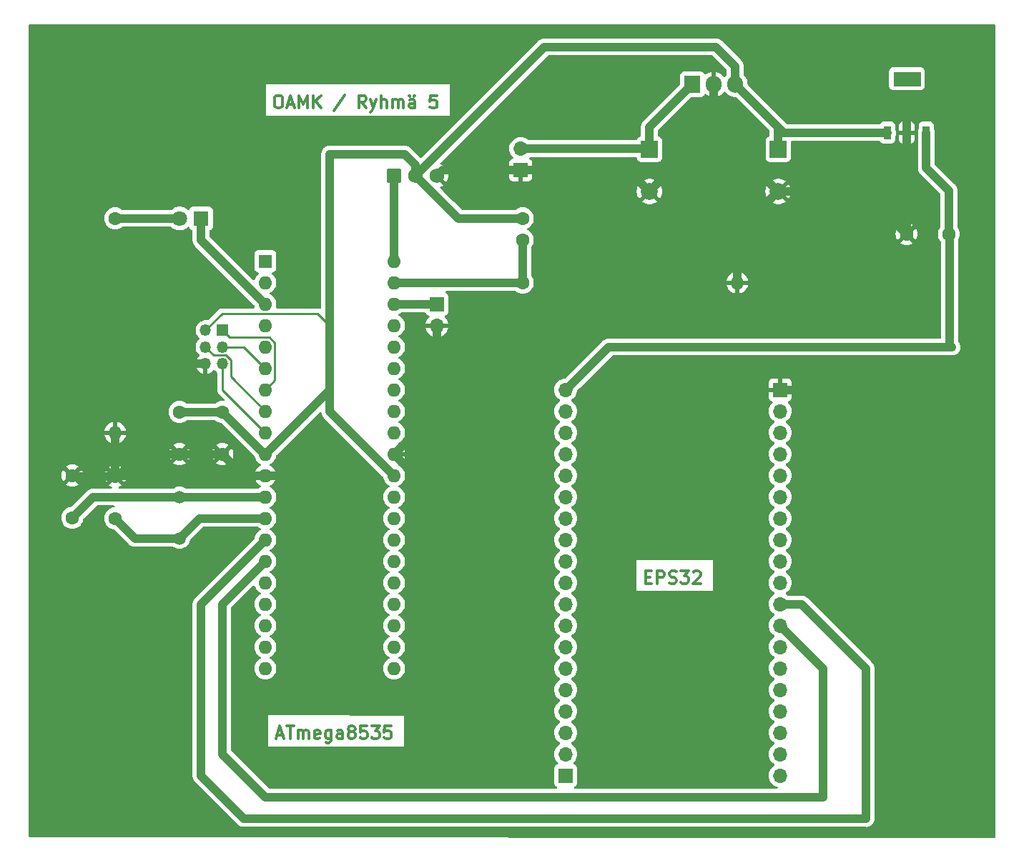
<source format=gbr>
%TF.GenerationSoftware,KiCad,Pcbnew,7.0.1*%
%TF.CreationDate,2023-04-14T12:40:57+03:00*%
%TF.ProjectId,Piirilevy,50696972-696c-4657-9679-2e6b69636164,rev?*%
%TF.SameCoordinates,Original*%
%TF.FileFunction,Copper,L1,Top*%
%TF.FilePolarity,Positive*%
%FSLAX46Y46*%
G04 Gerber Fmt 4.6, Leading zero omitted, Abs format (unit mm)*
G04 Created by KiCad (PCBNEW 7.0.1) date 2023-04-14 12:40:57*
%MOMM*%
%LPD*%
G01*
G04 APERTURE LIST*
G04 Aperture macros list*
%AMRoundRect*
0 Rectangle with rounded corners*
0 $1 Rounding radius*
0 $2 $3 $4 $5 $6 $7 $8 $9 X,Y pos of 4 corners*
0 Add a 4 corners polygon primitive as box body*
4,1,4,$2,$3,$4,$5,$6,$7,$8,$9,$2,$3,0*
0 Add four circle primitives for the rounded corners*
1,1,$1+$1,$2,$3*
1,1,$1+$1,$4,$5*
1,1,$1+$1,$6,$7*
1,1,$1+$1,$8,$9*
0 Add four rect primitives between the rounded corners*
20,1,$1+$1,$2,$3,$4,$5,0*
20,1,$1+$1,$4,$5,$6,$7,0*
20,1,$1+$1,$6,$7,$8,$9,0*
20,1,$1+$1,$8,$9,$2,$3,0*%
G04 Aperture macros list end*
%ADD10C,0.300000*%
%TA.AperFunction,NonConductor*%
%ADD11C,0.300000*%
%TD*%
%TA.AperFunction,EtchedComponent*%
%ADD12C,0.100000*%
%TD*%
%TA.AperFunction,SMDPad,CuDef*%
%ADD13R,0.838200X1.600200*%
%TD*%
%TA.AperFunction,ComponentPad*%
%ADD14C,1.600000*%
%TD*%
%TA.AperFunction,ComponentPad*%
%ADD15R,1.800000X1.800000*%
%TD*%
%TA.AperFunction,ComponentPad*%
%ADD16C,1.800000*%
%TD*%
%TA.AperFunction,ComponentPad*%
%ADD17R,1.350000X1.350000*%
%TD*%
%TA.AperFunction,ComponentPad*%
%ADD18O,1.350000X1.350000*%
%TD*%
%TA.AperFunction,ComponentPad*%
%ADD19R,1.700000X1.700000*%
%TD*%
%TA.AperFunction,ComponentPad*%
%ADD20O,1.700000X1.700000*%
%TD*%
%TA.AperFunction,ComponentPad*%
%ADD21O,1.600000X1.600000*%
%TD*%
%TA.AperFunction,ComponentPad*%
%ADD22R,1.905000X2.000000*%
%TD*%
%TA.AperFunction,ComponentPad*%
%ADD23O,1.905000X2.000000*%
%TD*%
%TA.AperFunction,ComponentPad*%
%ADD24R,2.000000X2.000000*%
%TD*%
%TA.AperFunction,ComponentPad*%
%ADD25C,2.000000*%
%TD*%
%TA.AperFunction,ComponentPad*%
%ADD26C,1.500000*%
%TD*%
%TA.AperFunction,ComponentPad*%
%ADD27RoundRect,0.250000X-0.620000X-0.620000X0.620000X-0.620000X0.620000X0.620000X-0.620000X0.620000X0*%
%TD*%
%TA.AperFunction,ComponentPad*%
%ADD28C,1.740000*%
%TD*%
%TA.AperFunction,ComponentPad*%
%ADD29R,1.600000X1.600000*%
%TD*%
%TA.AperFunction,Conductor*%
%ADD30C,0.250000*%
%TD*%
%TA.AperFunction,Conductor*%
%ADD31C,1.000000*%
%TD*%
G04 APERTURE END LIST*
D10*
D11*
X72485714Y-101887857D02*
X73200000Y-101887857D01*
X72342857Y-102316428D02*
X72842857Y-100816428D01*
X72842857Y-100816428D02*
X73342857Y-102316428D01*
X73628571Y-100816428D02*
X74485714Y-100816428D01*
X74057142Y-102316428D02*
X74057142Y-100816428D01*
X74985713Y-102316428D02*
X74985713Y-101316428D01*
X74985713Y-101459285D02*
X75057142Y-101387857D01*
X75057142Y-101387857D02*
X75199999Y-101316428D01*
X75199999Y-101316428D02*
X75414285Y-101316428D01*
X75414285Y-101316428D02*
X75557142Y-101387857D01*
X75557142Y-101387857D02*
X75628571Y-101530714D01*
X75628571Y-101530714D02*
X75628571Y-102316428D01*
X75628571Y-101530714D02*
X75699999Y-101387857D01*
X75699999Y-101387857D02*
X75842856Y-101316428D01*
X75842856Y-101316428D02*
X76057142Y-101316428D01*
X76057142Y-101316428D02*
X76199999Y-101387857D01*
X76199999Y-101387857D02*
X76271428Y-101530714D01*
X76271428Y-101530714D02*
X76271428Y-102316428D01*
X77557142Y-102245000D02*
X77414285Y-102316428D01*
X77414285Y-102316428D02*
X77128571Y-102316428D01*
X77128571Y-102316428D02*
X76985713Y-102245000D01*
X76985713Y-102245000D02*
X76914285Y-102102142D01*
X76914285Y-102102142D02*
X76914285Y-101530714D01*
X76914285Y-101530714D02*
X76985713Y-101387857D01*
X76985713Y-101387857D02*
X77128571Y-101316428D01*
X77128571Y-101316428D02*
X77414285Y-101316428D01*
X77414285Y-101316428D02*
X77557142Y-101387857D01*
X77557142Y-101387857D02*
X77628571Y-101530714D01*
X77628571Y-101530714D02*
X77628571Y-101673571D01*
X77628571Y-101673571D02*
X76914285Y-101816428D01*
X78914285Y-101316428D02*
X78914285Y-102530714D01*
X78914285Y-102530714D02*
X78842856Y-102673571D01*
X78842856Y-102673571D02*
X78771427Y-102745000D01*
X78771427Y-102745000D02*
X78628570Y-102816428D01*
X78628570Y-102816428D02*
X78414285Y-102816428D01*
X78414285Y-102816428D02*
X78271427Y-102745000D01*
X78914285Y-102245000D02*
X78771427Y-102316428D01*
X78771427Y-102316428D02*
X78485713Y-102316428D01*
X78485713Y-102316428D02*
X78342856Y-102245000D01*
X78342856Y-102245000D02*
X78271427Y-102173571D01*
X78271427Y-102173571D02*
X78199999Y-102030714D01*
X78199999Y-102030714D02*
X78199999Y-101602142D01*
X78199999Y-101602142D02*
X78271427Y-101459285D01*
X78271427Y-101459285D02*
X78342856Y-101387857D01*
X78342856Y-101387857D02*
X78485713Y-101316428D01*
X78485713Y-101316428D02*
X78771427Y-101316428D01*
X78771427Y-101316428D02*
X78914285Y-101387857D01*
X80271428Y-102316428D02*
X80271428Y-101530714D01*
X80271428Y-101530714D02*
X80199999Y-101387857D01*
X80199999Y-101387857D02*
X80057142Y-101316428D01*
X80057142Y-101316428D02*
X79771428Y-101316428D01*
X79771428Y-101316428D02*
X79628570Y-101387857D01*
X80271428Y-102245000D02*
X80128570Y-102316428D01*
X80128570Y-102316428D02*
X79771428Y-102316428D01*
X79771428Y-102316428D02*
X79628570Y-102245000D01*
X79628570Y-102245000D02*
X79557142Y-102102142D01*
X79557142Y-102102142D02*
X79557142Y-101959285D01*
X79557142Y-101959285D02*
X79628570Y-101816428D01*
X79628570Y-101816428D02*
X79771428Y-101745000D01*
X79771428Y-101745000D02*
X80128570Y-101745000D01*
X80128570Y-101745000D02*
X80271428Y-101673571D01*
X81199999Y-101459285D02*
X81057142Y-101387857D01*
X81057142Y-101387857D02*
X80985713Y-101316428D01*
X80985713Y-101316428D02*
X80914285Y-101173571D01*
X80914285Y-101173571D02*
X80914285Y-101102142D01*
X80914285Y-101102142D02*
X80985713Y-100959285D01*
X80985713Y-100959285D02*
X81057142Y-100887857D01*
X81057142Y-100887857D02*
X81199999Y-100816428D01*
X81199999Y-100816428D02*
X81485713Y-100816428D01*
X81485713Y-100816428D02*
X81628571Y-100887857D01*
X81628571Y-100887857D02*
X81699999Y-100959285D01*
X81699999Y-100959285D02*
X81771428Y-101102142D01*
X81771428Y-101102142D02*
X81771428Y-101173571D01*
X81771428Y-101173571D02*
X81699999Y-101316428D01*
X81699999Y-101316428D02*
X81628571Y-101387857D01*
X81628571Y-101387857D02*
X81485713Y-101459285D01*
X81485713Y-101459285D02*
X81199999Y-101459285D01*
X81199999Y-101459285D02*
X81057142Y-101530714D01*
X81057142Y-101530714D02*
X80985713Y-101602142D01*
X80985713Y-101602142D02*
X80914285Y-101745000D01*
X80914285Y-101745000D02*
X80914285Y-102030714D01*
X80914285Y-102030714D02*
X80985713Y-102173571D01*
X80985713Y-102173571D02*
X81057142Y-102245000D01*
X81057142Y-102245000D02*
X81199999Y-102316428D01*
X81199999Y-102316428D02*
X81485713Y-102316428D01*
X81485713Y-102316428D02*
X81628571Y-102245000D01*
X81628571Y-102245000D02*
X81699999Y-102173571D01*
X81699999Y-102173571D02*
X81771428Y-102030714D01*
X81771428Y-102030714D02*
X81771428Y-101745000D01*
X81771428Y-101745000D02*
X81699999Y-101602142D01*
X81699999Y-101602142D02*
X81628571Y-101530714D01*
X81628571Y-101530714D02*
X81485713Y-101459285D01*
X83128570Y-100816428D02*
X82414284Y-100816428D01*
X82414284Y-100816428D02*
X82342856Y-101530714D01*
X82342856Y-101530714D02*
X82414284Y-101459285D01*
X82414284Y-101459285D02*
X82557142Y-101387857D01*
X82557142Y-101387857D02*
X82914284Y-101387857D01*
X82914284Y-101387857D02*
X83057142Y-101459285D01*
X83057142Y-101459285D02*
X83128570Y-101530714D01*
X83128570Y-101530714D02*
X83199999Y-101673571D01*
X83199999Y-101673571D02*
X83199999Y-102030714D01*
X83199999Y-102030714D02*
X83128570Y-102173571D01*
X83128570Y-102173571D02*
X83057142Y-102245000D01*
X83057142Y-102245000D02*
X82914284Y-102316428D01*
X82914284Y-102316428D02*
X82557142Y-102316428D01*
X82557142Y-102316428D02*
X82414284Y-102245000D01*
X82414284Y-102245000D02*
X82342856Y-102173571D01*
X83699998Y-100816428D02*
X84628570Y-100816428D01*
X84628570Y-100816428D02*
X84128570Y-101387857D01*
X84128570Y-101387857D02*
X84342855Y-101387857D01*
X84342855Y-101387857D02*
X84485713Y-101459285D01*
X84485713Y-101459285D02*
X84557141Y-101530714D01*
X84557141Y-101530714D02*
X84628570Y-101673571D01*
X84628570Y-101673571D02*
X84628570Y-102030714D01*
X84628570Y-102030714D02*
X84557141Y-102173571D01*
X84557141Y-102173571D02*
X84485713Y-102245000D01*
X84485713Y-102245000D02*
X84342855Y-102316428D01*
X84342855Y-102316428D02*
X83914284Y-102316428D01*
X83914284Y-102316428D02*
X83771427Y-102245000D01*
X83771427Y-102245000D02*
X83699998Y-102173571D01*
X85985712Y-100816428D02*
X85271426Y-100816428D01*
X85271426Y-100816428D02*
X85199998Y-101530714D01*
X85199998Y-101530714D02*
X85271426Y-101459285D01*
X85271426Y-101459285D02*
X85414284Y-101387857D01*
X85414284Y-101387857D02*
X85771426Y-101387857D01*
X85771426Y-101387857D02*
X85914284Y-101459285D01*
X85914284Y-101459285D02*
X85985712Y-101530714D01*
X85985712Y-101530714D02*
X86057141Y-101673571D01*
X86057141Y-101673571D02*
X86057141Y-102030714D01*
X86057141Y-102030714D02*
X85985712Y-102173571D01*
X85985712Y-102173571D02*
X85914284Y-102245000D01*
X85914284Y-102245000D02*
X85771426Y-102316428D01*
X85771426Y-102316428D02*
X85414284Y-102316428D01*
X85414284Y-102316428D02*
X85271426Y-102245000D01*
X85271426Y-102245000D02*
X85199998Y-102173571D01*
D10*
D11*
X116157142Y-83130714D02*
X116657142Y-83130714D01*
X116871428Y-83916428D02*
X116157142Y-83916428D01*
X116157142Y-83916428D02*
X116157142Y-82416428D01*
X116157142Y-82416428D02*
X116871428Y-82416428D01*
X117514285Y-83916428D02*
X117514285Y-82416428D01*
X117514285Y-82416428D02*
X118085714Y-82416428D01*
X118085714Y-82416428D02*
X118228571Y-82487857D01*
X118228571Y-82487857D02*
X118300000Y-82559285D01*
X118300000Y-82559285D02*
X118371428Y-82702142D01*
X118371428Y-82702142D02*
X118371428Y-82916428D01*
X118371428Y-82916428D02*
X118300000Y-83059285D01*
X118300000Y-83059285D02*
X118228571Y-83130714D01*
X118228571Y-83130714D02*
X118085714Y-83202142D01*
X118085714Y-83202142D02*
X117514285Y-83202142D01*
X118942857Y-83845000D02*
X119157143Y-83916428D01*
X119157143Y-83916428D02*
X119514285Y-83916428D01*
X119514285Y-83916428D02*
X119657143Y-83845000D01*
X119657143Y-83845000D02*
X119728571Y-83773571D01*
X119728571Y-83773571D02*
X119800000Y-83630714D01*
X119800000Y-83630714D02*
X119800000Y-83487857D01*
X119800000Y-83487857D02*
X119728571Y-83345000D01*
X119728571Y-83345000D02*
X119657143Y-83273571D01*
X119657143Y-83273571D02*
X119514285Y-83202142D01*
X119514285Y-83202142D02*
X119228571Y-83130714D01*
X119228571Y-83130714D02*
X119085714Y-83059285D01*
X119085714Y-83059285D02*
X119014285Y-82987857D01*
X119014285Y-82987857D02*
X118942857Y-82845000D01*
X118942857Y-82845000D02*
X118942857Y-82702142D01*
X118942857Y-82702142D02*
X119014285Y-82559285D01*
X119014285Y-82559285D02*
X119085714Y-82487857D01*
X119085714Y-82487857D02*
X119228571Y-82416428D01*
X119228571Y-82416428D02*
X119585714Y-82416428D01*
X119585714Y-82416428D02*
X119800000Y-82487857D01*
X120299999Y-82416428D02*
X121228571Y-82416428D01*
X121228571Y-82416428D02*
X120728571Y-82987857D01*
X120728571Y-82987857D02*
X120942856Y-82987857D01*
X120942856Y-82987857D02*
X121085714Y-83059285D01*
X121085714Y-83059285D02*
X121157142Y-83130714D01*
X121157142Y-83130714D02*
X121228571Y-83273571D01*
X121228571Y-83273571D02*
X121228571Y-83630714D01*
X121228571Y-83630714D02*
X121157142Y-83773571D01*
X121157142Y-83773571D02*
X121085714Y-83845000D01*
X121085714Y-83845000D02*
X120942856Y-83916428D01*
X120942856Y-83916428D02*
X120514285Y-83916428D01*
X120514285Y-83916428D02*
X120371428Y-83845000D01*
X120371428Y-83845000D02*
X120299999Y-83773571D01*
X121799999Y-82559285D02*
X121871427Y-82487857D01*
X121871427Y-82487857D02*
X122014285Y-82416428D01*
X122014285Y-82416428D02*
X122371427Y-82416428D01*
X122371427Y-82416428D02*
X122514285Y-82487857D01*
X122514285Y-82487857D02*
X122585713Y-82559285D01*
X122585713Y-82559285D02*
X122657142Y-82702142D01*
X122657142Y-82702142D02*
X122657142Y-82845000D01*
X122657142Y-82845000D02*
X122585713Y-83059285D01*
X122585713Y-83059285D02*
X121728570Y-83916428D01*
X121728570Y-83916428D02*
X122657142Y-83916428D01*
D10*
D11*
X72542857Y-26066428D02*
X72828571Y-26066428D01*
X72828571Y-26066428D02*
X72971428Y-26137857D01*
X72971428Y-26137857D02*
X73114285Y-26280714D01*
X73114285Y-26280714D02*
X73185714Y-26566428D01*
X73185714Y-26566428D02*
X73185714Y-27066428D01*
X73185714Y-27066428D02*
X73114285Y-27352142D01*
X73114285Y-27352142D02*
X72971428Y-27495000D01*
X72971428Y-27495000D02*
X72828571Y-27566428D01*
X72828571Y-27566428D02*
X72542857Y-27566428D01*
X72542857Y-27566428D02*
X72400000Y-27495000D01*
X72400000Y-27495000D02*
X72257142Y-27352142D01*
X72257142Y-27352142D02*
X72185714Y-27066428D01*
X72185714Y-27066428D02*
X72185714Y-26566428D01*
X72185714Y-26566428D02*
X72257142Y-26280714D01*
X72257142Y-26280714D02*
X72400000Y-26137857D01*
X72400000Y-26137857D02*
X72542857Y-26066428D01*
X73757143Y-27137857D02*
X74471429Y-27137857D01*
X73614286Y-27566428D02*
X74114286Y-26066428D01*
X74114286Y-26066428D02*
X74614286Y-27566428D01*
X75114285Y-27566428D02*
X75114285Y-26066428D01*
X75114285Y-26066428D02*
X75614285Y-27137857D01*
X75614285Y-27137857D02*
X76114285Y-26066428D01*
X76114285Y-26066428D02*
X76114285Y-27566428D01*
X76828571Y-27566428D02*
X76828571Y-26066428D01*
X77685714Y-27566428D02*
X77042857Y-26709285D01*
X77685714Y-26066428D02*
X76828571Y-26923571D01*
X80542857Y-25995000D02*
X79257143Y-27923571D01*
X83042857Y-27566428D02*
X82542857Y-26852142D01*
X82185714Y-27566428D02*
X82185714Y-26066428D01*
X82185714Y-26066428D02*
X82757143Y-26066428D01*
X82757143Y-26066428D02*
X82900000Y-26137857D01*
X82900000Y-26137857D02*
X82971429Y-26209285D01*
X82971429Y-26209285D02*
X83042857Y-26352142D01*
X83042857Y-26352142D02*
X83042857Y-26566428D01*
X83042857Y-26566428D02*
X82971429Y-26709285D01*
X82971429Y-26709285D02*
X82900000Y-26780714D01*
X82900000Y-26780714D02*
X82757143Y-26852142D01*
X82757143Y-26852142D02*
X82185714Y-26852142D01*
X83542857Y-26566428D02*
X83900000Y-27566428D01*
X84257143Y-26566428D02*
X83900000Y-27566428D01*
X83900000Y-27566428D02*
X83757143Y-27923571D01*
X83757143Y-27923571D02*
X83685714Y-27995000D01*
X83685714Y-27995000D02*
X83542857Y-28066428D01*
X84828571Y-27566428D02*
X84828571Y-26066428D01*
X85471429Y-27566428D02*
X85471429Y-26780714D01*
X85471429Y-26780714D02*
X85400000Y-26637857D01*
X85400000Y-26637857D02*
X85257143Y-26566428D01*
X85257143Y-26566428D02*
X85042857Y-26566428D01*
X85042857Y-26566428D02*
X84900000Y-26637857D01*
X84900000Y-26637857D02*
X84828571Y-26709285D01*
X86185714Y-27566428D02*
X86185714Y-26566428D01*
X86185714Y-26709285D02*
X86257143Y-26637857D01*
X86257143Y-26637857D02*
X86400000Y-26566428D01*
X86400000Y-26566428D02*
X86614286Y-26566428D01*
X86614286Y-26566428D02*
X86757143Y-26637857D01*
X86757143Y-26637857D02*
X86828572Y-26780714D01*
X86828572Y-26780714D02*
X86828572Y-27566428D01*
X86828572Y-26780714D02*
X86900000Y-26637857D01*
X86900000Y-26637857D02*
X87042857Y-26566428D01*
X87042857Y-26566428D02*
X87257143Y-26566428D01*
X87257143Y-26566428D02*
X87400000Y-26637857D01*
X87400000Y-26637857D02*
X87471429Y-26780714D01*
X87471429Y-26780714D02*
X87471429Y-27566428D01*
X88828572Y-27566428D02*
X88828572Y-26780714D01*
X88828572Y-26780714D02*
X88757143Y-26637857D01*
X88757143Y-26637857D02*
X88614286Y-26566428D01*
X88614286Y-26566428D02*
X88328572Y-26566428D01*
X88328572Y-26566428D02*
X88185714Y-26637857D01*
X88828572Y-27495000D02*
X88685714Y-27566428D01*
X88685714Y-27566428D02*
X88328572Y-27566428D01*
X88328572Y-27566428D02*
X88185714Y-27495000D01*
X88185714Y-27495000D02*
X88114286Y-27352142D01*
X88114286Y-27352142D02*
X88114286Y-27209285D01*
X88114286Y-27209285D02*
X88185714Y-27066428D01*
X88185714Y-27066428D02*
X88328572Y-26995000D01*
X88328572Y-26995000D02*
X88685714Y-26995000D01*
X88685714Y-26995000D02*
X88828572Y-26923571D01*
X88185714Y-26066428D02*
X88257143Y-26137857D01*
X88257143Y-26137857D02*
X88185714Y-26209285D01*
X88185714Y-26209285D02*
X88114286Y-26137857D01*
X88114286Y-26137857D02*
X88185714Y-26066428D01*
X88185714Y-26066428D02*
X88185714Y-26209285D01*
X88757143Y-26066428D02*
X88828572Y-26137857D01*
X88828572Y-26137857D02*
X88757143Y-26209285D01*
X88757143Y-26209285D02*
X88685714Y-26137857D01*
X88685714Y-26137857D02*
X88757143Y-26066428D01*
X88757143Y-26066428D02*
X88757143Y-26209285D01*
X91400000Y-26066428D02*
X90685714Y-26066428D01*
X90685714Y-26066428D02*
X90614286Y-26780714D01*
X90614286Y-26780714D02*
X90685714Y-26709285D01*
X90685714Y-26709285D02*
X90828572Y-26637857D01*
X90828572Y-26637857D02*
X91185714Y-26637857D01*
X91185714Y-26637857D02*
X91328572Y-26709285D01*
X91328572Y-26709285D02*
X91400000Y-26780714D01*
X91400000Y-26780714D02*
X91471429Y-26923571D01*
X91471429Y-26923571D02*
X91471429Y-27280714D01*
X91471429Y-27280714D02*
X91400000Y-27423571D01*
X91400000Y-27423571D02*
X91328572Y-27495000D01*
X91328572Y-27495000D02*
X91185714Y-27566428D01*
X91185714Y-27566428D02*
X90828572Y-27566428D01*
X90828572Y-27566428D02*
X90685714Y-27495000D01*
X90685714Y-27495000D02*
X90614286Y-27423571D01*
%TO.C,U3*%
D12*
X148654800Y-24879300D02*
X145505200Y-24879300D01*
X145505200Y-23279100D01*
X148654800Y-23279100D01*
X148654800Y-24879300D01*
%TA.AperFunction,EtchedComponent*%
G36*
X148654800Y-24879300D02*
G01*
X145505200Y-24879300D01*
X145505200Y-23279100D01*
X148654800Y-23279100D01*
X148654800Y-24879300D01*
G37*
%TD.AperFunction*%
%TD*%
D13*
%TO.P,U3,1,IN*%
%TO.N,+5V*%
X144780000Y-30480000D03*
%TO.P,U3,2,GND*%
%TO.N,GND*%
X147080000Y-30480000D03*
%TO.P,U3,3,OUT*%
%TO.N,+3.3V*%
X149380000Y-30480000D03*
%TD*%
D14*
%TO.P,C8,1*%
%TO.N,GND*%
X48260000Y-71120000D03*
%TO.P,C8,2*%
%TO.N,Net-(U1-XTAL2)*%
X48260000Y-76120000D03*
%TD*%
D15*
%TO.P,D1,1,K*%
%TO.N,Net-(D1-K)*%
X63500000Y-40640000D03*
D16*
%TO.P,D1,2,A*%
%TO.N,Net-(D1-A)*%
X60960000Y-40640000D03*
%TD*%
D17*
%TO.P,J4,1,Pin_1*%
%TO.N,Net-(J4-Pin_3)*%
X66040000Y-53880000D03*
D18*
%TO.P,J4,2,Pin_2*%
%TO.N,+5V*%
X64040000Y-53880000D03*
%TO.P,J4,3,Pin_3*%
%TO.N,Net-(J4-Pin_1)*%
X66040000Y-55880000D03*
%TO.P,J4,4,Pin_4*%
%TO.N,unconnected-(U1-PB7-Pad8)*%
X64040000Y-55880000D03*
%TO.P,J4,5,Pin_5*%
%TO.N,Net-(J4-Pin_5)*%
X66040000Y-57880000D03*
%TO.P,J4,6,Pin_6*%
%TO.N,GND*%
X64040000Y-57880000D03*
%TD*%
D19*
%TO.P,J2,1,Pin_1*%
%TO.N,Net-(J2-Pin_1)*%
X91440000Y-50800000D03*
D20*
%TO.P,J2,2,Pin_2*%
%TO.N,GND*%
X91440000Y-53340000D03*
%TD*%
D14*
%TO.P,R1,1*%
%TO.N,Net-(U1-PA1)*%
X101600000Y-48260000D03*
D21*
%TO.P,R1,2*%
%TO.N,GND*%
X127000000Y-48260000D03*
%TD*%
D19*
%TO.P,J5,1,Pin_1*%
%TO.N,unconnected-(J5-Pin_1-Pad1)*%
X106680000Y-106680000D03*
D20*
%TO.P,J5,2,Pin_2*%
%TO.N,unconnected-(J5-Pin_2-Pad2)*%
X106680000Y-104140000D03*
%TO.P,J5,3,Pin_3*%
%TO.N,unconnected-(J5-Pin_3-Pad3)*%
X106680000Y-101600000D03*
%TO.P,J5,4,Pin_4*%
%TO.N,unconnected-(J5-Pin_4-Pad4)*%
X106680000Y-99060000D03*
%TO.P,J5,5,Pin_5*%
%TO.N,unconnected-(J5-Pin_5-Pad5)*%
X106680000Y-96520000D03*
%TO.P,J5,6,Pin_6*%
%TO.N,unconnected-(J5-Pin_6-Pad6)*%
X106680000Y-93980000D03*
%TO.P,J5,7,Pin_7*%
%TO.N,unconnected-(J5-Pin_7-Pad7)*%
X106680000Y-91440000D03*
%TO.P,J5,8,Pin_8*%
%TO.N,unconnected-(J5-Pin_8-Pad8)*%
X106680000Y-88900000D03*
%TO.P,J5,9,Pin_9*%
%TO.N,unconnected-(J5-Pin_9-Pad9)*%
X106680000Y-86360000D03*
%TO.P,J5,10,Pin_10*%
%TO.N,unconnected-(J5-Pin_10-Pad10)*%
X106680000Y-83820000D03*
%TO.P,J5,11,Pin_11*%
%TO.N,unconnected-(J5-Pin_11-Pad11)*%
X106680000Y-81280000D03*
%TO.P,J5,12,Pin_12*%
%TO.N,unconnected-(J5-Pin_12-Pad12)*%
X106680000Y-78740000D03*
%TO.P,J5,13,Pin_13*%
%TO.N,unconnected-(J5-Pin_13-Pad13)*%
X106680000Y-76200000D03*
%TO.P,J5,14,Pin_14*%
%TO.N,unconnected-(J5-Pin_14-Pad14)*%
X106680000Y-73660000D03*
%TO.P,J5,15,Pin_15*%
%TO.N,unconnected-(J5-Pin_15-Pad15)*%
X106680000Y-71120000D03*
%TO.P,J5,16,Pin_16*%
%TO.N,unconnected-(J5-Pin_16-Pad16)*%
X106680000Y-68580000D03*
%TO.P,J5,17,Pin_17*%
%TO.N,unconnected-(J5-Pin_17-Pad17)*%
X106680000Y-66040000D03*
%TO.P,J5,18,Pin_18*%
%TO.N,unconnected-(J5-Pin_18-Pad18)*%
X106680000Y-63500000D03*
%TO.P,J5,19,Pin_19*%
%TO.N,+3.3V*%
X106680000Y-60960000D03*
%TD*%
D14*
%TO.P,R2,1*%
%TO.N,+5V*%
X101600000Y-40640000D03*
%TO.P,R2,2*%
%TO.N,Net-(U1-PA1)*%
X101600000Y-43180000D03*
%TD*%
%TO.P,C13,1*%
%TO.N,GND*%
X147050000Y-42500000D03*
%TO.P,C13,2*%
%TO.N,+3.3V*%
X152050000Y-42500000D03*
%TD*%
%TO.P,C7,1*%
%TO.N,GND*%
X53340000Y-71200000D03*
%TO.P,C7,2*%
%TO.N,Net-(U1-XTAL1)*%
X53340000Y-76200000D03*
%TD*%
D22*
%TO.P,U6,1,IN*%
%TO.N,Net-(J1-Pin_2)*%
X121680000Y-24739600D03*
D23*
%TO.P,U6,2,GND*%
%TO.N,GND*%
X124220000Y-24739600D03*
%TO.P,U6,3,OUT*%
%TO.N,+5V*%
X126760000Y-24739600D03*
%TD*%
D24*
%TO.P,C5,1*%
%TO.N,Net-(J1-Pin_2)*%
X116600000Y-32439600D03*
D25*
%TO.P,C5,2*%
%TO.N,GND*%
X116600000Y-37439600D03*
%TD*%
D26*
%TO.P,16MHz1,1,1*%
%TO.N,Net-(U1-XTAL2)*%
X60960000Y-73660000D03*
%TO.P,16MHz1,2,2*%
%TO.N,Net-(U1-XTAL1)*%
X60960000Y-78560000D03*
%TD*%
D27*
%TO.P,J6,1,Pin_1*%
%TO.N,Net-(J6-Pin_1)*%
X86360000Y-35560000D03*
D28*
%TO.P,J6,2,Pin_2*%
%TO.N,+5V*%
X88900000Y-35560000D03*
%TO.P,J6,3,Pin_3*%
%TO.N,GND*%
X91440000Y-35560000D03*
%TD*%
D24*
%TO.P,C6,1*%
%TO.N,+5V*%
X131840000Y-32439600D03*
D25*
%TO.P,C6,2*%
%TO.N,GND*%
X131840000Y-37439600D03*
%TD*%
D19*
%TO.P,J3,1,Pin_1*%
%TO.N,GND*%
X132080000Y-60960000D03*
D20*
%TO.P,J3,2,Pin_2*%
%TO.N,unconnected-(J3-Pin_2-Pad2)*%
X132080000Y-63500000D03*
%TO.P,J3,3,Pin_3*%
%TO.N,unconnected-(J3-Pin_3-Pad3)*%
X132080000Y-66040000D03*
%TO.P,J3,4,Pin_4*%
%TO.N,unconnected-(J3-Pin_4-Pad4)*%
X132080000Y-68580000D03*
%TO.P,J3,5,Pin_5*%
%TO.N,unconnected-(J3-Pin_5-Pad5)*%
X132080000Y-71120000D03*
%TO.P,J3,6,Pin_6*%
%TO.N,unconnected-(J3-Pin_6-Pad6)*%
X132080000Y-73660000D03*
%TO.P,J3,7,Pin_7*%
%TO.N,unconnected-(J3-Pin_7-Pad7)*%
X132080000Y-76200000D03*
%TO.P,J3,8,Pin_8*%
%TO.N,unconnected-(J3-Pin_8-Pad8)*%
X132080000Y-78740000D03*
%TO.P,J3,9,Pin_9*%
%TO.N,unconnected-(J3-Pin_9-Pad9)*%
X132080000Y-81280000D03*
%TO.P,J3,10,Pin_10*%
%TO.N,unconnected-(J3-Pin_10-Pad10)*%
X132080000Y-83820000D03*
%TO.P,J3,11,Pin_11*%
%TO.N,unconnected-(J3-Pin_11-Pad11)*%
X132080000Y-86360000D03*
%TO.P,J3,12,Pin_12*%
%TO.N,unconnected-(J3-Pin_12-Pad12)*%
X132080000Y-88900000D03*
%TO.P,J3,13,Pin_13*%
%TO.N,unconnected-(J3-Pin_13-Pad13)*%
X132080000Y-91440000D03*
%TO.P,J3,14,Pin_14*%
%TO.N,unconnected-(J3-Pin_14-Pad14)*%
X132080000Y-93980000D03*
%TO.P,J3,15,Pin_15*%
%TO.N,Net-(J3-Pin_15)*%
X132080000Y-96520000D03*
%TO.P,J3,16,Pin_16*%
%TO.N,Net-(J3-Pin_16)*%
X132080000Y-99060000D03*
%TO.P,J3,17,Pin_17*%
%TO.N,unconnected-(J3-Pin_17-Pad17)*%
X132080000Y-101600000D03*
%TO.P,J3,18,Pin_18*%
%TO.N,unconnected-(J3-Pin_18-Pad18)*%
X132080000Y-104140000D03*
%TO.P,J3,19,Pin_19*%
%TO.N,unconnected-(J3-Pin_19-Pad19)*%
X132080000Y-106680000D03*
%TD*%
D19*
%TO.P,J1,1,Pin_1*%
%TO.N,GND*%
X101360000Y-34899600D03*
D20*
%TO.P,J1,2,Pin_2*%
%TO.N,Net-(J1-Pin_2)*%
X101360000Y-32359600D03*
%TD*%
D14*
%TO.P,C1,1*%
%TO.N,GND*%
X60960000Y-68580000D03*
%TO.P,C1,2*%
%TO.N,+5V*%
X60960000Y-63580000D03*
%TD*%
%TO.P,R3,1*%
%TO.N,Net-(D1-A)*%
X53340000Y-40640000D03*
D21*
%TO.P,R3,2*%
%TO.N,GND*%
X53340000Y-66040000D03*
%TD*%
D14*
%TO.P,C3,1*%
%TO.N,GND*%
X66040000Y-68580000D03*
%TO.P,C3,2*%
%TO.N,+5V*%
X66040000Y-63580000D03*
%TD*%
D29*
%TO.P,U1,1,PB0*%
%TO.N,unconnected-(U1-PB0-Pad1)*%
X71120000Y-45720000D03*
D21*
%TO.P,U1,2,PB1*%
%TO.N,unconnected-(U1-PB1-Pad2)*%
X71120000Y-48260000D03*
%TO.P,U1,3,PB2*%
%TO.N,Net-(D1-K)*%
X71120000Y-50800000D03*
%TO.P,U1,4,PB3*%
%TO.N,unconnected-(U1-PB3-Pad4)*%
X71120000Y-53340000D03*
%TO.P,U1,5,PB4*%
%TO.N,Net-(J4-Pin_4)*%
X71120000Y-55880000D03*
%TO.P,U1,6,PB5*%
%TO.N,Net-(J4-Pin_1)*%
X71120000Y-58420000D03*
%TO.P,U1,7,PB6*%
%TO.N,Net-(J4-Pin_3)*%
X71120000Y-60960000D03*
%TO.P,U1,8,PB7*%
%TO.N,unconnected-(U1-PB7-Pad8)*%
X71120000Y-63500000D03*
%TO.P,U1,9,~{RESET}*%
%TO.N,Net-(J4-Pin_5)*%
X71120000Y-66040000D03*
%TO.P,U1,10,VCC*%
%TO.N,+5V*%
X71120000Y-68580000D03*
%TO.P,U1,11,GND*%
%TO.N,GND*%
X71120000Y-71120000D03*
%TO.P,U1,12,XTAL2*%
%TO.N,Net-(U1-XTAL2)*%
X71120000Y-73660000D03*
%TO.P,U1,13,XTAL1*%
%TO.N,Net-(U1-XTAL1)*%
X71120000Y-76200000D03*
%TO.P,U1,14,PD0*%
%TO.N,unconnected-(J3-Pin_11-Pad11)*%
X71120000Y-78740000D03*
%TO.P,U1,15,PD1*%
%TO.N,unconnected-(J3-Pin_12-Pad12)*%
X71120000Y-81280000D03*
%TO.P,U1,16,PD2*%
%TO.N,unconnected-(U1-PD2-Pad16)*%
X71120000Y-83820000D03*
%TO.P,U1,17,PD3*%
%TO.N,unconnected-(U1-PD3-Pad17)*%
X71120000Y-86360000D03*
%TO.P,U1,18,PD4*%
%TO.N,unconnected-(U1-PD4-Pad18)*%
X71120000Y-88900000D03*
%TO.P,U1,19,PD5*%
%TO.N,unconnected-(U1-PD5-Pad19)*%
X71120000Y-91440000D03*
%TO.P,U1,20,PD6*%
%TO.N,unconnected-(U1-PD6-Pad20)*%
X71120000Y-93980000D03*
%TO.P,U1,21,PD7*%
%TO.N,unconnected-(U1-PD7-Pad21)*%
X86360000Y-93980000D03*
%TO.P,U1,22,PC0*%
%TO.N,unconnected-(U1-PC0-Pad22)*%
X86360000Y-91440000D03*
%TO.P,U1,23,PC1*%
%TO.N,unconnected-(U1-PC1-Pad23)*%
X86360000Y-88900000D03*
%TO.P,U1,24,PC2*%
%TO.N,unconnected-(U1-PC2-Pad24)*%
X86360000Y-86360000D03*
%TO.P,U1,25,PC3*%
%TO.N,unconnected-(U1-PC3-Pad25)*%
X86360000Y-83820000D03*
%TO.P,U1,26,PC4*%
%TO.N,unconnected-(U1-PC4-Pad26)*%
X86360000Y-81280000D03*
%TO.P,U1,27,PC5*%
%TO.N,unconnected-(U1-PC5-Pad27)*%
X86360000Y-78740000D03*
%TO.P,U1,28,PC6*%
%TO.N,unconnected-(U1-PC6-Pad28)*%
X86360000Y-76200000D03*
%TO.P,U1,29,PC7*%
%TO.N,unconnected-(U1-PC7-Pad29)*%
X86360000Y-73660000D03*
%TO.P,U1,30,AVCC*%
%TO.N,+5V*%
X86360000Y-71120000D03*
%TO.P,U1,31,AGND*%
%TO.N,GND*%
X86360000Y-68580000D03*
%TO.P,U1,32,AREF*%
%TO.N,unconnected-(U1-AREF-Pad32)*%
X86360000Y-66040000D03*
%TO.P,U1,33,PA7*%
%TO.N,unconnected-(U1-PA7-Pad33)*%
X86360000Y-63500000D03*
%TO.P,U1,34,PA6*%
%TO.N,unconnected-(U1-PA6-Pad34)*%
X86360000Y-60960000D03*
%TO.P,U1,35,PA5*%
%TO.N,unconnected-(U1-PA5-Pad35)*%
X86360000Y-58420000D03*
%TO.P,U1,36,PA4*%
%TO.N,unconnected-(U1-PA4-Pad36)*%
X86360000Y-55880000D03*
%TO.P,U1,37,PA3*%
%TO.N,unconnected-(U1-PA3-Pad37)*%
X86360000Y-53340000D03*
%TO.P,U1,38,PA2*%
%TO.N,Net-(J2-Pin_1)*%
X86360000Y-50800000D03*
%TO.P,U1,39,PA1*%
%TO.N,Net-(U1-PA1)*%
X86360000Y-48260000D03*
%TO.P,U1,40,PA0*%
%TO.N,Net-(J6-Pin_1)*%
X86360000Y-45720000D03*
%TD*%
D30*
%TO.N,Net-(J4-Pin_5)*%
X66040000Y-60960000D02*
X66040000Y-57880000D01*
X71120000Y-66040000D02*
X66040000Y-60960000D01*
D31*
%TO.N,+5V*%
X78740000Y-60960000D02*
X71120000Y-68580000D01*
%TO.N,+3.3V*%
X152050000Y-37329600D02*
X152050000Y-42500000D01*
X149380000Y-34659600D02*
X152050000Y-37329600D01*
X149380000Y-30480000D02*
X149380000Y-34659600D01*
X152160000Y-42610000D02*
X152050000Y-42500000D01*
X152160000Y-55640000D02*
X152160000Y-42610000D01*
X152400000Y-55880000D02*
X152160000Y-55640000D01*
%TO.N,GND*%
X147080000Y-42470000D02*
X147050000Y-42500000D01*
X141989600Y-37439600D02*
X131840000Y-37439600D01*
%TO.N,+3.3V*%
X106680000Y-60960000D02*
X111760000Y-55880000D01*
%TO.N,GND*%
X147080000Y-30480000D02*
X147080000Y-42470000D01*
%TO.N,+3.3V*%
X111760000Y-55880000D02*
X152400000Y-55880000D01*
%TO.N,GND*%
X147050000Y-42500000D02*
X141989600Y-37439600D01*
%TO.N,Net-(U1-XTAL2)*%
X50720000Y-73660000D02*
X48260000Y-76120000D01*
X60960000Y-73660000D02*
X50720000Y-73660000D01*
X60960000Y-73660000D02*
X71120000Y-73660000D01*
%TO.N,Net-(U1-XTAL1)*%
X71120000Y-76200000D02*
X63320000Y-76200000D01*
X63320000Y-76200000D02*
X60960000Y-78560000D01*
X60960000Y-78560000D02*
X55700000Y-78560000D01*
X55700000Y-78560000D02*
X53340000Y-76200000D01*
%TO.N,GND*%
X71120000Y-71120000D02*
X76200000Y-71120000D01*
X124220000Y-29819600D02*
X116600000Y-37439600D01*
X53420000Y-71120000D02*
X53340000Y-71200000D01*
X53340000Y-66040000D02*
X53340000Y-71200000D01*
X91440000Y-63500000D02*
X91440000Y-53340000D01*
X78740000Y-73660000D02*
X78740000Y-96520000D01*
X154940000Y-33420800D02*
X149459200Y-27940000D01*
X124220000Y-29819600D02*
X131840000Y-37439600D01*
X101360000Y-34899600D02*
X114060000Y-34899600D01*
X92100400Y-34899600D02*
X91440000Y-35560000D01*
X68580000Y-71120000D02*
X66040000Y-68580000D01*
X114060000Y-34899600D02*
X116600000Y-37439600D01*
X61500000Y-57880000D02*
X64040000Y-57880000D01*
X53340000Y-71200000D02*
X48340000Y-71200000D01*
X71120000Y-71120000D02*
X53420000Y-71120000D01*
X152400000Y-60960000D02*
X154940000Y-58420000D01*
X127000000Y-48260000D02*
X127000000Y-42279600D01*
X81280000Y-99060000D02*
X88900000Y-99060000D01*
X88900000Y-99060000D02*
X88900000Y-71120000D01*
X147080000Y-28180000D02*
X147080000Y-30480000D01*
X127000000Y-42279600D02*
X131840000Y-37439600D01*
X60960000Y-68580000D02*
X58420000Y-68580000D01*
X154940000Y-58420000D02*
X154940000Y-33420800D01*
X101360000Y-34899600D02*
X92100400Y-34899600D01*
X48340000Y-71200000D02*
X48260000Y-71120000D01*
X147320000Y-27940000D02*
X147080000Y-28180000D01*
X132080000Y-60960000D02*
X152400000Y-60960000D01*
X58420000Y-60960000D02*
X61500000Y-57880000D01*
X86360000Y-68580000D02*
X91440000Y-63500000D01*
X58420000Y-68580000D02*
X58420000Y-60960000D01*
X71120000Y-71120000D02*
X68580000Y-71120000D01*
X149459200Y-27940000D02*
X147320000Y-27940000D01*
X66040000Y-68580000D02*
X60960000Y-68580000D01*
X88900000Y-71120000D02*
X86360000Y-68580000D01*
X124220000Y-24739600D02*
X124220000Y-29819600D01*
X76200000Y-71120000D02*
X78740000Y-73660000D01*
X78740000Y-96520000D02*
X81280000Y-99060000D01*
%TO.N,+5V*%
X126760000Y-24739600D02*
X126760000Y-22620000D01*
X104140000Y-20320000D02*
X88900000Y-35560000D01*
X131840000Y-29819600D02*
X126760000Y-24739600D01*
X93980000Y-40640000D02*
X101600000Y-40640000D01*
D30*
X64040000Y-53880000D02*
X65995000Y-51925000D01*
D31*
X88900000Y-35560000D02*
X88900000Y-34329635D01*
X71120000Y-68580000D02*
X71040000Y-68580000D01*
D30*
X77325000Y-51925000D02*
X78740000Y-53340000D01*
D31*
X71040000Y-68580000D02*
X66040000Y-63580000D01*
X88900000Y-34329635D02*
X87590365Y-33020000D01*
X78740000Y-33020000D02*
X78740000Y-53340000D01*
X124460000Y-20320000D02*
X104140000Y-20320000D01*
X86360000Y-71120000D02*
X78740000Y-63500000D01*
X126760000Y-22620000D02*
X124460000Y-20320000D01*
X87590365Y-33020000D02*
X78740000Y-33020000D01*
X88900000Y-35560000D02*
X93980000Y-40640000D01*
X131840000Y-29819600D02*
X132500400Y-30480000D01*
X78740000Y-63500000D02*
X78740000Y-60960000D01*
X78740000Y-53340000D02*
X78740000Y-60960000D01*
X66040000Y-63580000D02*
X60960000Y-63580000D01*
X132500400Y-30480000D02*
X144780000Y-30480000D01*
X131840000Y-32439600D02*
X131840000Y-29819600D01*
D30*
X65995000Y-51925000D02*
X77325000Y-51925000D01*
D31*
%TO.N,Net-(J1-Pin_2)*%
X116600000Y-29819600D02*
X121680000Y-24739600D01*
X101360000Y-32359600D02*
X116520000Y-32359600D01*
X116600000Y-32439600D02*
X116600000Y-29819600D01*
X116520000Y-32359600D02*
X116600000Y-32439600D01*
%TO.N,Net-(J2-Pin_1)*%
X91440000Y-50800000D02*
X86360000Y-50800000D01*
D30*
%TO.N,Net-(J4-Pin_1)*%
X71120000Y-58420000D02*
X68580000Y-55880000D01*
X68580000Y-55880000D02*
X66040000Y-55880000D01*
%TO.N,Net-(J4-Pin_3)*%
X72245000Y-55414009D02*
X71585991Y-54755000D01*
X72245000Y-59835000D02*
X72245000Y-55414009D01*
X71120000Y-60960000D02*
X72245000Y-59835000D01*
X71585991Y-54755000D02*
X66915000Y-54755000D01*
X66915000Y-54755000D02*
X66040000Y-53880000D01*
D31*
%TO.N,Net-(U1-PA1)*%
X101600000Y-48260000D02*
X86360000Y-48260000D01*
X101600000Y-43180000D02*
X101600000Y-48260000D01*
%TO.N,Net-(D1-K)*%
X71120000Y-50800000D02*
X63500000Y-43180000D01*
X63500000Y-43180000D02*
X63500000Y-40640000D01*
D30*
%TO.N,unconnected-(U1-PB7-Pad8)*%
X67040000Y-59420000D02*
X67040000Y-57465786D01*
X71120000Y-63500000D02*
X67040000Y-59420000D01*
X66454214Y-56880000D02*
X65040000Y-56880000D01*
X65040000Y-56880000D02*
X64040000Y-55880000D01*
X67040000Y-57465786D02*
X66454214Y-56880000D01*
D31*
%TO.N,Net-(D1-A)*%
X60960000Y-40640000D02*
X53340000Y-40640000D01*
%TO.N,unconnected-(J3-Pin_11-Pad11)*%
X68580000Y-111760000D02*
X63500000Y-106680000D01*
X142240000Y-111760000D02*
X68580000Y-111760000D01*
X132080000Y-86360000D02*
X134620000Y-86360000D01*
X134620000Y-86360000D02*
X142240000Y-93980000D01*
X63500000Y-106680000D02*
X63500000Y-86360000D01*
X63500000Y-86360000D02*
X71120000Y-78740000D01*
X142240000Y-93980000D02*
X142240000Y-111760000D01*
%TO.N,unconnected-(J3-Pin_12-Pad12)*%
X137160000Y-109220000D02*
X71120000Y-109220000D01*
X66040000Y-86360000D02*
X71120000Y-81280000D01*
X137160000Y-93980000D02*
X137160000Y-109220000D01*
X132080000Y-88900000D02*
X137160000Y-93980000D01*
X71120000Y-109220000D02*
X66040000Y-104140000D01*
X66040000Y-104140000D02*
X66040000Y-86360000D01*
%TO.N,Net-(J6-Pin_1)*%
X86360000Y-45720000D02*
X86360000Y-35560000D01*
%TD*%
%TA.AperFunction,Conductor*%
%TO.N,GND*%
G36*
X157445608Y-17649779D02*
G01*
X157507562Y-17666428D01*
X157552905Y-17711810D01*
X157569500Y-17773779D01*
X157569500Y-113975797D01*
X157552860Y-114037844D01*
X157507406Y-114083238D01*
X157445338Y-114099797D01*
X43223709Y-113950162D01*
X43161814Y-113933516D01*
X43116500Y-113888189D01*
X43099871Y-113826293D01*
X43090500Y-104801500D01*
X43090500Y-76120000D01*
X46954531Y-76120000D01*
X46974364Y-76346689D01*
X47033261Y-76566497D01*
X47129432Y-76772735D01*
X47259953Y-76959140D01*
X47420859Y-77120046D01*
X47607264Y-77250567D01*
X47607265Y-77250567D01*
X47607266Y-77250568D01*
X47813504Y-77346739D01*
X48033308Y-77405635D01*
X48184435Y-77418856D01*
X48259999Y-77425468D01*
X48259999Y-77425467D01*
X48260000Y-77425468D01*
X48486692Y-77405635D01*
X48706496Y-77346739D01*
X48912734Y-77250568D01*
X49099139Y-77120047D01*
X49260047Y-76959139D01*
X49390568Y-76772734D01*
X49486739Y-76566496D01*
X49545635Y-76346692D01*
X49551039Y-76284908D01*
X49562185Y-76243310D01*
X49586887Y-76208033D01*
X51098102Y-74696819D01*
X51138330Y-74669939D01*
X51185783Y-74660500D01*
X53174927Y-74660500D01*
X53235359Y-74676222D01*
X53280465Y-74719403D01*
X53298809Y-74779091D01*
X53285737Y-74840151D01*
X53244566Y-74887099D01*
X53185734Y-74908028D01*
X53113310Y-74914364D01*
X52893502Y-74973261D01*
X52687264Y-75069432D01*
X52500859Y-75199953D01*
X52339953Y-75360859D01*
X52209432Y-75547264D01*
X52113261Y-75753502D01*
X52054364Y-75973310D01*
X52034531Y-76199999D01*
X52054364Y-76426689D01*
X52113261Y-76646497D01*
X52209432Y-76852735D01*
X52339953Y-77039140D01*
X52500859Y-77200046D01*
X52687264Y-77330567D01*
X52687265Y-77330567D01*
X52687266Y-77330568D01*
X52893504Y-77426739D01*
X53113308Y-77485635D01*
X53175092Y-77491040D01*
X53216689Y-77502185D01*
X53251966Y-77526887D01*
X54982431Y-79257351D01*
X54984624Y-79259600D01*
X55044942Y-79323054D01*
X55093362Y-79356755D01*
X55100871Y-79362416D01*
X55146593Y-79399698D01*
X55173562Y-79413785D01*
X55186982Y-79421916D01*
X55211949Y-79439294D01*
X55266163Y-79462559D01*
X55274663Y-79466595D01*
X55326951Y-79493909D01*
X55356196Y-79502277D01*
X55370986Y-79507543D01*
X55378464Y-79510752D01*
X55398942Y-79519540D01*
X55456737Y-79531416D01*
X55465854Y-79533654D01*
X55522582Y-79549887D01*
X55552916Y-79552196D01*
X55568453Y-79554374D01*
X55598259Y-79560500D01*
X55657242Y-79560500D01*
X55666656Y-79560858D01*
X55725476Y-79565337D01*
X55755651Y-79561493D01*
X55771317Y-79560500D01*
X60169583Y-79560500D01*
X60206870Y-79566239D01*
X60240706Y-79582925D01*
X60332359Y-79647101D01*
X60332360Y-79647101D01*
X60332361Y-79647102D01*
X60530670Y-79739575D01*
X60742023Y-79796207D01*
X60960000Y-79815277D01*
X61177977Y-79796207D01*
X61389330Y-79739575D01*
X61587639Y-79647102D01*
X61766877Y-79521598D01*
X61921598Y-79366877D01*
X62047102Y-79187639D01*
X62139575Y-78989330D01*
X62196207Y-78777977D01*
X62196207Y-78777976D01*
X62199015Y-78767497D01*
X62199340Y-78767584D01*
X62207182Y-78738314D01*
X62231882Y-78703037D01*
X63698101Y-77236818D01*
X63738329Y-77209939D01*
X63785782Y-77200500D01*
X70242412Y-77200500D01*
X70279699Y-77206239D01*
X70313533Y-77222924D01*
X70467266Y-77330568D01*
X70501945Y-77346739D01*
X70525275Y-77357618D01*
X70577450Y-77403375D01*
X70596869Y-77470000D01*
X70577450Y-77536625D01*
X70525275Y-77582382D01*
X70467263Y-77609433D01*
X70280859Y-77739953D01*
X70119953Y-77900859D01*
X69989432Y-78087264D01*
X69893261Y-78293502D01*
X69834364Y-78513310D01*
X69828959Y-78575092D01*
X69817813Y-78616690D01*
X69793112Y-78651966D01*
X62802646Y-85642432D01*
X62800399Y-85644623D01*
X62736948Y-85704939D01*
X62703244Y-85753362D01*
X62697573Y-85760882D01*
X62660301Y-85806593D01*
X62646210Y-85833566D01*
X62638082Y-85846983D01*
X62620705Y-85871950D01*
X62597439Y-85926165D01*
X62593399Y-85934671D01*
X62566090Y-85986952D01*
X62557720Y-86016201D01*
X62552459Y-86030978D01*
X62540460Y-86058942D01*
X62528587Y-86116713D01*
X62526342Y-86125860D01*
X62510113Y-86182580D01*
X62507802Y-86212925D01*
X62505622Y-86228466D01*
X62499500Y-86258259D01*
X62499500Y-86317242D01*
X62499142Y-86326656D01*
X62494663Y-86385477D01*
X62498506Y-86415651D01*
X62499500Y-86431317D01*
X62499500Y-106665721D01*
X62499460Y-106668863D01*
X62497242Y-106756362D01*
X62507648Y-106814420D01*
X62508957Y-106823749D01*
X62514926Y-106882438D01*
X62524033Y-106911467D01*
X62527772Y-106926702D01*
X62533141Y-106956652D01*
X62555020Y-107011425D01*
X62558180Y-107020300D01*
X62575841Y-107076588D01*
X62590607Y-107103191D01*
X62597337Y-107117364D01*
X62608622Y-107145617D01*
X62641080Y-107194867D01*
X62645961Y-107202923D01*
X62674590Y-107254501D01*
X62694404Y-107277581D01*
X62703856Y-107290116D01*
X62720599Y-107315520D01*
X62762300Y-107357221D01*
X62768705Y-107364132D01*
X62807134Y-107408896D01*
X62831193Y-107427519D01*
X62842972Y-107437893D01*
X67862431Y-112457351D01*
X67864624Y-112459600D01*
X67924942Y-112523054D01*
X67973362Y-112556755D01*
X67980871Y-112562416D01*
X68026593Y-112599698D01*
X68053562Y-112613785D01*
X68066980Y-112621915D01*
X68072279Y-112625603D01*
X68091949Y-112639294D01*
X68146163Y-112662559D01*
X68154663Y-112666595D01*
X68173329Y-112676346D01*
X68206951Y-112693909D01*
X68236196Y-112702277D01*
X68250986Y-112707543D01*
X68252324Y-112708117D01*
X68278942Y-112719540D01*
X68336737Y-112731416D01*
X68345854Y-112733654D01*
X68402582Y-112749887D01*
X68432916Y-112752196D01*
X68448453Y-112754374D01*
X68478259Y-112760500D01*
X68537242Y-112760500D01*
X68546656Y-112760858D01*
X68605476Y-112765337D01*
X68635651Y-112761493D01*
X68651317Y-112760500D01*
X142211499Y-112760500D01*
X142217778Y-112760658D01*
X142290936Y-112764369D01*
X142363339Y-112753276D01*
X142369557Y-112752484D01*
X142442438Y-112745074D01*
X142457801Y-112740253D01*
X142476150Y-112735995D01*
X142483372Y-112734888D01*
X142492071Y-112733556D01*
X142560777Y-112708109D01*
X142566672Y-112706094D01*
X142636588Y-112684159D01*
X142650674Y-112676339D01*
X142667781Y-112668479D01*
X142682887Y-112662886D01*
X142745056Y-112624134D01*
X142750450Y-112620959D01*
X142814502Y-112585409D01*
X142826720Y-112574918D01*
X142841898Y-112563773D01*
X142855571Y-112555252D01*
X142908692Y-112504755D01*
X142913328Y-112500568D01*
X142968895Y-112452866D01*
X142978752Y-112440131D01*
X142991375Y-112426159D01*
X143003053Y-112415059D01*
X143044939Y-112354877D01*
X143048577Y-112349924D01*
X143093448Y-112291958D01*
X143100546Y-112277485D01*
X143110093Y-112261268D01*
X143119295Y-112248049D01*
X143148186Y-112180722D01*
X143150791Y-112175054D01*
X143183060Y-112109271D01*
X143187096Y-112093680D01*
X143193186Y-112075861D01*
X143199540Y-112061058D01*
X143214288Y-111989287D01*
X143215694Y-111983222D01*
X143234063Y-111912285D01*
X143234879Y-111896193D01*
X143237258Y-111877516D01*
X143240500Y-111861742D01*
X143240500Y-111788501D01*
X143240659Y-111782220D01*
X143244369Y-111709064D01*
X143241930Y-111693144D01*
X143240500Y-111674365D01*
X143240500Y-93994238D01*
X143240540Y-93991096D01*
X143242756Y-93903639D01*
X143242756Y-93903637D01*
X143242756Y-93903636D01*
X143232345Y-93845554D01*
X143231042Y-93836263D01*
X143225074Y-93777562D01*
X143215964Y-93748528D01*
X143212223Y-93733286D01*
X143206857Y-93703343D01*
X143184976Y-93648565D01*
X143181816Y-93639689D01*
X143179056Y-93630892D01*
X143164159Y-93583412D01*
X143149395Y-93556812D01*
X143142660Y-93542631D01*
X143131377Y-93514383D01*
X143098917Y-93465131D01*
X143094036Y-93457074D01*
X143065409Y-93405498D01*
X143045582Y-93382403D01*
X143036146Y-93369888D01*
X143019402Y-93344481D01*
X143019400Y-93344479D01*
X143019399Y-93344477D01*
X142977693Y-93302772D01*
X142971287Y-93295860D01*
X142932864Y-93251102D01*
X142908804Y-93232478D01*
X142897026Y-93222105D01*
X135337567Y-85662647D01*
X135335412Y-85660438D01*
X135275059Y-85596947D01*
X135226640Y-85563246D01*
X135219118Y-85557575D01*
X135173405Y-85520300D01*
X135146440Y-85506215D01*
X135133019Y-85498084D01*
X135108049Y-85480705D01*
X135108048Y-85480704D01*
X135108046Y-85480703D01*
X135053845Y-85457443D01*
X135045336Y-85453402D01*
X134993053Y-85426092D01*
X134987126Y-85424396D01*
X134963798Y-85417721D01*
X134949020Y-85412459D01*
X134921058Y-85400460D01*
X134863272Y-85388583D01*
X134854128Y-85386338D01*
X134797421Y-85370113D01*
X134767075Y-85367802D01*
X134751534Y-85365622D01*
X134721742Y-85359500D01*
X134721741Y-85359500D01*
X134662758Y-85359500D01*
X134653344Y-85359142D01*
X134644198Y-85358445D01*
X134594524Y-85354663D01*
X134594523Y-85354663D01*
X134564349Y-85358506D01*
X134548683Y-85359500D01*
X133040758Y-85359500D01*
X132993305Y-85350061D01*
X132953077Y-85323181D01*
X132951401Y-85321505D01*
X132765839Y-85191573D01*
X132726975Y-85147257D01*
X132712964Y-85090000D01*
X132726975Y-85032743D01*
X132765839Y-84988426D01*
X132951401Y-84858495D01*
X133118495Y-84691401D01*
X133254035Y-84497830D01*
X133353903Y-84283663D01*
X133415063Y-84055408D01*
X133435659Y-83820000D01*
X133415063Y-83584592D01*
X133353903Y-83356337D01*
X133254035Y-83142171D01*
X133118495Y-82948599D01*
X132951401Y-82781505D01*
X132765839Y-82651573D01*
X132726975Y-82607257D01*
X132712964Y-82550000D01*
X132726975Y-82492743D01*
X132765839Y-82448426D01*
X132951401Y-82318495D01*
X133118495Y-82151401D01*
X133254035Y-81957830D01*
X133353903Y-81743663D01*
X133415063Y-81515408D01*
X133435659Y-81280000D01*
X133415063Y-81044592D01*
X133353903Y-80816337D01*
X133254035Y-80602171D01*
X133118495Y-80408599D01*
X132951401Y-80241505D01*
X132765839Y-80111573D01*
X132726976Y-80067257D01*
X132712965Y-80010000D01*
X132726976Y-79952743D01*
X132765839Y-79908426D01*
X132951401Y-79778495D01*
X133118495Y-79611401D01*
X133254035Y-79417830D01*
X133353903Y-79203663D01*
X133415063Y-78975408D01*
X133435659Y-78740000D01*
X133415063Y-78504592D01*
X133353903Y-78276337D01*
X133254035Y-78062171D01*
X133118495Y-77868599D01*
X132951401Y-77701505D01*
X132765839Y-77571573D01*
X132726975Y-77527257D01*
X132712964Y-77470000D01*
X132726975Y-77412743D01*
X132765839Y-77368426D01*
X132951401Y-77238495D01*
X133118495Y-77071401D01*
X133254035Y-76877830D01*
X133353903Y-76663663D01*
X133415063Y-76435408D01*
X133435659Y-76200000D01*
X133415063Y-75964592D01*
X133353903Y-75736337D01*
X133254035Y-75522171D01*
X133118495Y-75328599D01*
X132951401Y-75161505D01*
X132765839Y-75031573D01*
X132726975Y-74987257D01*
X132712964Y-74930000D01*
X132726975Y-74872743D01*
X132765839Y-74828426D01*
X132951401Y-74698495D01*
X133118495Y-74531401D01*
X133254035Y-74337830D01*
X133353903Y-74123663D01*
X133415063Y-73895408D01*
X133435659Y-73660000D01*
X133415063Y-73424592D01*
X133353903Y-73196337D01*
X133254035Y-72982171D01*
X133118495Y-72788599D01*
X132951401Y-72621505D01*
X132765839Y-72491573D01*
X132726975Y-72447257D01*
X132712964Y-72390000D01*
X132726975Y-72332743D01*
X132765839Y-72288426D01*
X132951401Y-72158495D01*
X133118495Y-71991401D01*
X133254035Y-71797830D01*
X133353903Y-71583663D01*
X133415063Y-71355408D01*
X133435659Y-71120000D01*
X133415063Y-70884592D01*
X133353903Y-70656337D01*
X133254035Y-70442171D01*
X133118495Y-70248599D01*
X132951401Y-70081505D01*
X132765839Y-69951573D01*
X132726975Y-69907257D01*
X132712964Y-69850000D01*
X132726975Y-69792743D01*
X132765839Y-69748426D01*
X132951401Y-69618495D01*
X133118495Y-69451401D01*
X133254035Y-69257830D01*
X133353903Y-69043663D01*
X133415063Y-68815408D01*
X133435659Y-68580000D01*
X133415063Y-68344592D01*
X133353903Y-68116337D01*
X133254035Y-67902171D01*
X133118495Y-67708599D01*
X132951401Y-67541505D01*
X132765839Y-67411573D01*
X132726975Y-67367257D01*
X132712964Y-67310000D01*
X132726975Y-67252743D01*
X132765839Y-67208426D01*
X132951401Y-67078495D01*
X133118495Y-66911401D01*
X133254035Y-66717830D01*
X133353903Y-66503663D01*
X133415063Y-66275408D01*
X133435659Y-66040000D01*
X133415063Y-65804592D01*
X133353903Y-65576337D01*
X133254035Y-65362171D01*
X133118495Y-65168599D01*
X132951401Y-65001505D01*
X132765839Y-64871573D01*
X132726976Y-64827257D01*
X132712965Y-64770000D01*
X132726976Y-64712743D01*
X132765839Y-64668426D01*
X132951401Y-64538495D01*
X133118495Y-64371401D01*
X133254035Y-64177830D01*
X133353903Y-63963663D01*
X133415063Y-63735408D01*
X133435659Y-63500000D01*
X133434546Y-63487284D01*
X133415063Y-63264592D01*
X133399082Y-63204950D01*
X133353903Y-63036337D01*
X133254035Y-62822171D01*
X133118495Y-62628599D01*
X132996181Y-62506285D01*
X132964885Y-62453539D01*
X132962696Y-62392246D01*
X132990149Y-62337401D01*
X133040528Y-62302422D01*
X133172089Y-62253352D01*
X133287188Y-62167188D01*
X133373352Y-62052089D01*
X133423597Y-61917375D01*
X133430000Y-61857824D01*
X133430000Y-61210000D01*
X130730000Y-61210000D01*
X130730000Y-61857824D01*
X130736402Y-61917375D01*
X130786647Y-62052089D01*
X130872811Y-62167188D01*
X130987911Y-62253352D01*
X131119471Y-62302422D01*
X131169850Y-62337401D01*
X131197303Y-62392246D01*
X131195114Y-62453539D01*
X131163819Y-62506285D01*
X131041503Y-62628601D01*
X130905965Y-62822170D01*
X130806097Y-63036336D01*
X130744936Y-63264592D01*
X130724340Y-63500000D01*
X130744936Y-63735407D01*
X130755988Y-63776652D01*
X130806097Y-63963663D01*
X130905965Y-64177830D01*
X131041505Y-64371401D01*
X131208599Y-64538495D01*
X131394160Y-64668426D01*
X131433024Y-64712743D01*
X131447035Y-64770000D01*
X131433024Y-64827257D01*
X131394159Y-64871575D01*
X131208595Y-65001508D01*
X131041505Y-65168598D01*
X130905965Y-65362170D01*
X130806097Y-65576336D01*
X130744936Y-65804592D01*
X130724340Y-66039999D01*
X130744936Y-66275407D01*
X130789709Y-66442502D01*
X130806097Y-66503663D01*
X130905965Y-66717830D01*
X131041505Y-66911401D01*
X131208599Y-67078495D01*
X131394160Y-67208426D01*
X131433024Y-67252743D01*
X131447035Y-67310000D01*
X131433024Y-67367257D01*
X131394158Y-67411575D01*
X131266487Y-67500972D01*
X131208595Y-67541508D01*
X131041505Y-67708598D01*
X130905965Y-67902170D01*
X130806097Y-68116336D01*
X130744936Y-68344592D01*
X130724340Y-68579999D01*
X130744936Y-68815407D01*
X130776593Y-68933553D01*
X130806097Y-69043663D01*
X130905965Y-69257830D01*
X131041505Y-69451401D01*
X131208599Y-69618495D01*
X131394160Y-69748426D01*
X131433024Y-69792743D01*
X131447035Y-69850000D01*
X131433024Y-69907257D01*
X131394158Y-69951575D01*
X131225222Y-70069866D01*
X131208595Y-70081508D01*
X131041505Y-70248598D01*
X130905965Y-70442170D01*
X130806097Y-70656336D01*
X130744936Y-70884592D01*
X130724340Y-71120000D01*
X130744936Y-71355407D01*
X130764013Y-71426602D01*
X130806097Y-71583663D01*
X130905965Y-71797830D01*
X131041505Y-71991401D01*
X131208599Y-72158495D01*
X131394160Y-72288426D01*
X131433024Y-72332743D01*
X131447035Y-72390000D01*
X131433024Y-72447257D01*
X131394158Y-72491575D01*
X131248288Y-72593715D01*
X131208595Y-72621508D01*
X131041505Y-72788598D01*
X130905965Y-72982170D01*
X130806097Y-73196336D01*
X130744936Y-73424592D01*
X130724340Y-73660000D01*
X130744936Y-73895407D01*
X130789709Y-74062501D01*
X130806097Y-74123663D01*
X130905965Y-74337830D01*
X131041505Y-74531401D01*
X131208599Y-74698495D01*
X131394160Y-74828426D01*
X131433024Y-74872743D01*
X131447035Y-74930000D01*
X131433024Y-74987257D01*
X131394159Y-75031575D01*
X131208595Y-75161508D01*
X131041505Y-75328598D01*
X130905965Y-75522170D01*
X130806097Y-75736336D01*
X130744936Y-75964592D01*
X130724340Y-76199999D01*
X130744936Y-76435407D01*
X130780061Y-76566496D01*
X130806097Y-76663663D01*
X130905965Y-76877830D01*
X131041505Y-77071401D01*
X131208599Y-77238495D01*
X131394160Y-77368426D01*
X131433024Y-77412743D01*
X131447035Y-77470000D01*
X131433024Y-77527257D01*
X131394159Y-77571575D01*
X131208595Y-77701508D01*
X131041505Y-77868598D01*
X130905965Y-78062170D01*
X130806097Y-78276336D01*
X130744936Y-78504592D01*
X130724340Y-78739999D01*
X130744936Y-78975407D01*
X130789709Y-79142501D01*
X130806097Y-79203663D01*
X130905965Y-79417830D01*
X131041505Y-79611401D01*
X131208599Y-79778495D01*
X131394160Y-79908426D01*
X131433024Y-79952743D01*
X131447035Y-80010000D01*
X131433024Y-80067257D01*
X131394159Y-80111575D01*
X131208595Y-80241508D01*
X131041505Y-80408598D01*
X130905965Y-80602170D01*
X130806097Y-80816336D01*
X130744936Y-81044592D01*
X130724340Y-81280000D01*
X130744936Y-81515407D01*
X130789709Y-81682502D01*
X130806097Y-81743663D01*
X130905965Y-81957830D01*
X131041505Y-82151401D01*
X131208599Y-82318495D01*
X131394160Y-82448426D01*
X131433024Y-82492743D01*
X131447035Y-82550000D01*
X131433024Y-82607257D01*
X131394159Y-82651575D01*
X131208595Y-82781508D01*
X131041505Y-82948598D01*
X130905965Y-83142170D01*
X130806097Y-83356336D01*
X130744936Y-83584592D01*
X130724340Y-83820000D01*
X130744936Y-84055407D01*
X130760718Y-84114306D01*
X130806097Y-84283663D01*
X130905965Y-84497830D01*
X131041505Y-84691401D01*
X131208599Y-84858495D01*
X131394160Y-84988426D01*
X131433024Y-85032743D01*
X131447035Y-85090000D01*
X131433024Y-85147257D01*
X131394159Y-85191575D01*
X131208595Y-85321508D01*
X131041505Y-85488598D01*
X130905965Y-85682170D01*
X130806097Y-85896336D01*
X130744936Y-86124592D01*
X130724340Y-86360000D01*
X130744936Y-86595407D01*
X130783171Y-86738102D01*
X130806097Y-86823663D01*
X130905965Y-87037830D01*
X131041505Y-87231401D01*
X131208599Y-87398495D01*
X131394160Y-87528426D01*
X131433024Y-87572743D01*
X131447035Y-87630000D01*
X131433024Y-87687257D01*
X131394159Y-87731575D01*
X131208595Y-87861508D01*
X131041505Y-88028598D01*
X130905965Y-88222170D01*
X130806097Y-88436336D01*
X130744936Y-88664592D01*
X130724340Y-88899999D01*
X130744936Y-89135407D01*
X130789709Y-89302501D01*
X130806097Y-89363663D01*
X130905965Y-89577830D01*
X131041505Y-89771401D01*
X131208599Y-89938495D01*
X131394160Y-90068426D01*
X131433024Y-90112743D01*
X131447035Y-90170000D01*
X131433024Y-90227257D01*
X131394159Y-90271575D01*
X131208595Y-90401508D01*
X131041505Y-90568598D01*
X130905965Y-90762170D01*
X130806097Y-90976336D01*
X130744936Y-91204592D01*
X130724340Y-91440000D01*
X130744936Y-91675407D01*
X130771657Y-91775131D01*
X130806097Y-91903663D01*
X130905965Y-92117830D01*
X131041505Y-92311401D01*
X131208599Y-92478495D01*
X131394160Y-92608426D01*
X131433024Y-92652743D01*
X131447035Y-92710000D01*
X131433024Y-92767257D01*
X131394159Y-92811575D01*
X131208595Y-92941508D01*
X131041505Y-93108598D01*
X130905965Y-93302170D01*
X130806097Y-93516336D01*
X130744936Y-93744592D01*
X130724340Y-93979999D01*
X130744936Y-94215407D01*
X130783171Y-94358101D01*
X130806097Y-94443663D01*
X130905965Y-94657830D01*
X131041505Y-94851401D01*
X131208599Y-95018495D01*
X131394160Y-95148426D01*
X131433024Y-95192743D01*
X131447035Y-95250000D01*
X131433024Y-95307257D01*
X131394159Y-95351575D01*
X131208595Y-95481508D01*
X131041505Y-95648598D01*
X130905965Y-95842170D01*
X130806097Y-96056336D01*
X130744936Y-96284592D01*
X130724340Y-96519999D01*
X130744936Y-96755407D01*
X130789709Y-96922501D01*
X130806097Y-96983663D01*
X130905965Y-97197830D01*
X131041505Y-97391401D01*
X131208599Y-97558495D01*
X131394160Y-97688426D01*
X131433024Y-97732743D01*
X131447035Y-97790000D01*
X131433024Y-97847257D01*
X131394159Y-97891575D01*
X131208595Y-98021508D01*
X131041505Y-98188598D01*
X130905965Y-98382170D01*
X130806097Y-98596336D01*
X130744936Y-98824592D01*
X130724340Y-99060000D01*
X130744936Y-99295407D01*
X130789709Y-99462502D01*
X130806097Y-99523663D01*
X130905965Y-99737830D01*
X131041505Y-99931401D01*
X131208599Y-100098495D01*
X131394160Y-100228426D01*
X131433024Y-100272743D01*
X131447035Y-100330000D01*
X131433024Y-100387257D01*
X131394159Y-100431575D01*
X131208595Y-100561508D01*
X131041505Y-100728598D01*
X130905965Y-100922170D01*
X130806097Y-101136336D01*
X130744936Y-101364592D01*
X130724340Y-101600000D01*
X130744936Y-101835407D01*
X130789709Y-102002501D01*
X130806097Y-102063663D01*
X130905965Y-102277830D01*
X131041505Y-102471401D01*
X131208599Y-102638495D01*
X131394160Y-102768426D01*
X131433024Y-102812743D01*
X131447035Y-102870000D01*
X131433024Y-102927257D01*
X131394159Y-102971575D01*
X131208595Y-103101508D01*
X131041505Y-103268598D01*
X130905965Y-103462170D01*
X130806097Y-103676336D01*
X130744936Y-103904592D01*
X130724340Y-104140000D01*
X130744936Y-104375407D01*
X130755988Y-104416652D01*
X130806097Y-104603663D01*
X130905965Y-104817830D01*
X131041505Y-105011401D01*
X131208599Y-105178495D01*
X131394160Y-105308426D01*
X131433024Y-105352743D01*
X131447035Y-105410000D01*
X131433024Y-105467257D01*
X131394159Y-105511575D01*
X131208595Y-105641508D01*
X131041505Y-105808598D01*
X130905965Y-106002170D01*
X130806097Y-106216336D01*
X130744936Y-106444592D01*
X130724340Y-106679999D01*
X130744936Y-106915407D01*
X130755988Y-106956652D01*
X130806097Y-107143663D01*
X130905965Y-107357830D01*
X131041505Y-107551401D01*
X131208599Y-107718495D01*
X131402170Y-107854035D01*
X131616337Y-107953903D01*
X131690576Y-107973795D01*
X131697779Y-107975725D01*
X131749459Y-108004077D01*
X131782208Y-108053089D01*
X131788625Y-108111685D01*
X131767261Y-108166623D01*
X131722943Y-108205489D01*
X131665686Y-108219500D01*
X107800858Y-108219500D01*
X107735315Y-108200762D01*
X107689581Y-108150211D01*
X107677477Y-108083126D01*
X107702662Y-108019780D01*
X107757522Y-107979319D01*
X107772331Y-107973796D01*
X107887546Y-107887546D01*
X107973796Y-107772331D01*
X108024091Y-107637483D01*
X108030500Y-107577873D01*
X108030499Y-105782128D01*
X108024091Y-105722517D01*
X107973796Y-105587669D01*
X107887546Y-105472454D01*
X107772331Y-105386204D01*
X107710898Y-105363291D01*
X107640916Y-105337189D01*
X107590537Y-105302209D01*
X107563084Y-105247365D01*
X107565273Y-105186072D01*
X107596566Y-105133329D01*
X107718495Y-105011401D01*
X107854035Y-104817830D01*
X107953903Y-104603663D01*
X108015063Y-104375408D01*
X108035659Y-104140000D01*
X108015063Y-103904592D01*
X107953903Y-103676337D01*
X107854035Y-103462171D01*
X107718495Y-103268599D01*
X107551401Y-103101505D01*
X107365839Y-102971573D01*
X107326974Y-102927255D01*
X107312964Y-102869999D01*
X107326975Y-102812742D01*
X107365837Y-102768428D01*
X107551401Y-102638495D01*
X107718495Y-102471401D01*
X107854035Y-102277830D01*
X107953903Y-102063663D01*
X108015063Y-101835408D01*
X108035659Y-101600000D01*
X108015063Y-101364592D01*
X107953903Y-101136337D01*
X107854035Y-100922171D01*
X107718495Y-100728599D01*
X107551401Y-100561505D01*
X107365839Y-100431573D01*
X107326975Y-100387257D01*
X107312964Y-100330000D01*
X107326975Y-100272743D01*
X107365839Y-100228426D01*
X107551401Y-100098495D01*
X107718495Y-99931401D01*
X107854035Y-99737830D01*
X107953903Y-99523663D01*
X108015063Y-99295408D01*
X108035659Y-99060000D01*
X108015063Y-98824592D01*
X107953903Y-98596337D01*
X107854035Y-98382171D01*
X107718495Y-98188599D01*
X107551401Y-98021505D01*
X107365839Y-97891573D01*
X107326976Y-97847257D01*
X107312965Y-97790000D01*
X107326976Y-97732743D01*
X107365839Y-97688426D01*
X107551401Y-97558495D01*
X107718495Y-97391401D01*
X107854035Y-97197830D01*
X107953903Y-96983663D01*
X108015063Y-96755408D01*
X108035659Y-96520000D01*
X108015063Y-96284592D01*
X107953903Y-96056337D01*
X107854035Y-95842171D01*
X107718495Y-95648599D01*
X107551401Y-95481505D01*
X107365839Y-95351573D01*
X107326975Y-95307257D01*
X107312964Y-95250000D01*
X107326975Y-95192743D01*
X107365839Y-95148426D01*
X107551401Y-95018495D01*
X107718495Y-94851401D01*
X107854035Y-94657830D01*
X107953903Y-94443663D01*
X108015063Y-94215408D01*
X108035659Y-93980000D01*
X108015063Y-93744592D01*
X107953903Y-93516337D01*
X107854035Y-93302171D01*
X107718495Y-93108599D01*
X107551401Y-92941505D01*
X107365839Y-92811573D01*
X107326974Y-92767255D01*
X107312964Y-92709999D01*
X107326975Y-92652742D01*
X107365837Y-92608428D01*
X107551401Y-92478495D01*
X107718495Y-92311401D01*
X107854035Y-92117830D01*
X107953903Y-91903663D01*
X108015063Y-91675408D01*
X108035659Y-91440000D01*
X108015063Y-91204592D01*
X107953903Y-90976337D01*
X107854035Y-90762171D01*
X107718495Y-90568599D01*
X107551401Y-90401505D01*
X107365839Y-90271573D01*
X107326975Y-90227257D01*
X107312964Y-90170000D01*
X107326975Y-90112743D01*
X107365839Y-90068426D01*
X107551401Y-89938495D01*
X107718495Y-89771401D01*
X107854035Y-89577830D01*
X107953903Y-89363663D01*
X108015063Y-89135408D01*
X108035659Y-88900000D01*
X108015063Y-88664592D01*
X107953903Y-88436337D01*
X107854035Y-88222171D01*
X107718495Y-88028599D01*
X107551401Y-87861505D01*
X107365839Y-87731573D01*
X107326975Y-87687257D01*
X107312964Y-87630000D01*
X107326975Y-87572743D01*
X107365839Y-87528426D01*
X107551401Y-87398495D01*
X107718495Y-87231401D01*
X107854035Y-87037830D01*
X107953903Y-86823663D01*
X108015063Y-86595408D01*
X108035659Y-86360000D01*
X108015063Y-86124592D01*
X107953903Y-85896337D01*
X107854035Y-85682171D01*
X107718495Y-85488599D01*
X107551401Y-85321505D01*
X107365839Y-85191573D01*
X107326975Y-85147257D01*
X107312964Y-85090000D01*
X107326975Y-85032743D01*
X107365839Y-84988426D01*
X107551401Y-84858495D01*
X107718495Y-84691401D01*
X107854035Y-84497830D01*
X107953903Y-84283663D01*
X108015063Y-84055408D01*
X108035659Y-83820000D01*
X108015063Y-83584592D01*
X107953903Y-83356337D01*
X107854035Y-83142171D01*
X107718495Y-82948599D01*
X107551401Y-82781505D01*
X107365839Y-82651573D01*
X107326975Y-82607257D01*
X107312964Y-82550000D01*
X107326975Y-82492743D01*
X107365839Y-82448426D01*
X107551401Y-82318495D01*
X107718495Y-82151401D01*
X107854035Y-81957830D01*
X107953903Y-81743663D01*
X108015063Y-81515408D01*
X108035659Y-81280000D01*
X108022992Y-81135214D01*
X115085214Y-81135214D01*
X115085214Y-84814786D01*
X124107642Y-84814786D01*
X124107642Y-81135214D01*
X115085214Y-81135214D01*
X108022992Y-81135214D01*
X108015063Y-81044592D01*
X107953903Y-80816337D01*
X107854035Y-80602171D01*
X107718495Y-80408599D01*
X107551401Y-80241505D01*
X107365839Y-80111573D01*
X107326976Y-80067257D01*
X107312965Y-80010000D01*
X107326976Y-79952743D01*
X107365839Y-79908426D01*
X107551401Y-79778495D01*
X107718495Y-79611401D01*
X107854035Y-79417830D01*
X107953903Y-79203663D01*
X108015063Y-78975408D01*
X108035659Y-78740000D01*
X108015063Y-78504592D01*
X107953903Y-78276337D01*
X107854035Y-78062171D01*
X107718495Y-77868599D01*
X107551401Y-77701505D01*
X107365839Y-77571573D01*
X107326975Y-77527257D01*
X107312964Y-77470000D01*
X107326975Y-77412743D01*
X107365839Y-77368426D01*
X107551401Y-77238495D01*
X107718495Y-77071401D01*
X107854035Y-76877830D01*
X107953903Y-76663663D01*
X108015063Y-76435408D01*
X108035659Y-76200000D01*
X108015063Y-75964592D01*
X107953903Y-75736337D01*
X107854035Y-75522171D01*
X107718495Y-75328599D01*
X107551401Y-75161505D01*
X107365839Y-75031573D01*
X107326975Y-74987257D01*
X107312964Y-74930000D01*
X107326975Y-74872743D01*
X107365839Y-74828426D01*
X107551401Y-74698495D01*
X107718495Y-74531401D01*
X107854035Y-74337830D01*
X107953903Y-74123663D01*
X108015063Y-73895408D01*
X108035659Y-73660000D01*
X108015063Y-73424592D01*
X107953903Y-73196337D01*
X107854035Y-72982171D01*
X107718495Y-72788599D01*
X107551401Y-72621505D01*
X107365839Y-72491573D01*
X107326976Y-72447257D01*
X107312965Y-72390000D01*
X107326976Y-72332743D01*
X107365839Y-72288426D01*
X107551401Y-72158495D01*
X107718495Y-71991401D01*
X107854035Y-71797830D01*
X107953903Y-71583663D01*
X108015063Y-71355408D01*
X108035659Y-71120000D01*
X108015063Y-70884592D01*
X107953903Y-70656337D01*
X107854035Y-70442171D01*
X107718495Y-70248599D01*
X107551401Y-70081505D01*
X107365839Y-69951573D01*
X107326975Y-69907257D01*
X107312964Y-69850000D01*
X107326975Y-69792743D01*
X107365839Y-69748426D01*
X107551401Y-69618495D01*
X107718495Y-69451401D01*
X107854035Y-69257830D01*
X107953903Y-69043663D01*
X108015063Y-68815408D01*
X108035659Y-68580000D01*
X108015063Y-68344592D01*
X107953903Y-68116337D01*
X107854035Y-67902171D01*
X107718495Y-67708599D01*
X107551401Y-67541505D01*
X107365839Y-67411573D01*
X107326975Y-67367257D01*
X107312964Y-67310000D01*
X107326975Y-67252743D01*
X107365839Y-67208426D01*
X107551401Y-67078495D01*
X107718495Y-66911401D01*
X107854035Y-66717830D01*
X107953903Y-66503663D01*
X108015063Y-66275408D01*
X108035659Y-66040000D01*
X108015063Y-65804592D01*
X107953903Y-65576337D01*
X107854035Y-65362171D01*
X107718495Y-65168599D01*
X107551401Y-65001505D01*
X107365839Y-64871573D01*
X107326976Y-64827257D01*
X107312965Y-64770000D01*
X107326976Y-64712743D01*
X107365839Y-64668426D01*
X107551401Y-64538495D01*
X107718495Y-64371401D01*
X107854035Y-64177830D01*
X107953903Y-63963663D01*
X108015063Y-63735408D01*
X108035659Y-63500000D01*
X108015063Y-63264592D01*
X107953903Y-63036337D01*
X107854035Y-62822171D01*
X107718495Y-62628599D01*
X107551401Y-62461505D01*
X107365839Y-62331573D01*
X107326974Y-62287255D01*
X107312964Y-62229999D01*
X107326975Y-62172742D01*
X107365837Y-62128428D01*
X107551401Y-61998495D01*
X107718495Y-61831401D01*
X107854035Y-61637830D01*
X107953903Y-61423663D01*
X108015063Y-61195408D01*
X108026043Y-61069900D01*
X108037189Y-61028306D01*
X108061887Y-60993032D01*
X108344919Y-60710000D01*
X130730000Y-60710000D01*
X131830000Y-60710000D01*
X131830000Y-59610000D01*
X132330000Y-59610000D01*
X132330000Y-60710000D01*
X133430000Y-60710000D01*
X133430000Y-60062176D01*
X133423597Y-60002624D01*
X133373352Y-59867910D01*
X133287188Y-59752811D01*
X133172089Y-59666647D01*
X133037375Y-59616402D01*
X132977824Y-59610000D01*
X132330000Y-59610000D01*
X131830000Y-59610000D01*
X131182176Y-59610000D01*
X131122624Y-59616402D01*
X130987910Y-59666647D01*
X130872811Y-59752811D01*
X130786647Y-59867910D01*
X130736402Y-60002624D01*
X130730000Y-60062176D01*
X130730000Y-60710000D01*
X108344919Y-60710000D01*
X112138101Y-56916818D01*
X112178329Y-56889939D01*
X112225782Y-56880500D01*
X152357245Y-56880500D01*
X152366660Y-56880858D01*
X152425476Y-56885337D01*
X152512260Y-56874284D01*
X152515366Y-56873927D01*
X152602438Y-56865074D01*
X152604117Y-56864547D01*
X152625578Y-56859853D01*
X152626516Y-56859733D01*
X152627328Y-56859630D01*
X152710190Y-56831305D01*
X152713032Y-56830373D01*
X152796588Y-56804159D01*
X152798127Y-56803304D01*
X152818203Y-56794386D01*
X152819872Y-56793816D01*
X152895359Y-56749378D01*
X152897950Y-56747897D01*
X152974502Y-56705409D01*
X152975838Y-56704261D01*
X152993713Y-56691480D01*
X152995227Y-56690590D01*
X153060168Y-56631916D01*
X153062449Y-56629907D01*
X153128895Y-56572866D01*
X153129971Y-56571475D01*
X153144903Y-56555361D01*
X153146213Y-56554179D01*
X153198028Y-56483614D01*
X153199841Y-56481209D01*
X153253448Y-56411958D01*
X153254224Y-56410375D01*
X153265607Y-56391585D01*
X153266649Y-56390167D01*
X153303195Y-56310625D01*
X153304476Y-56307929D01*
X153343060Y-56229271D01*
X153343503Y-56227559D01*
X153350871Y-56206864D01*
X153351605Y-56205268D01*
X153371401Y-56119958D01*
X153372119Y-56117035D01*
X153394063Y-56032285D01*
X153394152Y-56030524D01*
X153397204Y-56008766D01*
X153397602Y-56007053D01*
X153399818Y-55919553D01*
X153399932Y-55916523D01*
X153404369Y-55829064D01*
X153404101Y-55827319D01*
X153402711Y-55805397D01*
X153402756Y-55803637D01*
X153387318Y-55717506D01*
X153386803Y-55714404D01*
X153373557Y-55627936D01*
X153373556Y-55627929D01*
X153372942Y-55626273D01*
X153367168Y-55605079D01*
X153366858Y-55603347D01*
X153334385Y-55522053D01*
X153333284Y-55519192D01*
X153302886Y-55437113D01*
X153301953Y-55435616D01*
X153292029Y-55416016D01*
X153291377Y-55414383D01*
X153243228Y-55341325D01*
X153241572Y-55338743D01*
X153195252Y-55264429D01*
X153195251Y-55264428D01*
X153195250Y-55264426D01*
X153194627Y-55263771D01*
X153169347Y-55224337D01*
X153160500Y-55178338D01*
X153160500Y-43220491D01*
X153166239Y-43183205D01*
X153176335Y-43162730D01*
X153175983Y-43162566D01*
X153180568Y-43152734D01*
X153276739Y-42946496D01*
X153335635Y-42726692D01*
X153355468Y-42500000D01*
X153335635Y-42273308D01*
X153276739Y-42053504D01*
X153180568Y-41847266D01*
X153072924Y-41693533D01*
X153056239Y-41659699D01*
X153050500Y-41622412D01*
X153050500Y-37343839D01*
X153050540Y-37340697D01*
X153052756Y-37253238D01*
X153042351Y-37195185D01*
X153041042Y-37185853D01*
X153035074Y-37127162D01*
X153025967Y-37098137D01*
X153022223Y-37082886D01*
X153016857Y-37052943D01*
X152994976Y-36998165D01*
X152991816Y-36989289D01*
X152979764Y-36950878D01*
X152974159Y-36933012D01*
X152959395Y-36906412D01*
X152952660Y-36892231D01*
X152941377Y-36863983D01*
X152908917Y-36814731D01*
X152904036Y-36806674D01*
X152895200Y-36790755D01*
X152875409Y-36755098D01*
X152855582Y-36732003D01*
X152846146Y-36719488D01*
X152829402Y-36694081D01*
X152829400Y-36694079D01*
X152829399Y-36694077D01*
X152787693Y-36652372D01*
X152781287Y-36645460D01*
X152742864Y-36600702D01*
X152718804Y-36582078D01*
X152707026Y-36571705D01*
X151607639Y-35472318D01*
X150416818Y-34281498D01*
X150389939Y-34241271D01*
X150380500Y-34193818D01*
X150380500Y-30429260D01*
X150365869Y-30285382D01*
X150365074Y-30277562D01*
X150340018Y-30197702D01*
X150305286Y-30087003D01*
X150299599Y-30049882D01*
X150299599Y-29632030D01*
X150299599Y-29632027D01*
X150293191Y-29572417D01*
X150242896Y-29437569D01*
X150156646Y-29322354D01*
X150041431Y-29236104D01*
X149906583Y-29185809D01*
X149846973Y-29179400D01*
X149846969Y-29179400D01*
X148913030Y-29179400D01*
X148853415Y-29185809D01*
X148718569Y-29236104D01*
X148603354Y-29322354D01*
X148517104Y-29437568D01*
X148466809Y-29572416D01*
X148460400Y-29632031D01*
X148460400Y-30060388D01*
X148450351Y-30109287D01*
X148420460Y-30178942D01*
X148398587Y-30285383D01*
X148379500Y-30378261D01*
X148379500Y-34645321D01*
X148379460Y-34648463D01*
X148377242Y-34735962D01*
X148387648Y-34794020D01*
X148388957Y-34803349D01*
X148394926Y-34862038D01*
X148404033Y-34891067D01*
X148407772Y-34906302D01*
X148413141Y-34936252D01*
X148435020Y-34991025D01*
X148438180Y-34999900D01*
X148455841Y-35056188D01*
X148470607Y-35082791D01*
X148477337Y-35096964D01*
X148488622Y-35125217D01*
X148521080Y-35174467D01*
X148525961Y-35182523D01*
X148554590Y-35234101D01*
X148574404Y-35257181D01*
X148583856Y-35269716D01*
X148600599Y-35295120D01*
X148642300Y-35336821D01*
X148648705Y-35343732D01*
X148687134Y-35388496D01*
X148711193Y-35407119D01*
X148722972Y-35417493D01*
X149882749Y-36577270D01*
X151013181Y-37707701D01*
X151040061Y-37747929D01*
X151049500Y-37795382D01*
X151049500Y-41622412D01*
X151043761Y-41659699D01*
X151027075Y-41693533D01*
X150991322Y-41744595D01*
X150919432Y-41847265D01*
X150823261Y-42053502D01*
X150764364Y-42273310D01*
X150744531Y-42500000D01*
X150764364Y-42726689D01*
X150823261Y-42946497D01*
X150919432Y-43152735D01*
X151049950Y-43339136D01*
X151049952Y-43339138D01*
X151049953Y-43339139D01*
X151123183Y-43412369D01*
X151150061Y-43452595D01*
X151159500Y-43500048D01*
X151159500Y-54755500D01*
X151142887Y-54817500D01*
X151097500Y-54862887D01*
X151035500Y-54879500D01*
X111774279Y-54879500D01*
X111771137Y-54879460D01*
X111683637Y-54877242D01*
X111625580Y-54887648D01*
X111616251Y-54888957D01*
X111557562Y-54894926D01*
X111528527Y-54904035D01*
X111513290Y-54907774D01*
X111483350Y-54913141D01*
X111483347Y-54913141D01*
X111483347Y-54913142D01*
X111473317Y-54917148D01*
X111428567Y-54935022D01*
X111419698Y-54938179D01*
X111363410Y-54955841D01*
X111336809Y-54970605D01*
X111322639Y-54977335D01*
X111294385Y-54988622D01*
X111245121Y-55021087D01*
X111237070Y-55025964D01*
X111185498Y-55054590D01*
X111162414Y-55074407D01*
X111149887Y-55083853D01*
X111124481Y-55100598D01*
X111082775Y-55142303D01*
X111075868Y-55148704D01*
X111031103Y-55187135D01*
X111012480Y-55211193D01*
X111002108Y-55222969D01*
X106646969Y-59578108D01*
X106611693Y-59602809D01*
X106570097Y-59613955D01*
X106444592Y-59624936D01*
X106216336Y-59686097D01*
X106002170Y-59785965D01*
X105808598Y-59921505D01*
X105641505Y-60088598D01*
X105505965Y-60282170D01*
X105406097Y-60496336D01*
X105344936Y-60724592D01*
X105324340Y-60960000D01*
X105344936Y-61195407D01*
X105358252Y-61245101D01*
X105406097Y-61423663D01*
X105505965Y-61637830D01*
X105641505Y-61831401D01*
X105808599Y-61998495D01*
X105994160Y-62128426D01*
X106033024Y-62172743D01*
X106047035Y-62230000D01*
X106033024Y-62287257D01*
X105994159Y-62331575D01*
X105808595Y-62461508D01*
X105641505Y-62628598D01*
X105505965Y-62822170D01*
X105406097Y-63036336D01*
X105344936Y-63264592D01*
X105324340Y-63500000D01*
X105344936Y-63735407D01*
X105355988Y-63776652D01*
X105406097Y-63963663D01*
X105505965Y-64177830D01*
X105641505Y-64371401D01*
X105808599Y-64538495D01*
X105994160Y-64668426D01*
X106033024Y-64712743D01*
X106047035Y-64770000D01*
X106033024Y-64827257D01*
X105994159Y-64871575D01*
X105808595Y-65001508D01*
X105641505Y-65168598D01*
X105505965Y-65362170D01*
X105406097Y-65576336D01*
X105344936Y-65804592D01*
X105324340Y-66039999D01*
X105344936Y-66275407D01*
X105389709Y-66442502D01*
X105406097Y-66503663D01*
X105505965Y-66717830D01*
X105641505Y-66911401D01*
X105808599Y-67078495D01*
X105994160Y-67208426D01*
X106033024Y-67252743D01*
X106047035Y-67310000D01*
X106033024Y-67367257D01*
X105994158Y-67411575D01*
X105866487Y-67500972D01*
X105808595Y-67541508D01*
X105641505Y-67708598D01*
X105505965Y-67902170D01*
X105406097Y-68116336D01*
X105344936Y-68344592D01*
X105324340Y-68579999D01*
X105344936Y-68815407D01*
X105376593Y-68933553D01*
X105406097Y-69043663D01*
X105505965Y-69257830D01*
X105641505Y-69451401D01*
X105808599Y-69618495D01*
X105994160Y-69748426D01*
X106033024Y-69792743D01*
X106047035Y-69850000D01*
X106033024Y-69907257D01*
X105994158Y-69951575D01*
X105825222Y-70069866D01*
X105808595Y-70081508D01*
X105641505Y-70248598D01*
X105505965Y-70442170D01*
X105406097Y-70656336D01*
X105344936Y-70884592D01*
X105324340Y-71119999D01*
X105344936Y-71355407D01*
X105364013Y-71426602D01*
X105406097Y-71583663D01*
X105505965Y-71797830D01*
X105641505Y-71991401D01*
X105808599Y-72158495D01*
X105994160Y-72288426D01*
X106033024Y-72332743D01*
X106047035Y-72390000D01*
X106033024Y-72447257D01*
X105994158Y-72491575D01*
X105848288Y-72593715D01*
X105808595Y-72621508D01*
X105641505Y-72788598D01*
X105505965Y-72982170D01*
X105406097Y-73196336D01*
X105344936Y-73424592D01*
X105324340Y-73660000D01*
X105344936Y-73895407D01*
X105389709Y-74062501D01*
X105406097Y-74123663D01*
X105505965Y-74337830D01*
X105641505Y-74531401D01*
X105808599Y-74698495D01*
X105994160Y-74828426D01*
X106033024Y-74872743D01*
X106047035Y-74930000D01*
X106033024Y-74987257D01*
X105994159Y-75031575D01*
X105808595Y-75161508D01*
X105641505Y-75328598D01*
X105505965Y-75522170D01*
X105406097Y-75736336D01*
X105344936Y-75964592D01*
X105324340Y-76199999D01*
X105344936Y-76435407D01*
X105380061Y-76566496D01*
X105406097Y-76663663D01*
X105505965Y-76877830D01*
X105641505Y-77071401D01*
X105808599Y-77238495D01*
X105994160Y-77368426D01*
X106033024Y-77412743D01*
X106047035Y-77470000D01*
X106033024Y-77527257D01*
X105994159Y-77571575D01*
X105808595Y-77701508D01*
X105641505Y-77868598D01*
X105505965Y-78062170D01*
X105406097Y-78276336D01*
X105344936Y-78504592D01*
X105324340Y-78740000D01*
X105344936Y-78975407D01*
X105389709Y-79142501D01*
X105406097Y-79203663D01*
X105505965Y-79417830D01*
X105641505Y-79611401D01*
X105808599Y-79778495D01*
X105994160Y-79908426D01*
X106033024Y-79952743D01*
X106047035Y-80010000D01*
X106033024Y-80067257D01*
X105994159Y-80111575D01*
X105808595Y-80241508D01*
X105641505Y-80408598D01*
X105505965Y-80602170D01*
X105406097Y-80816336D01*
X105344936Y-81044592D01*
X105324340Y-81279999D01*
X105344936Y-81515407D01*
X105389709Y-81682502D01*
X105406097Y-81743663D01*
X105505965Y-81957830D01*
X105641505Y-82151401D01*
X105808599Y-82318495D01*
X105994160Y-82448426D01*
X106033024Y-82492743D01*
X106047035Y-82550000D01*
X106033024Y-82607257D01*
X105994159Y-82651575D01*
X105808595Y-82781508D01*
X105641505Y-82948598D01*
X105505965Y-83142170D01*
X105406097Y-83356336D01*
X105344936Y-83584592D01*
X105324340Y-83820000D01*
X105344936Y-84055407D01*
X105360718Y-84114306D01*
X105406097Y-84283663D01*
X105505965Y-84497830D01*
X105641505Y-84691401D01*
X105808599Y-84858495D01*
X105994160Y-84988426D01*
X106033024Y-85032743D01*
X106047035Y-85090000D01*
X106033024Y-85147257D01*
X105994159Y-85191575D01*
X105808595Y-85321508D01*
X105641505Y-85488598D01*
X105505965Y-85682170D01*
X105406097Y-85896336D01*
X105344936Y-86124592D01*
X105324340Y-86360000D01*
X105344936Y-86595407D01*
X105383171Y-86738102D01*
X105406097Y-86823663D01*
X105505965Y-87037830D01*
X105641505Y-87231401D01*
X105808599Y-87398495D01*
X105994160Y-87528426D01*
X106033024Y-87572743D01*
X106047035Y-87630000D01*
X106033024Y-87687257D01*
X105994159Y-87731575D01*
X105808595Y-87861508D01*
X105641505Y-88028598D01*
X105505965Y-88222170D01*
X105406097Y-88436336D01*
X105344936Y-88664592D01*
X105324340Y-88899999D01*
X105344936Y-89135407D01*
X105389709Y-89302501D01*
X105406097Y-89363663D01*
X105505965Y-89577830D01*
X105641505Y-89771401D01*
X105808599Y-89938495D01*
X105994160Y-90068426D01*
X106033024Y-90112743D01*
X106047035Y-90170000D01*
X106033024Y-90227257D01*
X105994159Y-90271575D01*
X105808595Y-90401508D01*
X105641505Y-90568598D01*
X105505965Y-90762170D01*
X105406097Y-90976336D01*
X105344936Y-91204592D01*
X105324340Y-91440000D01*
X105344936Y-91675407D01*
X105371657Y-91775131D01*
X105406097Y-91903663D01*
X105505965Y-92117830D01*
X105641505Y-92311401D01*
X105808599Y-92478495D01*
X105994160Y-92608426D01*
X106033024Y-92652743D01*
X106047035Y-92710000D01*
X106033024Y-92767257D01*
X105994159Y-92811575D01*
X105808595Y-92941508D01*
X105641505Y-93108598D01*
X105505965Y-93302170D01*
X105406097Y-93516336D01*
X105344936Y-93744592D01*
X105324340Y-93979999D01*
X105344936Y-94215407D01*
X105383171Y-94358101D01*
X105406097Y-94443663D01*
X105505965Y-94657830D01*
X105641505Y-94851401D01*
X105808599Y-95018495D01*
X105994160Y-95148426D01*
X106033024Y-95192743D01*
X106047035Y-95250000D01*
X106033024Y-95307257D01*
X105994159Y-95351575D01*
X105808595Y-95481508D01*
X105641505Y-95648598D01*
X105505965Y-95842170D01*
X105406097Y-96056336D01*
X105344936Y-96284592D01*
X105324340Y-96520000D01*
X105344936Y-96755407D01*
X105389709Y-96922501D01*
X105406097Y-96983663D01*
X105505965Y-97197830D01*
X105641505Y-97391401D01*
X105808599Y-97558495D01*
X105994160Y-97688426D01*
X106033024Y-97732743D01*
X106047035Y-97790000D01*
X106033024Y-97847257D01*
X105994159Y-97891575D01*
X105808595Y-98021508D01*
X105641505Y-98188598D01*
X105505965Y-98382170D01*
X105406097Y-98596336D01*
X105344936Y-98824592D01*
X105324340Y-99059999D01*
X105344936Y-99295407D01*
X105389709Y-99462502D01*
X105406097Y-99523663D01*
X105505965Y-99737830D01*
X105641505Y-99931401D01*
X105808599Y-100098495D01*
X105994160Y-100228426D01*
X106033024Y-100272743D01*
X106047035Y-100330000D01*
X106033024Y-100387257D01*
X105994159Y-100431575D01*
X105808595Y-100561508D01*
X105641505Y-100728598D01*
X105505965Y-100922170D01*
X105406097Y-101136336D01*
X105344936Y-101364592D01*
X105324340Y-101600000D01*
X105344936Y-101835407D01*
X105389709Y-102002501D01*
X105406097Y-102063663D01*
X105505965Y-102277830D01*
X105641505Y-102471401D01*
X105808599Y-102638495D01*
X105994160Y-102768426D01*
X106033024Y-102812743D01*
X106047035Y-102870000D01*
X106033024Y-102927257D01*
X105994159Y-102971575D01*
X105808595Y-103101508D01*
X105641505Y-103268598D01*
X105505965Y-103462170D01*
X105406097Y-103676336D01*
X105344936Y-103904592D01*
X105324340Y-104140000D01*
X105344936Y-104375407D01*
X105355988Y-104416652D01*
X105406097Y-104603663D01*
X105505965Y-104817830D01*
X105641505Y-105011401D01*
X105641508Y-105011404D01*
X105763430Y-105133326D01*
X105794726Y-105186072D01*
X105796915Y-105247365D01*
X105769462Y-105302209D01*
X105719083Y-105337189D01*
X105587669Y-105386204D01*
X105472454Y-105472454D01*
X105386204Y-105587668D01*
X105335909Y-105722516D01*
X105329500Y-105782130D01*
X105329500Y-107577869D01*
X105335909Y-107637483D01*
X105386204Y-107772331D01*
X105472454Y-107887546D01*
X105587669Y-107973796D01*
X105602477Y-107979319D01*
X105657338Y-108019780D01*
X105682523Y-108083126D01*
X105670419Y-108150211D01*
X105624685Y-108200762D01*
X105559142Y-108219500D01*
X71585783Y-108219500D01*
X71538330Y-108210061D01*
X71498102Y-108183181D01*
X67076819Y-103761899D01*
X67049939Y-103721671D01*
X67040500Y-103674218D01*
X67040500Y-99535214D01*
X71485214Y-99535214D01*
X71485214Y-103214786D01*
X87507641Y-103214786D01*
X87507641Y-99535214D01*
X71485214Y-99535214D01*
X67040500Y-99535214D01*
X67040500Y-86825783D01*
X67049939Y-86778330D01*
X67076819Y-86738102D01*
X68361519Y-85453402D01*
X69668520Y-84146399D01*
X69724107Y-84114306D01*
X69788295Y-84114306D01*
X69843882Y-84146400D01*
X69875976Y-84201987D01*
X69893261Y-84266497D01*
X69989432Y-84472735D01*
X70119953Y-84659140D01*
X70280859Y-84820046D01*
X70467263Y-84950566D01*
X70467266Y-84950568D01*
X70525275Y-84977618D01*
X70577450Y-85023375D01*
X70596869Y-85090000D01*
X70577450Y-85156625D01*
X70525275Y-85202382D01*
X70467263Y-85229433D01*
X70280859Y-85359953D01*
X70119953Y-85520859D01*
X69989432Y-85707264D01*
X69893261Y-85913502D01*
X69834364Y-86133310D01*
X69814531Y-86359999D01*
X69834364Y-86586689D01*
X69893261Y-86806497D01*
X69989432Y-87012735D01*
X70119953Y-87199140D01*
X70280859Y-87360046D01*
X70467263Y-87490566D01*
X70467266Y-87490568D01*
X70525275Y-87517618D01*
X70577450Y-87563375D01*
X70596869Y-87630000D01*
X70577450Y-87696625D01*
X70525275Y-87742382D01*
X70467263Y-87769433D01*
X70280859Y-87899953D01*
X70119953Y-88060859D01*
X69989432Y-88247264D01*
X69893261Y-88453502D01*
X69834364Y-88673310D01*
X69814531Y-88899999D01*
X69834364Y-89126689D01*
X69893261Y-89346497D01*
X69989432Y-89552735D01*
X70119953Y-89739140D01*
X70280859Y-89900046D01*
X70467263Y-90030566D01*
X70467266Y-90030568D01*
X70525275Y-90057618D01*
X70577450Y-90103375D01*
X70596869Y-90170000D01*
X70577450Y-90236625D01*
X70525275Y-90282382D01*
X70467263Y-90309433D01*
X70280859Y-90439953D01*
X70119953Y-90600859D01*
X69989432Y-90787264D01*
X69893261Y-90993502D01*
X69834364Y-91213310D01*
X69814531Y-91439999D01*
X69834364Y-91666689D01*
X69893261Y-91886497D01*
X69989432Y-92092735D01*
X70119953Y-92279140D01*
X70280859Y-92440046D01*
X70335765Y-92478491D01*
X70467266Y-92570568D01*
X70525273Y-92597617D01*
X70577449Y-92643373D01*
X70596869Y-92709997D01*
X70577451Y-92776622D01*
X70525276Y-92822380D01*
X70467266Y-92849431D01*
X70280859Y-92979953D01*
X70119953Y-93140859D01*
X69989432Y-93327264D01*
X69893261Y-93533502D01*
X69834364Y-93753310D01*
X69814531Y-93979999D01*
X69834364Y-94206689D01*
X69893261Y-94426497D01*
X69989432Y-94632735D01*
X70119953Y-94819140D01*
X70280859Y-94980046D01*
X70467264Y-95110567D01*
X70467265Y-95110567D01*
X70467266Y-95110568D01*
X70673504Y-95206739D01*
X70893308Y-95265635D01*
X71120000Y-95285468D01*
X71346692Y-95265635D01*
X71566496Y-95206739D01*
X71772734Y-95110568D01*
X71959139Y-94980047D01*
X72120047Y-94819139D01*
X72250568Y-94632734D01*
X72346739Y-94426496D01*
X72405635Y-94206692D01*
X72425468Y-93980000D01*
X72405635Y-93753308D01*
X72346739Y-93533504D01*
X72250568Y-93327266D01*
X72233417Y-93302772D01*
X72120046Y-93140859D01*
X71959140Y-92979953D01*
X71772732Y-92849430D01*
X71714724Y-92822380D01*
X71662549Y-92776623D01*
X71643130Y-92709997D01*
X71662550Y-92643373D01*
X71714721Y-92597619D01*
X71772734Y-92570568D01*
X71959139Y-92440047D01*
X72120047Y-92279139D01*
X72250568Y-92092734D01*
X72346739Y-91886496D01*
X72405635Y-91666692D01*
X72425468Y-91440000D01*
X72405635Y-91213308D01*
X72346739Y-90993504D01*
X72250568Y-90787266D01*
X72232996Y-90762171D01*
X72120046Y-90600859D01*
X71959140Y-90439953D01*
X71772733Y-90309431D01*
X71714725Y-90282382D01*
X71662549Y-90236625D01*
X71643129Y-90170000D01*
X71662549Y-90103375D01*
X71714725Y-90057618D01*
X71772734Y-90030568D01*
X71959139Y-89900047D01*
X72120047Y-89739139D01*
X72250568Y-89552734D01*
X72346739Y-89346496D01*
X72405635Y-89126692D01*
X72425468Y-88900000D01*
X72405635Y-88673308D01*
X72346739Y-88453504D01*
X72250568Y-88247266D01*
X72232996Y-88222171D01*
X72120046Y-88060859D01*
X71959140Y-87899953D01*
X71772733Y-87769431D01*
X71714725Y-87742382D01*
X71662549Y-87696625D01*
X71643129Y-87630000D01*
X71662549Y-87563375D01*
X71714725Y-87517618D01*
X71772734Y-87490568D01*
X71959139Y-87360047D01*
X72120047Y-87199139D01*
X72250568Y-87012734D01*
X72346739Y-86806496D01*
X72405635Y-86586692D01*
X72425468Y-86360000D01*
X72405635Y-86133308D01*
X72346739Y-85913504D01*
X72250568Y-85707266D01*
X72232996Y-85682171D01*
X72120046Y-85520859D01*
X71959140Y-85359953D01*
X71772733Y-85229431D01*
X71714725Y-85202382D01*
X71662549Y-85156625D01*
X71643129Y-85090000D01*
X71662549Y-85023375D01*
X71714725Y-84977618D01*
X71772734Y-84950568D01*
X71959139Y-84820047D01*
X72120047Y-84659139D01*
X72250568Y-84472734D01*
X72346739Y-84266496D01*
X72405635Y-84046692D01*
X72425468Y-83820000D01*
X72405635Y-83593308D01*
X72346739Y-83373504D01*
X72250568Y-83167266D01*
X72232996Y-83142171D01*
X72120046Y-82980859D01*
X71959140Y-82819953D01*
X71772733Y-82689431D01*
X71714725Y-82662382D01*
X71662549Y-82616625D01*
X71643129Y-82550000D01*
X71662549Y-82483375D01*
X71714725Y-82437618D01*
X71772734Y-82410568D01*
X71959139Y-82280047D01*
X72120047Y-82119139D01*
X72250568Y-81932734D01*
X72346739Y-81726496D01*
X72405635Y-81506692D01*
X72425468Y-81280000D01*
X72405635Y-81053308D01*
X72346739Y-80833504D01*
X72250568Y-80627266D01*
X72232996Y-80602171D01*
X72120046Y-80440859D01*
X71959140Y-80279953D01*
X71772736Y-80149433D01*
X71714723Y-80122381D01*
X71662548Y-80076623D01*
X71643129Y-80009997D01*
X71662549Y-79943372D01*
X71714721Y-79897619D01*
X71772734Y-79870568D01*
X71959139Y-79740047D01*
X72120047Y-79579139D01*
X72250568Y-79392734D01*
X72346739Y-79186496D01*
X72405635Y-78966692D01*
X72425468Y-78740000D01*
X72405635Y-78513308D01*
X72346739Y-78293504D01*
X72250568Y-78087266D01*
X72232996Y-78062171D01*
X72120046Y-77900859D01*
X71959140Y-77739953D01*
X71772733Y-77609431D01*
X71714725Y-77582382D01*
X71662549Y-77536625D01*
X71643129Y-77470000D01*
X71662549Y-77403375D01*
X71714725Y-77357618D01*
X71738055Y-77346739D01*
X71772734Y-77330568D01*
X71959139Y-77200047D01*
X72120047Y-77039139D01*
X72250568Y-76852734D01*
X72346739Y-76646496D01*
X72405635Y-76426692D01*
X72425468Y-76200000D01*
X72405635Y-75973308D01*
X72346739Y-75753504D01*
X72250568Y-75547266D01*
X72247559Y-75542969D01*
X72120046Y-75360859D01*
X71959140Y-75199953D01*
X71772732Y-75069430D01*
X71714724Y-75042380D01*
X71662549Y-74996623D01*
X71643130Y-74929997D01*
X71662550Y-74863373D01*
X71714721Y-74817619D01*
X71772734Y-74790568D01*
X71959139Y-74660047D01*
X72120047Y-74499139D01*
X72250568Y-74312734D01*
X72346739Y-74106496D01*
X72405635Y-73886692D01*
X72425468Y-73660000D01*
X72405635Y-73433308D01*
X72346739Y-73213504D01*
X72250568Y-73007266D01*
X72247559Y-73002969D01*
X72120046Y-72820859D01*
X71959140Y-72659953D01*
X71772736Y-72529433D01*
X71714725Y-72502382D01*
X71714132Y-72502105D01*
X71661958Y-72456348D01*
X71642539Y-72389723D01*
X71661959Y-72323098D01*
X71714135Y-72277342D01*
X71772479Y-72250135D01*
X71958819Y-72119658D01*
X72119658Y-71958819D01*
X72250134Y-71772480D01*
X72346266Y-71566326D01*
X72398872Y-71370000D01*
X69841128Y-71370000D01*
X69893733Y-71566326D01*
X69989865Y-71772480D01*
X70120341Y-71958819D01*
X70281180Y-72119658D01*
X70467519Y-72250134D01*
X70525865Y-72277342D01*
X70578040Y-72323099D01*
X70597460Y-72389723D01*
X70578041Y-72456348D01*
X70525866Y-72502105D01*
X70467267Y-72529430D01*
X70313535Y-72637075D01*
X70279699Y-72653761D01*
X70242412Y-72659500D01*
X61750417Y-72659500D01*
X61713130Y-72653761D01*
X61679294Y-72637075D01*
X61587640Y-72572898D01*
X61389331Y-72480425D01*
X61177974Y-72423792D01*
X60960000Y-72404722D01*
X60742025Y-72423792D01*
X60530668Y-72480425D01*
X60332361Y-72572898D01*
X60240707Y-72637075D01*
X60206871Y-72653761D01*
X60169584Y-72659500D01*
X53845484Y-72659500D01*
X53781619Y-72641789D01*
X53735999Y-72593715D01*
X53721654Y-72529011D01*
X53742683Y-72466160D01*
X53793079Y-72423118D01*
X53992480Y-72330134D01*
X54065472Y-72279025D01*
X53340001Y-71553553D01*
X53340000Y-71553553D01*
X52614526Y-72279025D01*
X52614526Y-72279026D01*
X52687515Y-72330133D01*
X52886921Y-72423118D01*
X52937317Y-72466160D01*
X52958346Y-72529011D01*
X52944001Y-72593715D01*
X52898381Y-72641789D01*
X52834516Y-72659500D01*
X50734238Y-72659500D01*
X50731096Y-72659460D01*
X50643635Y-72657243D01*
X50585581Y-72667648D01*
X50576253Y-72668957D01*
X50517561Y-72674926D01*
X50488527Y-72684035D01*
X50473288Y-72687775D01*
X50443345Y-72693142D01*
X50388568Y-72715021D01*
X50379698Y-72718179D01*
X50323410Y-72735841D01*
X50296809Y-72750605D01*
X50282639Y-72757335D01*
X50254385Y-72768622D01*
X50205121Y-72801087D01*
X50197070Y-72805964D01*
X50145498Y-72834590D01*
X50122414Y-72854407D01*
X50109887Y-72863853D01*
X50084481Y-72880598D01*
X50042775Y-72922303D01*
X50035868Y-72928704D01*
X49991103Y-72967135D01*
X49972480Y-72991193D01*
X49962108Y-73002969D01*
X48171965Y-74793112D01*
X48136690Y-74817813D01*
X48095093Y-74828958D01*
X48037080Y-74834035D01*
X48033308Y-74834365D01*
X47813503Y-74893261D01*
X47607264Y-74989432D01*
X47420859Y-75119953D01*
X47259953Y-75280859D01*
X47129432Y-75467264D01*
X47033261Y-75673502D01*
X46974364Y-75893310D01*
X46954531Y-76120000D01*
X43090500Y-76120000D01*
X43090500Y-72199026D01*
X47534526Y-72199026D01*
X47607515Y-72250133D01*
X47813673Y-72346266D01*
X48033397Y-72405141D01*
X48260000Y-72424966D01*
X48486602Y-72405141D01*
X48706326Y-72346266D01*
X48912480Y-72250134D01*
X48985472Y-72199025D01*
X48260001Y-71473553D01*
X48260000Y-71473553D01*
X47534526Y-72199025D01*
X47534526Y-72199026D01*
X43090500Y-72199026D01*
X43090500Y-71120000D01*
X46955033Y-71120000D01*
X46974858Y-71346602D01*
X47033733Y-71566326D01*
X47129866Y-71772484D01*
X47180972Y-71845471D01*
X47180974Y-71845472D01*
X47906446Y-71120001D01*
X48613553Y-71120001D01*
X49339025Y-71845472D01*
X49390134Y-71772480D01*
X49486266Y-71566326D01*
X49545141Y-71346602D01*
X49557967Y-71200000D01*
X52035033Y-71200000D01*
X52054858Y-71426602D01*
X52113733Y-71646326D01*
X52209866Y-71852484D01*
X52260972Y-71925471D01*
X52260974Y-71925472D01*
X52986446Y-71200001D01*
X53693553Y-71200001D01*
X54419025Y-71925472D01*
X54470134Y-71852480D01*
X54566266Y-71646326D01*
X54625141Y-71426602D01*
X54644966Y-71200000D01*
X54625141Y-70973397D01*
X54566266Y-70753673D01*
X54470133Y-70547515D01*
X54419025Y-70474526D01*
X53693553Y-71200000D01*
X53693553Y-71200001D01*
X52986446Y-71200001D01*
X52986446Y-71200000D01*
X52260973Y-70474526D01*
X52260973Y-70474527D01*
X52209865Y-70547516D01*
X52113733Y-70753672D01*
X52054858Y-70973397D01*
X52035033Y-71200000D01*
X49557967Y-71200000D01*
X49564966Y-71120000D01*
X49545141Y-70893397D01*
X49486266Y-70673673D01*
X49390133Y-70467515D01*
X49339025Y-70394526D01*
X48613553Y-71120000D01*
X48613553Y-71120001D01*
X47906446Y-71120001D01*
X47906446Y-71120000D01*
X47180973Y-70394526D01*
X47180973Y-70394527D01*
X47129865Y-70467516D01*
X47033733Y-70673672D01*
X46974858Y-70893397D01*
X46955033Y-71120000D01*
X43090500Y-71120000D01*
X43090500Y-70040973D01*
X47534526Y-70040973D01*
X48260000Y-70766446D01*
X48260001Y-70766446D01*
X48905473Y-70120973D01*
X52614526Y-70120973D01*
X53340000Y-70846446D01*
X53340001Y-70846446D01*
X54065472Y-70120974D01*
X54065471Y-70120972D01*
X53992484Y-70069866D01*
X53786326Y-69973733D01*
X53566602Y-69914858D01*
X53340000Y-69895033D01*
X53113397Y-69914858D01*
X52893672Y-69973733D01*
X52687516Y-70069865D01*
X52614527Y-70120973D01*
X52614526Y-70120973D01*
X48905473Y-70120973D01*
X48985472Y-70040974D01*
X48985471Y-70040972D01*
X48912484Y-69989866D01*
X48706326Y-69893733D01*
X48486602Y-69834858D01*
X48260000Y-69815033D01*
X48033397Y-69834858D01*
X47813672Y-69893733D01*
X47607516Y-69989865D01*
X47534527Y-70040973D01*
X47534526Y-70040973D01*
X43090500Y-70040973D01*
X43090500Y-69659026D01*
X60234526Y-69659026D01*
X60307515Y-69710133D01*
X60513673Y-69806266D01*
X60733397Y-69865141D01*
X60960000Y-69884966D01*
X61186602Y-69865141D01*
X61406326Y-69806266D01*
X61612480Y-69710134D01*
X61685471Y-69659026D01*
X65314526Y-69659026D01*
X65387515Y-69710133D01*
X65593673Y-69806266D01*
X65813397Y-69865141D01*
X66040000Y-69884966D01*
X66266602Y-69865141D01*
X66486326Y-69806266D01*
X66692480Y-69710134D01*
X66765472Y-69659025D01*
X66040001Y-68933553D01*
X66040000Y-68933553D01*
X65314526Y-69659025D01*
X65314526Y-69659026D01*
X61685471Y-69659026D01*
X61685472Y-69659025D01*
X60960001Y-68933553D01*
X60960000Y-68933553D01*
X60234526Y-69659025D01*
X60234526Y-69659026D01*
X43090500Y-69659026D01*
X43090500Y-68579999D01*
X59655033Y-68579999D01*
X59674858Y-68806602D01*
X59733733Y-69026326D01*
X59829866Y-69232484D01*
X59880972Y-69305471D01*
X59880974Y-69305472D01*
X60606446Y-68580001D01*
X61313553Y-68580001D01*
X62039025Y-69305472D01*
X62090134Y-69232480D01*
X62186266Y-69026326D01*
X62245141Y-68806602D01*
X62264966Y-68579999D01*
X64735033Y-68579999D01*
X64754858Y-68806602D01*
X64813733Y-69026326D01*
X64909866Y-69232484D01*
X64960972Y-69305471D01*
X64960974Y-69305472D01*
X65686446Y-68580001D01*
X66393553Y-68580001D01*
X67119025Y-69305472D01*
X67170134Y-69232480D01*
X67266266Y-69026326D01*
X67325141Y-68806602D01*
X67344966Y-68579999D01*
X67325141Y-68353397D01*
X67266266Y-68133673D01*
X67170133Y-67927515D01*
X67119025Y-67854526D01*
X66393553Y-68580000D01*
X66393553Y-68580001D01*
X65686446Y-68580001D01*
X65686446Y-68580000D01*
X64960973Y-67854526D01*
X64960973Y-67854527D01*
X64909865Y-67927516D01*
X64813733Y-68133672D01*
X64754858Y-68353397D01*
X64735033Y-68579999D01*
X62264966Y-68579999D01*
X62245141Y-68353397D01*
X62186266Y-68133673D01*
X62090133Y-67927515D01*
X62039025Y-67854526D01*
X61313553Y-68580000D01*
X61313553Y-68580001D01*
X60606446Y-68580001D01*
X60606446Y-68580000D01*
X59880973Y-67854526D01*
X59880973Y-67854527D01*
X59829865Y-67927516D01*
X59733733Y-68133672D01*
X59674858Y-68353397D01*
X59655033Y-68579999D01*
X43090500Y-68579999D01*
X43090500Y-67500973D01*
X60234526Y-67500973D01*
X60960000Y-68226446D01*
X60960001Y-68226446D01*
X61685472Y-67500974D01*
X61685471Y-67500973D01*
X65314526Y-67500973D01*
X66040000Y-68226446D01*
X66040001Y-68226446D01*
X66765472Y-67500974D01*
X66765471Y-67500972D01*
X66692484Y-67449866D01*
X66486326Y-67353733D01*
X66266602Y-67294858D01*
X66039999Y-67275033D01*
X65813397Y-67294858D01*
X65593672Y-67353733D01*
X65387516Y-67449865D01*
X65314527Y-67500973D01*
X65314526Y-67500973D01*
X61685471Y-67500973D01*
X61685471Y-67500972D01*
X61612484Y-67449866D01*
X61406326Y-67353733D01*
X61186602Y-67294858D01*
X60959999Y-67275033D01*
X60733397Y-67294858D01*
X60513672Y-67353733D01*
X60307516Y-67449865D01*
X60234527Y-67500973D01*
X60234526Y-67500973D01*
X43090500Y-67500973D01*
X43090500Y-66290000D01*
X52061128Y-66290000D01*
X52113733Y-66486326D01*
X52209865Y-66692480D01*
X52340341Y-66878819D01*
X52501180Y-67039658D01*
X52687519Y-67170134D01*
X52893673Y-67266266D01*
X53089999Y-67318871D01*
X53090000Y-67318872D01*
X53090000Y-66290000D01*
X53590000Y-66290000D01*
X53590000Y-67318871D01*
X53786326Y-67266266D01*
X53992480Y-67170134D01*
X54178819Y-67039658D01*
X54339658Y-66878819D01*
X54470134Y-66692480D01*
X54566266Y-66486326D01*
X54618872Y-66290000D01*
X53590000Y-66290000D01*
X53090000Y-66290000D01*
X52061128Y-66290000D01*
X43090500Y-66290000D01*
X43090500Y-65790000D01*
X52061128Y-65790000D01*
X53090000Y-65790000D01*
X53090000Y-64761128D01*
X53590000Y-64761128D01*
X53590000Y-65790000D01*
X54618872Y-65790000D01*
X54618871Y-65789999D01*
X54566266Y-65593673D01*
X54470134Y-65387519D01*
X54339658Y-65201180D01*
X54178819Y-65040341D01*
X53992480Y-64909865D01*
X53786326Y-64813733D01*
X53590000Y-64761128D01*
X53090000Y-64761128D01*
X53089999Y-64761128D01*
X52893673Y-64813733D01*
X52687519Y-64909865D01*
X52501180Y-65040341D01*
X52340341Y-65201180D01*
X52209865Y-65387519D01*
X52113733Y-65593673D01*
X52061128Y-65789999D01*
X52061128Y-65790000D01*
X43090500Y-65790000D01*
X43090500Y-58130000D01*
X62889495Y-58130000D01*
X62939651Y-58306278D01*
X63036712Y-58501205D01*
X63167944Y-58674985D01*
X63328868Y-58821685D01*
X63514012Y-58936322D01*
X63717069Y-59014986D01*
X63790000Y-59028620D01*
X63790000Y-58130000D01*
X62889495Y-58130000D01*
X43090500Y-58130000D01*
X43090500Y-40640000D01*
X52034531Y-40640000D01*
X52054364Y-40866689D01*
X52113261Y-41086497D01*
X52209432Y-41292735D01*
X52339953Y-41479140D01*
X52500859Y-41640046D01*
X52687264Y-41770567D01*
X52687265Y-41770567D01*
X52687266Y-41770568D01*
X52893504Y-41866739D01*
X53113308Y-41925635D01*
X53340000Y-41945468D01*
X53566692Y-41925635D01*
X53786496Y-41866739D01*
X53992734Y-41770568D01*
X54146466Y-41662924D01*
X54180301Y-41646239D01*
X54217588Y-41640500D01*
X59923065Y-41640500D01*
X59972877Y-41650945D01*
X59998713Y-41669392D01*
X60000107Y-41667602D01*
X60033426Y-41693535D01*
X60191374Y-41816470D01*
X60395497Y-41926936D01*
X60449479Y-41945468D01*
X60615015Y-42002297D01*
X60615017Y-42002297D01*
X60615019Y-42002298D01*
X60843951Y-42040500D01*
X61076048Y-42040500D01*
X61076049Y-42040500D01*
X61304981Y-42002298D01*
X61524503Y-41926936D01*
X61728626Y-41816470D01*
X61911784Y-41673913D01*
X61920132Y-41664843D01*
X61972754Y-41630989D01*
X62035209Y-41627140D01*
X62091592Y-41654277D01*
X62127544Y-41705491D01*
X62156204Y-41782331D01*
X62242454Y-41897546D01*
X62357669Y-41983796D01*
X62418835Y-42006609D01*
X62461069Y-42033047D01*
X62489488Y-42073977D01*
X62499500Y-42122790D01*
X62499500Y-43165721D01*
X62499460Y-43168863D01*
X62497242Y-43256362D01*
X62507648Y-43314420D01*
X62508957Y-43323749D01*
X62514926Y-43382438D01*
X62524033Y-43411467D01*
X62527772Y-43426702D01*
X62533141Y-43456652D01*
X62555020Y-43511425D01*
X62558180Y-43520300D01*
X62575841Y-43576588D01*
X62590607Y-43603191D01*
X62597337Y-43617364D01*
X62608622Y-43645617D01*
X62641080Y-43694867D01*
X62645961Y-43702923D01*
X62674590Y-43754501D01*
X62694404Y-43777581D01*
X62703856Y-43790116D01*
X62720599Y-43815520D01*
X62762300Y-43857221D01*
X62768705Y-43864132D01*
X62807130Y-43908891D01*
X62807131Y-43908892D01*
X62807134Y-43908895D01*
X62831198Y-43927522D01*
X62842968Y-43937889D01*
X69793112Y-50888033D01*
X69817813Y-50923309D01*
X69828959Y-50964907D01*
X69834364Y-51026691D01*
X69865638Y-51143407D01*
X69867480Y-51199691D01*
X69844239Y-51250987D01*
X69800707Y-51286712D01*
X69745863Y-51299500D01*
X66077744Y-51299500D01*
X66057236Y-51297235D01*
X65987113Y-51299439D01*
X65983219Y-51299500D01*
X65955650Y-51299500D01*
X65951671Y-51300002D01*
X65940041Y-51300917D01*
X65896372Y-51302289D01*
X65877128Y-51307880D01*
X65858084Y-51311824D01*
X65838208Y-51314335D01*
X65797600Y-51330413D01*
X65786554Y-51334194D01*
X65779854Y-51336142D01*
X65744608Y-51346382D01*
X65727355Y-51356585D01*
X65709892Y-51365139D01*
X65691268Y-51372513D01*
X65655934Y-51398183D01*
X65646177Y-51404592D01*
X65608581Y-51426827D01*
X65594410Y-51440998D01*
X65579622Y-51453628D01*
X65563413Y-51465405D01*
X65535572Y-51499058D01*
X65527711Y-51507696D01*
X64348465Y-52686942D01*
X64297465Y-52717712D01*
X64238000Y-52721150D01*
X64181570Y-52710602D01*
X64148926Y-52704500D01*
X63931074Y-52704500D01*
X63777756Y-52733160D01*
X63716926Y-52744531D01*
X63513791Y-52823226D01*
X63328567Y-52937912D01*
X63167573Y-53084676D01*
X63036287Y-53258528D01*
X62939181Y-53453542D01*
X62879564Y-53663074D01*
X62859464Y-53879999D01*
X62879564Y-54096925D01*
X62939181Y-54306457D01*
X63036287Y-54501471D01*
X63167573Y-54675323D01*
X63291572Y-54788363D01*
X63327300Y-54846066D01*
X63327300Y-54913934D01*
X63291572Y-54971637D01*
X63167573Y-55084676D01*
X63036287Y-55258528D01*
X62939181Y-55453542D01*
X62879564Y-55663074D01*
X62859464Y-55879999D01*
X62879564Y-56096925D01*
X62939181Y-56306457D01*
X63036287Y-56501471D01*
X63167573Y-56675323D01*
X63291944Y-56788701D01*
X63327672Y-56846404D01*
X63327672Y-56914272D01*
X63291944Y-56971975D01*
X63167944Y-57085014D01*
X63036712Y-57258794D01*
X62939651Y-57453721D01*
X62889494Y-57629999D01*
X62889495Y-57630000D01*
X64166000Y-57630000D01*
X64228000Y-57646613D01*
X64273387Y-57692000D01*
X64290000Y-57754000D01*
X64290000Y-59028620D01*
X64362930Y-59014986D01*
X64565987Y-58936322D01*
X64751131Y-58821685D01*
X64912052Y-58674987D01*
X64940730Y-58637011D01*
X64984413Y-58600737D01*
X65039685Y-58587736D01*
X65094957Y-58600735D01*
X65138640Y-58637009D01*
X65167573Y-58675323D01*
X65315493Y-58810169D01*
X65328568Y-58822088D01*
X65339004Y-58828550D01*
X65355779Y-58838937D01*
X65398830Y-58884025D01*
X65414500Y-58944363D01*
X65414500Y-60877256D01*
X65412235Y-60897762D01*
X65414439Y-60967873D01*
X65414500Y-60971768D01*
X65414500Y-60999349D01*
X65415003Y-61003334D01*
X65415918Y-61014967D01*
X65417290Y-61058626D01*
X65422879Y-61077860D01*
X65426825Y-61096916D01*
X65429335Y-61116792D01*
X65445414Y-61157404D01*
X65449197Y-61168451D01*
X65461382Y-61210391D01*
X65471580Y-61227635D01*
X65480136Y-61245100D01*
X65487514Y-61263732D01*
X65487515Y-61263733D01*
X65513180Y-61299059D01*
X65519593Y-61308822D01*
X65541826Y-61346416D01*
X65541829Y-61346419D01*
X65541830Y-61346420D01*
X65555995Y-61360585D01*
X65568627Y-61375375D01*
X65580406Y-61391587D01*
X65614058Y-61419426D01*
X65622699Y-61427289D01*
X66270260Y-62074851D01*
X66301161Y-62126278D01*
X66304301Y-62186192D01*
X66278945Y-62240568D01*
X66231030Y-62276675D01*
X66171772Y-62286060D01*
X66040000Y-62274531D01*
X65813310Y-62294364D01*
X65593502Y-62353261D01*
X65387265Y-62449432D01*
X65233535Y-62557075D01*
X65199699Y-62573761D01*
X65162412Y-62579500D01*
X61837588Y-62579500D01*
X61800301Y-62573761D01*
X61766465Y-62557075D01*
X61612734Y-62449432D01*
X61406497Y-62353261D01*
X61186689Y-62294364D01*
X60960000Y-62274531D01*
X60733310Y-62294364D01*
X60513502Y-62353261D01*
X60307264Y-62449432D01*
X60120859Y-62579953D01*
X59959953Y-62740859D01*
X59829432Y-62927264D01*
X59733261Y-63133502D01*
X59674364Y-63353310D01*
X59654531Y-63579999D01*
X59674364Y-63806689D01*
X59733261Y-64026497D01*
X59829432Y-64232735D01*
X59959953Y-64419140D01*
X60120859Y-64580046D01*
X60307264Y-64710567D01*
X60307265Y-64710567D01*
X60307266Y-64710568D01*
X60513504Y-64806739D01*
X60733308Y-64865635D01*
X60960000Y-64885468D01*
X61186692Y-64865635D01*
X61406496Y-64806739D01*
X61612734Y-64710568D01*
X61766466Y-64602924D01*
X61800301Y-64586239D01*
X61837588Y-64580500D01*
X65162412Y-64580500D01*
X65199699Y-64586239D01*
X65233533Y-64602924D01*
X65387266Y-64710568D01*
X65593504Y-64806739D01*
X65813308Y-64865635D01*
X65834620Y-64867499D01*
X65875092Y-64871040D01*
X65916690Y-64882185D01*
X65951967Y-64906887D01*
X69804498Y-68759418D01*
X69836592Y-68815005D01*
X69893261Y-69026497D01*
X69989432Y-69232735D01*
X70119953Y-69419140D01*
X70280859Y-69580046D01*
X70467264Y-69710567D01*
X70467265Y-69710567D01*
X70467266Y-69710568D01*
X70525865Y-69737893D01*
X70578040Y-69783650D01*
X70597460Y-69850274D01*
X70578041Y-69916899D01*
X70525866Y-69962656D01*
X70467522Y-69989863D01*
X70281180Y-70120341D01*
X70120341Y-70281180D01*
X69989865Y-70467519D01*
X69893733Y-70673673D01*
X69841128Y-70869999D01*
X69841128Y-70870000D01*
X72398872Y-70870000D01*
X72398871Y-70869999D01*
X72346266Y-70673673D01*
X72250134Y-70467519D01*
X72119658Y-70281180D01*
X71958819Y-70120341D01*
X71772482Y-69989866D01*
X71714133Y-69962657D01*
X71661958Y-69916899D01*
X71642539Y-69850274D01*
X71661959Y-69783649D01*
X71714134Y-69737893D01*
X71772734Y-69710568D01*
X71959139Y-69580047D01*
X72120047Y-69419139D01*
X72250568Y-69232734D01*
X72346739Y-69026496D01*
X72405635Y-68806692D01*
X72411039Y-68744907D01*
X72422185Y-68703309D01*
X72446884Y-68668035D01*
X77538689Y-63576231D01*
X77599103Y-63542949D01*
X77667956Y-63547096D01*
X77723940Y-63587392D01*
X77749732Y-63651367D01*
X77754926Y-63702438D01*
X77764033Y-63731467D01*
X77767772Y-63746702D01*
X77773141Y-63776652D01*
X77795020Y-63831425D01*
X77798180Y-63840300D01*
X77815841Y-63896588D01*
X77830607Y-63923191D01*
X77837337Y-63937364D01*
X77848622Y-63965617D01*
X77881080Y-64014867D01*
X77885961Y-64022923D01*
X77914590Y-64074501D01*
X77934404Y-64097581D01*
X77943856Y-64110116D01*
X77960599Y-64135520D01*
X78002300Y-64177221D01*
X78008705Y-64184132D01*
X78047130Y-64228891D01*
X78047131Y-64228892D01*
X78047134Y-64228895D01*
X78071198Y-64247522D01*
X78082968Y-64257889D01*
X85033112Y-71208033D01*
X85057813Y-71243309D01*
X85068959Y-71284907D01*
X85074364Y-71346689D01*
X85133261Y-71566497D01*
X85229432Y-71772735D01*
X85359953Y-71959140D01*
X85520859Y-72120046D01*
X85707263Y-72250566D01*
X85707266Y-72250568D01*
X85764683Y-72277342D01*
X85765275Y-72277618D01*
X85817450Y-72323375D01*
X85836869Y-72390000D01*
X85817450Y-72456625D01*
X85765275Y-72502382D01*
X85707263Y-72529433D01*
X85520859Y-72659953D01*
X85359953Y-72820859D01*
X85229432Y-73007264D01*
X85133261Y-73213502D01*
X85074364Y-73433310D01*
X85054531Y-73660000D01*
X85074364Y-73886689D01*
X85133261Y-74106497D01*
X85229432Y-74312735D01*
X85359953Y-74499140D01*
X85520859Y-74660046D01*
X85690875Y-74779091D01*
X85707266Y-74790568D01*
X85765273Y-74817617D01*
X85817449Y-74863373D01*
X85836869Y-74929997D01*
X85817451Y-74996622D01*
X85765276Y-75042380D01*
X85707266Y-75069431D01*
X85520859Y-75199953D01*
X85359953Y-75360859D01*
X85229432Y-75547264D01*
X85133261Y-75753502D01*
X85074364Y-75973310D01*
X85054531Y-76200000D01*
X85074364Y-76426689D01*
X85133261Y-76646497D01*
X85229432Y-76852735D01*
X85359953Y-77039140D01*
X85520859Y-77200046D01*
X85593013Y-77250568D01*
X85707266Y-77330568D01*
X85741945Y-77346739D01*
X85765275Y-77357618D01*
X85817450Y-77403375D01*
X85836869Y-77470000D01*
X85817450Y-77536625D01*
X85765275Y-77582382D01*
X85707263Y-77609433D01*
X85520859Y-77739953D01*
X85359953Y-77900859D01*
X85229432Y-78087264D01*
X85133261Y-78293502D01*
X85074364Y-78513310D01*
X85054531Y-78740000D01*
X85074364Y-78966689D01*
X85133261Y-79186497D01*
X85229432Y-79392735D01*
X85359953Y-79579140D01*
X85520859Y-79740046D01*
X85707263Y-79870566D01*
X85707266Y-79870568D01*
X85765275Y-79897618D01*
X85817450Y-79943375D01*
X85836869Y-80010000D01*
X85817450Y-80076625D01*
X85765275Y-80122382D01*
X85707263Y-80149433D01*
X85520859Y-80279953D01*
X85359953Y-80440859D01*
X85229432Y-80627264D01*
X85133261Y-80833502D01*
X85074364Y-81053310D01*
X85054531Y-81280000D01*
X85074364Y-81506689D01*
X85133261Y-81726497D01*
X85229432Y-81932735D01*
X85359953Y-82119140D01*
X85520859Y-82280046D01*
X85707263Y-82410566D01*
X85707266Y-82410568D01*
X85765275Y-82437618D01*
X85817450Y-82483375D01*
X85836869Y-82550000D01*
X85817450Y-82616625D01*
X85765275Y-82662382D01*
X85707263Y-82689433D01*
X85520859Y-82819953D01*
X85359953Y-82980859D01*
X85229432Y-83167264D01*
X85133261Y-83373502D01*
X85074364Y-83593310D01*
X85054531Y-83820000D01*
X85074364Y-84046689D01*
X85133261Y-84266497D01*
X85229432Y-84472735D01*
X85359953Y-84659140D01*
X85520859Y-84820046D01*
X85707263Y-84950566D01*
X85707266Y-84950568D01*
X85765275Y-84977618D01*
X85817450Y-85023375D01*
X85836869Y-85090000D01*
X85817450Y-85156625D01*
X85765275Y-85202382D01*
X85707263Y-85229433D01*
X85520859Y-85359953D01*
X85359953Y-85520859D01*
X85229432Y-85707264D01*
X85133261Y-85913502D01*
X85074364Y-86133310D01*
X85054531Y-86360000D01*
X85074364Y-86586689D01*
X85133261Y-86806497D01*
X85229432Y-87012735D01*
X85359953Y-87199140D01*
X85520859Y-87360046D01*
X85707263Y-87490566D01*
X85707266Y-87490568D01*
X85765275Y-87517618D01*
X85817450Y-87563375D01*
X85836869Y-87630000D01*
X85817450Y-87696625D01*
X85765275Y-87742382D01*
X85707263Y-87769433D01*
X85520859Y-87899953D01*
X85359953Y-88060859D01*
X85229432Y-88247264D01*
X85133261Y-88453502D01*
X85074364Y-88673310D01*
X85054531Y-88900000D01*
X85074364Y-89126689D01*
X85133261Y-89346497D01*
X85229432Y-89552735D01*
X85359953Y-89739140D01*
X85520859Y-89900046D01*
X85707263Y-90030566D01*
X85707266Y-90030568D01*
X85765275Y-90057618D01*
X85817450Y-90103375D01*
X85836869Y-90170000D01*
X85817450Y-90236625D01*
X85765275Y-90282382D01*
X85707263Y-90309433D01*
X85520859Y-90439953D01*
X85359953Y-90600859D01*
X85229432Y-90787264D01*
X85133261Y-90993502D01*
X85074364Y-91213310D01*
X85054531Y-91440000D01*
X85074364Y-91666689D01*
X85133261Y-91886497D01*
X85229432Y-92092735D01*
X85359953Y-92279140D01*
X85520859Y-92440046D01*
X85575765Y-92478491D01*
X85707266Y-92570568D01*
X85765273Y-92597617D01*
X85817449Y-92643373D01*
X85836869Y-92709997D01*
X85817451Y-92776622D01*
X85765276Y-92822380D01*
X85707266Y-92849431D01*
X85520859Y-92979953D01*
X85359953Y-93140859D01*
X85229432Y-93327264D01*
X85133261Y-93533502D01*
X85074364Y-93753310D01*
X85054531Y-93980000D01*
X85074364Y-94206689D01*
X85133261Y-94426497D01*
X85229432Y-94632735D01*
X85359953Y-94819140D01*
X85520859Y-94980046D01*
X85707264Y-95110567D01*
X85707265Y-95110567D01*
X85707266Y-95110568D01*
X85913504Y-95206739D01*
X86133308Y-95265635D01*
X86360000Y-95285468D01*
X86586692Y-95265635D01*
X86806496Y-95206739D01*
X87012734Y-95110568D01*
X87199139Y-94980047D01*
X87360047Y-94819139D01*
X87490568Y-94632734D01*
X87586739Y-94426496D01*
X87645635Y-94206692D01*
X87665468Y-93980000D01*
X87645635Y-93753308D01*
X87586739Y-93533504D01*
X87490568Y-93327266D01*
X87473417Y-93302772D01*
X87360046Y-93140859D01*
X87199140Y-92979953D01*
X87012732Y-92849430D01*
X86954724Y-92822380D01*
X86902549Y-92776623D01*
X86883130Y-92709997D01*
X86902550Y-92643373D01*
X86954721Y-92597619D01*
X87012734Y-92570568D01*
X87199139Y-92440047D01*
X87360047Y-92279139D01*
X87490568Y-92092734D01*
X87586739Y-91886496D01*
X87645635Y-91666692D01*
X87665468Y-91440000D01*
X87645635Y-91213308D01*
X87586739Y-90993504D01*
X87490568Y-90787266D01*
X87472996Y-90762171D01*
X87360046Y-90600859D01*
X87199140Y-90439953D01*
X87012733Y-90309431D01*
X86954725Y-90282382D01*
X86902549Y-90236625D01*
X86883129Y-90170000D01*
X86902549Y-90103375D01*
X86954725Y-90057618D01*
X87012734Y-90030568D01*
X87199139Y-89900047D01*
X87360047Y-89739139D01*
X87490568Y-89552734D01*
X87586739Y-89346496D01*
X87645635Y-89126692D01*
X87665468Y-88900000D01*
X87645635Y-88673308D01*
X87586739Y-88453504D01*
X87490568Y-88247266D01*
X87472996Y-88222171D01*
X87360046Y-88060859D01*
X87199140Y-87899953D01*
X87012733Y-87769431D01*
X86954725Y-87742382D01*
X86902549Y-87696625D01*
X86883129Y-87630000D01*
X86902549Y-87563375D01*
X86954725Y-87517618D01*
X87012734Y-87490568D01*
X87199139Y-87360047D01*
X87360047Y-87199139D01*
X87490568Y-87012734D01*
X87586739Y-86806496D01*
X87645635Y-86586692D01*
X87665468Y-86360000D01*
X87645635Y-86133308D01*
X87586739Y-85913504D01*
X87490568Y-85707266D01*
X87472996Y-85682171D01*
X87360046Y-85520859D01*
X87199140Y-85359953D01*
X87012733Y-85229431D01*
X86954725Y-85202382D01*
X86902549Y-85156625D01*
X86883129Y-85090000D01*
X86902549Y-85023375D01*
X86954725Y-84977618D01*
X87012734Y-84950568D01*
X87199139Y-84820047D01*
X87360047Y-84659139D01*
X87490568Y-84472734D01*
X87586739Y-84266496D01*
X87645635Y-84046692D01*
X87665468Y-83820000D01*
X87645635Y-83593308D01*
X87586739Y-83373504D01*
X87490568Y-83167266D01*
X87472996Y-83142171D01*
X87360046Y-82980859D01*
X87199140Y-82819953D01*
X87012733Y-82689431D01*
X86954725Y-82662382D01*
X86902549Y-82616625D01*
X86883129Y-82550000D01*
X86902549Y-82483375D01*
X86954725Y-82437618D01*
X87012734Y-82410568D01*
X87199139Y-82280047D01*
X87360047Y-82119139D01*
X87490568Y-81932734D01*
X87586739Y-81726496D01*
X87645635Y-81506692D01*
X87665468Y-81280000D01*
X87645635Y-81053308D01*
X87586739Y-80833504D01*
X87490568Y-80627266D01*
X87472996Y-80602171D01*
X87360046Y-80440859D01*
X87199140Y-80279953D01*
X87012736Y-80149433D01*
X86954723Y-80122381D01*
X86902548Y-80076623D01*
X86883129Y-80009997D01*
X86902549Y-79943372D01*
X86954721Y-79897619D01*
X87012734Y-79870568D01*
X87199139Y-79740047D01*
X87360047Y-79579139D01*
X87490568Y-79392734D01*
X87586739Y-79186496D01*
X87645635Y-78966692D01*
X87665468Y-78740000D01*
X87645635Y-78513308D01*
X87586739Y-78293504D01*
X87490568Y-78087266D01*
X87472996Y-78062171D01*
X87360046Y-77900859D01*
X87199140Y-77739953D01*
X87012733Y-77609431D01*
X86954725Y-77582382D01*
X86902549Y-77536625D01*
X86883129Y-77470000D01*
X86902549Y-77403375D01*
X86954725Y-77357618D01*
X86978055Y-77346739D01*
X87012734Y-77330568D01*
X87199139Y-77200047D01*
X87360047Y-77039139D01*
X87490568Y-76852734D01*
X87586739Y-76646496D01*
X87645635Y-76426692D01*
X87665468Y-76200000D01*
X87645635Y-75973308D01*
X87586739Y-75753504D01*
X87490568Y-75547266D01*
X87487559Y-75542969D01*
X87360046Y-75360859D01*
X87199140Y-75199953D01*
X87012732Y-75069430D01*
X86954724Y-75042380D01*
X86902549Y-74996623D01*
X86883130Y-74929997D01*
X86902550Y-74863373D01*
X86954721Y-74817619D01*
X87012734Y-74790568D01*
X87199139Y-74660047D01*
X87360047Y-74499139D01*
X87490568Y-74312734D01*
X87586739Y-74106496D01*
X87645635Y-73886692D01*
X87665468Y-73660000D01*
X87645635Y-73433308D01*
X87586739Y-73213504D01*
X87490568Y-73007266D01*
X87487559Y-73002969D01*
X87360046Y-72820859D01*
X87199140Y-72659953D01*
X87012733Y-72529431D01*
X86954725Y-72502382D01*
X86902549Y-72456625D01*
X86883129Y-72390000D01*
X86902549Y-72323375D01*
X86954725Y-72277618D01*
X86955317Y-72277342D01*
X87012734Y-72250568D01*
X87199139Y-72120047D01*
X87360047Y-71959139D01*
X87490568Y-71772734D01*
X87586739Y-71566496D01*
X87645635Y-71346692D01*
X87665468Y-71120000D01*
X87645635Y-70893308D01*
X87586739Y-70673504D01*
X87490568Y-70467266D01*
X87472996Y-70442171D01*
X87360046Y-70280859D01*
X87199140Y-70119953D01*
X87012736Y-69989433D01*
X87012734Y-69989432D01*
X86954132Y-69962105D01*
X86901958Y-69916348D01*
X86882539Y-69849723D01*
X86901959Y-69783098D01*
X86954135Y-69737342D01*
X87012479Y-69710135D01*
X87198819Y-69579658D01*
X87359658Y-69418819D01*
X87490134Y-69232480D01*
X87586266Y-69026326D01*
X87638872Y-68830000D01*
X86234000Y-68830000D01*
X86172000Y-68813387D01*
X86126613Y-68768000D01*
X86110000Y-68706000D01*
X86110000Y-68454000D01*
X86126613Y-68392000D01*
X86172000Y-68346613D01*
X86234000Y-68330000D01*
X87638872Y-68330000D01*
X87638871Y-68329999D01*
X87586266Y-68133673D01*
X87490134Y-67927519D01*
X87359658Y-67741180D01*
X87198819Y-67580341D01*
X87012482Y-67449866D01*
X86954133Y-67422657D01*
X86901958Y-67376899D01*
X86882539Y-67310274D01*
X86901959Y-67243649D01*
X86954134Y-67197893D01*
X87012734Y-67170568D01*
X87199139Y-67040047D01*
X87360047Y-66879139D01*
X87490568Y-66692734D01*
X87586739Y-66486496D01*
X87645635Y-66266692D01*
X87665468Y-66040000D01*
X87645635Y-65813308D01*
X87586739Y-65593504D01*
X87490568Y-65387266D01*
X87472996Y-65362171D01*
X87360046Y-65200859D01*
X87199140Y-65039953D01*
X87012733Y-64909431D01*
X86954725Y-64882382D01*
X86902549Y-64836625D01*
X86883129Y-64770000D01*
X86902549Y-64703375D01*
X86954725Y-64657618D01*
X87012734Y-64630568D01*
X87199139Y-64500047D01*
X87360047Y-64339139D01*
X87490568Y-64152734D01*
X87586739Y-63946496D01*
X87645635Y-63726692D01*
X87665468Y-63500000D01*
X87664355Y-63487284D01*
X87645635Y-63273310D01*
X87645635Y-63273308D01*
X87586739Y-63053504D01*
X87490568Y-62847266D01*
X87472996Y-62822171D01*
X87360046Y-62660859D01*
X87199140Y-62499953D01*
X87012733Y-62369431D01*
X86954725Y-62342382D01*
X86902549Y-62296625D01*
X86883129Y-62230000D01*
X86902549Y-62163375D01*
X86954725Y-62117618D01*
X87012734Y-62090568D01*
X87199139Y-61960047D01*
X87360047Y-61799139D01*
X87490568Y-61612734D01*
X87586739Y-61406496D01*
X87645635Y-61186692D01*
X87665468Y-60960000D01*
X87645635Y-60733308D01*
X87586739Y-60513504D01*
X87490568Y-60307266D01*
X87472996Y-60282171D01*
X87360046Y-60120859D01*
X87199140Y-59959953D01*
X87012733Y-59829431D01*
X86954725Y-59802382D01*
X86902549Y-59756625D01*
X86883129Y-59690000D01*
X86902549Y-59623375D01*
X86954725Y-59577618D01*
X87012734Y-59550568D01*
X87199139Y-59420047D01*
X87360047Y-59259139D01*
X87490568Y-59072734D01*
X87586739Y-58866496D01*
X87645635Y-58646692D01*
X87665468Y-58420000D01*
X87645635Y-58193308D01*
X87586739Y-57973504D01*
X87490568Y-57767266D01*
X87481279Y-57754000D01*
X87360046Y-57580859D01*
X87199140Y-57419953D01*
X87012733Y-57289431D01*
X86967601Y-57268386D01*
X86954724Y-57262381D01*
X86902549Y-57216625D01*
X86883129Y-57150000D01*
X86902549Y-57083375D01*
X86954725Y-57037618D01*
X87012734Y-57010568D01*
X87199139Y-56880047D01*
X87360047Y-56719139D01*
X87490568Y-56532734D01*
X87586739Y-56326496D01*
X87645635Y-56106692D01*
X87665468Y-55880000D01*
X87645635Y-55653308D01*
X87586739Y-55433504D01*
X87490568Y-55227266D01*
X87488517Y-55224337D01*
X87360046Y-55040859D01*
X87199140Y-54879953D01*
X87012733Y-54749431D01*
X86954725Y-54722382D01*
X86902549Y-54676625D01*
X86883129Y-54610000D01*
X86902549Y-54543375D01*
X86954725Y-54497618D01*
X87012734Y-54470568D01*
X87199139Y-54340047D01*
X87360047Y-54179139D01*
X87490568Y-53992734D01*
X87586739Y-53786496D01*
X87639390Y-53590000D01*
X90109364Y-53590000D01*
X90166569Y-53803492D01*
X90266399Y-54017576D01*
X90401893Y-54211081D01*
X90568918Y-54378106D01*
X90762423Y-54513600D01*
X90976507Y-54613430D01*
X91189999Y-54670635D01*
X91190000Y-54670636D01*
X91190000Y-53590000D01*
X91690000Y-53590000D01*
X91690000Y-54670635D01*
X91903492Y-54613430D01*
X92117576Y-54513600D01*
X92311081Y-54378106D01*
X92478106Y-54211081D01*
X92613600Y-54017576D01*
X92713430Y-53803492D01*
X92770636Y-53590000D01*
X91690000Y-53590000D01*
X91190000Y-53590000D01*
X90109364Y-53590000D01*
X87639390Y-53590000D01*
X87645635Y-53566692D01*
X87665468Y-53340000D01*
X87645635Y-53113308D01*
X87586739Y-52893504D01*
X87490568Y-52687266D01*
X87490341Y-52686942D01*
X87360046Y-52500859D01*
X87199140Y-52339953D01*
X87012733Y-52209431D01*
X86954725Y-52182382D01*
X86902549Y-52136625D01*
X86883129Y-52070000D01*
X86902549Y-52003375D01*
X86954725Y-51957618D01*
X87012734Y-51930568D01*
X87166466Y-51822924D01*
X87200301Y-51806239D01*
X87237588Y-51800500D01*
X90025858Y-51800500D01*
X90074670Y-51810512D01*
X90115600Y-51838929D01*
X90142039Y-51881165D01*
X90146204Y-51892331D01*
X90232454Y-52007546D01*
X90347669Y-52093796D01*
X90479598Y-52143002D01*
X90529978Y-52177981D01*
X90557431Y-52232825D01*
X90555242Y-52294118D01*
X90523947Y-52346865D01*
X90401888Y-52468924D01*
X90266400Y-52662421D01*
X90166569Y-52876507D01*
X90109364Y-53089999D01*
X90109364Y-53090000D01*
X92770636Y-53090000D01*
X92770635Y-53089999D01*
X92713430Y-52876507D01*
X92613599Y-52662421D01*
X92478109Y-52468921D01*
X92356053Y-52346865D01*
X92324757Y-52294119D01*
X92322568Y-52232826D01*
X92350021Y-52177981D01*
X92400398Y-52143003D01*
X92532331Y-52093796D01*
X92647546Y-52007546D01*
X92733796Y-51892331D01*
X92784091Y-51757483D01*
X92790500Y-51697873D01*
X92790499Y-49902128D01*
X92784091Y-49842517D01*
X92733796Y-49707669D01*
X92647546Y-49592454D01*
X92532331Y-49506204D01*
X92517522Y-49500680D01*
X92462662Y-49460220D01*
X92437477Y-49396874D01*
X92449581Y-49329789D01*
X92495315Y-49279238D01*
X92560858Y-49260500D01*
X100722412Y-49260500D01*
X100759699Y-49266239D01*
X100793533Y-49282924D01*
X100947266Y-49390568D01*
X101153504Y-49486739D01*
X101373308Y-49545635D01*
X101600000Y-49565468D01*
X101826692Y-49545635D01*
X102046496Y-49486739D01*
X102252734Y-49390568D01*
X102439139Y-49260047D01*
X102600047Y-49099139D01*
X102730568Y-48912734D01*
X102826739Y-48706496D01*
X102879390Y-48510000D01*
X125721128Y-48510000D01*
X125773733Y-48706326D01*
X125869865Y-48912480D01*
X126000341Y-49098819D01*
X126161180Y-49259658D01*
X126347519Y-49390134D01*
X126553673Y-49486266D01*
X126749999Y-49538871D01*
X126750000Y-49538872D01*
X126750000Y-48510000D01*
X127250000Y-48510000D01*
X127250000Y-49538871D01*
X127446326Y-49486266D01*
X127652480Y-49390134D01*
X127838819Y-49259658D01*
X127999658Y-49098819D01*
X128130134Y-48912480D01*
X128226266Y-48706326D01*
X128278872Y-48510000D01*
X127250000Y-48510000D01*
X126750000Y-48510000D01*
X125721128Y-48510000D01*
X102879390Y-48510000D01*
X102885635Y-48486692D01*
X102905468Y-48260000D01*
X102885635Y-48033308D01*
X102879390Y-48010000D01*
X125721128Y-48010000D01*
X126750000Y-48010000D01*
X126750000Y-46981128D01*
X127250000Y-46981128D01*
X127250000Y-48010000D01*
X128278872Y-48010000D01*
X128278871Y-48009999D01*
X128226266Y-47813673D01*
X128130134Y-47607519D01*
X127999658Y-47421180D01*
X127838819Y-47260341D01*
X127652480Y-47129865D01*
X127446326Y-47033733D01*
X127250000Y-46981128D01*
X126750000Y-46981128D01*
X126749999Y-46981128D01*
X126553673Y-47033733D01*
X126347519Y-47129865D01*
X126161180Y-47260341D01*
X126000341Y-47421180D01*
X125869865Y-47607519D01*
X125773733Y-47813673D01*
X125721128Y-48009999D01*
X125721128Y-48010000D01*
X102879390Y-48010000D01*
X102826739Y-47813504D01*
X102730568Y-47607266D01*
X102622924Y-47453533D01*
X102606239Y-47419699D01*
X102600500Y-47382412D01*
X102600500Y-44057588D01*
X102606239Y-44020301D01*
X102622925Y-43986465D01*
X102660832Y-43932328D01*
X102730568Y-43832734D01*
X102826739Y-43626496D01*
X102839458Y-43579026D01*
X146324526Y-43579026D01*
X146397515Y-43630133D01*
X146603673Y-43726266D01*
X146823397Y-43785141D01*
X147050000Y-43804966D01*
X147276602Y-43785141D01*
X147496326Y-43726266D01*
X147702480Y-43630134D01*
X147775472Y-43579025D01*
X147050001Y-42853553D01*
X147050000Y-42853553D01*
X146324526Y-43579025D01*
X146324526Y-43579026D01*
X102839458Y-43579026D01*
X102885635Y-43406692D01*
X102905468Y-43180000D01*
X102904355Y-43167284D01*
X102885635Y-42953310D01*
X102885635Y-42953308D01*
X102826739Y-42733504D01*
X102730568Y-42527266D01*
X102711476Y-42500000D01*
X145745033Y-42500000D01*
X145764858Y-42726602D01*
X145823733Y-42946326D01*
X145919866Y-43152484D01*
X145970972Y-43225471D01*
X145970974Y-43225472D01*
X146696446Y-42500001D01*
X147403553Y-42500001D01*
X148129025Y-43225472D01*
X148180134Y-43152480D01*
X148276266Y-42946326D01*
X148335141Y-42726602D01*
X148354966Y-42500000D01*
X148335141Y-42273397D01*
X148276266Y-42053673D01*
X148180133Y-41847515D01*
X148129025Y-41774526D01*
X147403553Y-42500000D01*
X147403553Y-42500001D01*
X146696446Y-42500001D01*
X146696446Y-42500000D01*
X145970973Y-41774526D01*
X145970973Y-41774527D01*
X145919865Y-41847516D01*
X145823733Y-42053672D01*
X145764858Y-42273397D01*
X145745033Y-42500000D01*
X102711476Y-42500000D01*
X102600046Y-42340859D01*
X102439140Y-42179953D01*
X102252732Y-42049430D01*
X102194724Y-42022380D01*
X102142549Y-41976623D01*
X102123130Y-41909997D01*
X102142550Y-41843373D01*
X102194721Y-41797619D01*
X102252734Y-41770568D01*
X102439139Y-41640047D01*
X102600047Y-41479139D01*
X102640775Y-41420973D01*
X146324526Y-41420973D01*
X147050000Y-42146446D01*
X147050001Y-42146446D01*
X147775472Y-41420974D01*
X147775471Y-41420972D01*
X147702484Y-41369866D01*
X147496326Y-41273733D01*
X147276602Y-41214858D01*
X147050000Y-41195033D01*
X146823397Y-41214858D01*
X146603672Y-41273733D01*
X146397516Y-41369865D01*
X146324527Y-41420973D01*
X146324526Y-41420973D01*
X102640775Y-41420973D01*
X102730568Y-41292734D01*
X102826739Y-41086496D01*
X102885635Y-40866692D01*
X102905468Y-40640000D01*
X102885635Y-40413308D01*
X102826739Y-40193504D01*
X102730568Y-39987266D01*
X102600047Y-39800861D01*
X102600046Y-39800859D01*
X102439140Y-39639953D01*
X102252735Y-39509432D01*
X102046497Y-39413261D01*
X101826689Y-39354364D01*
X101599999Y-39334531D01*
X101373310Y-39354364D01*
X101153502Y-39413261D01*
X100947265Y-39509432D01*
X100854327Y-39574508D01*
X100813378Y-39603181D01*
X100793535Y-39617075D01*
X100759699Y-39633761D01*
X100722412Y-39639500D01*
X94445783Y-39639500D01*
X94398330Y-39630061D01*
X94358102Y-39603181D01*
X93418131Y-38663210D01*
X115729942Y-38663210D01*
X115776766Y-38699655D01*
X115995393Y-38817968D01*
X116230506Y-38898683D01*
X116475707Y-38939600D01*
X116724293Y-38939600D01*
X116969493Y-38898683D01*
X117204606Y-38817968D01*
X117423233Y-38699653D01*
X117470055Y-38663210D01*
X130969942Y-38663210D01*
X131016766Y-38699655D01*
X131235393Y-38817968D01*
X131470506Y-38898683D01*
X131715707Y-38939600D01*
X131964293Y-38939600D01*
X132209493Y-38898683D01*
X132444606Y-38817968D01*
X132663233Y-38699653D01*
X132710056Y-38663209D01*
X131840000Y-37793153D01*
X130969942Y-38663209D01*
X130969942Y-38663210D01*
X117470055Y-38663210D01*
X117470056Y-38663209D01*
X116600000Y-37793153D01*
X115729942Y-38663209D01*
X115729942Y-38663210D01*
X93418131Y-38663210D01*
X93418130Y-38663209D01*
X92194519Y-37439599D01*
X115094858Y-37439599D01*
X115115386Y-37687332D01*
X115176413Y-37928321D01*
X115276268Y-38155970D01*
X115376563Y-38309482D01*
X115376564Y-38309482D01*
X116246447Y-37439601D01*
X116953553Y-37439601D01*
X117823434Y-38309482D01*
X117923730Y-38155969D01*
X118023586Y-37928321D01*
X118084613Y-37687332D01*
X118105141Y-37439599D01*
X130334858Y-37439599D01*
X130355386Y-37687332D01*
X130416413Y-37928321D01*
X130516268Y-38155970D01*
X130616563Y-38309482D01*
X130616564Y-38309482D01*
X131486447Y-37439601D01*
X132193553Y-37439601D01*
X133063434Y-38309482D01*
X133163730Y-38155969D01*
X133263586Y-37928321D01*
X133324613Y-37687332D01*
X133345141Y-37439600D01*
X133324613Y-37191867D01*
X133263586Y-36950878D01*
X133163730Y-36723230D01*
X133063434Y-36569716D01*
X132193553Y-37439600D01*
X132193553Y-37439601D01*
X131486447Y-37439601D01*
X131486447Y-37439599D01*
X130616564Y-36569716D01*
X130516266Y-36723234D01*
X130416413Y-36950878D01*
X130355386Y-37191867D01*
X130334858Y-37439599D01*
X118105141Y-37439599D01*
X118084613Y-37191867D01*
X118023586Y-36950878D01*
X117923730Y-36723230D01*
X117823434Y-36569716D01*
X116953553Y-37439600D01*
X116953553Y-37439601D01*
X116246447Y-37439601D01*
X116246447Y-37439600D01*
X115376564Y-36569716D01*
X115276266Y-36723234D01*
X115176413Y-36950878D01*
X115115386Y-37191867D01*
X115094858Y-37439599D01*
X92194519Y-37439599D01*
X91821214Y-37066294D01*
X91789692Y-37012766D01*
X91788087Y-36950665D01*
X91816803Y-36895578D01*
X91868633Y-36861333D01*
X91992207Y-36818909D01*
X92191888Y-36710848D01*
X92217420Y-36690974D01*
X92217421Y-36690973D01*
X91174128Y-35647680D01*
X91142034Y-35592092D01*
X91142034Y-35560001D01*
X91793553Y-35560001D01*
X92569511Y-36335959D01*
X92649006Y-36214284D01*
X92740209Y-36006364D01*
X92795946Y-35786262D01*
X92814695Y-35559999D01*
X92795946Y-35333737D01*
X92749317Y-35149600D01*
X100010000Y-35149600D01*
X100010000Y-35797424D01*
X100016402Y-35856975D01*
X100066647Y-35991689D01*
X100152811Y-36106788D01*
X100267910Y-36192952D01*
X100402624Y-36243197D01*
X100462176Y-36249600D01*
X101110000Y-36249600D01*
X101110000Y-35149600D01*
X101610000Y-35149600D01*
X101610000Y-36249600D01*
X102257824Y-36249600D01*
X102317375Y-36243197D01*
X102390321Y-36215990D01*
X115729942Y-36215990D01*
X116600000Y-37086047D01*
X116600001Y-37086047D01*
X117470057Y-36215990D01*
X130969942Y-36215990D01*
X131840000Y-37086047D01*
X131840001Y-37086047D01*
X132710057Y-36215990D01*
X132710056Y-36215988D01*
X132663235Y-36179547D01*
X132444606Y-36061231D01*
X132209493Y-35980516D01*
X131964293Y-35939600D01*
X131715707Y-35939600D01*
X131470506Y-35980516D01*
X131235393Y-36061231D01*
X131016764Y-36179546D01*
X130969942Y-36215988D01*
X130969942Y-36215990D01*
X117470057Y-36215990D01*
X117470056Y-36215988D01*
X117423235Y-36179547D01*
X117204606Y-36061231D01*
X116969493Y-35980516D01*
X116724293Y-35939600D01*
X116475707Y-35939600D01*
X116230506Y-35980516D01*
X115995393Y-36061231D01*
X115776764Y-36179546D01*
X115729942Y-36215988D01*
X115729942Y-36215990D01*
X102390321Y-36215990D01*
X102452089Y-36192952D01*
X102567188Y-36106788D01*
X102653352Y-35991689D01*
X102703597Y-35856975D01*
X102710000Y-35797424D01*
X102710000Y-35149600D01*
X101610000Y-35149600D01*
X101110000Y-35149600D01*
X100010000Y-35149600D01*
X92749317Y-35149600D01*
X92740209Y-35113635D01*
X92649006Y-34905715D01*
X92569511Y-34784039D01*
X91793553Y-35560000D01*
X91793553Y-35560001D01*
X91142034Y-35560001D01*
X91142034Y-35527905D01*
X91174128Y-35472318D01*
X91440000Y-35206447D01*
X92217420Y-34429025D01*
X92191886Y-34409151D01*
X91992207Y-34301090D01*
X91868632Y-34258666D01*
X91816802Y-34224420D01*
X91788086Y-34169334D01*
X91789691Y-34107233D01*
X91821210Y-34053709D01*
X93515319Y-32359600D01*
X100004340Y-32359600D01*
X100024936Y-32595007D01*
X100069709Y-32762101D01*
X100086097Y-32823263D01*
X100185965Y-33037430D01*
X100321505Y-33231001D01*
X100321508Y-33231004D01*
X100443818Y-33353314D01*
X100475114Y-33406060D01*
X100477303Y-33467353D01*
X100449850Y-33522197D01*
X100399472Y-33557176D01*
X100267913Y-33606246D01*
X100152811Y-33692411D01*
X100066647Y-33807510D01*
X100016402Y-33942224D01*
X100010000Y-34001776D01*
X100010000Y-34649600D01*
X102710000Y-34649600D01*
X102710000Y-34001776D01*
X102703597Y-33942224D01*
X102653352Y-33807510D01*
X102567188Y-33692411D01*
X102452088Y-33606247D01*
X102436095Y-33600282D01*
X102381232Y-33559821D01*
X102356047Y-33496475D01*
X102368151Y-33429389D01*
X102413885Y-33378838D01*
X102479428Y-33360100D01*
X114975501Y-33360100D01*
X115037501Y-33376713D01*
X115082888Y-33422100D01*
X115098638Y-33480881D01*
X115098791Y-33480865D01*
X115098896Y-33481842D01*
X115099501Y-33484100D01*
X115099501Y-33487472D01*
X115105909Y-33547083D01*
X115156204Y-33681931D01*
X115242454Y-33797146D01*
X115357669Y-33883396D01*
X115492517Y-33933691D01*
X115552127Y-33940100D01*
X117647872Y-33940099D01*
X117707483Y-33933691D01*
X117842331Y-33883396D01*
X117957546Y-33797146D01*
X118043796Y-33681931D01*
X118094091Y-33547083D01*
X118100500Y-33487473D01*
X118100499Y-31391728D01*
X118094091Y-31332117D01*
X118043796Y-31197269D01*
X117957546Y-31082054D01*
X117842331Y-30995804D01*
X117707483Y-30945509D01*
X117692890Y-30940066D01*
X117693177Y-30939295D01*
X117655000Y-30925316D01*
X117614969Y-30880753D01*
X117600500Y-30822624D01*
X117600500Y-30285383D01*
X117609939Y-30237930D01*
X117636819Y-30197702D01*
X121558101Y-26276418D01*
X121598329Y-26249538D01*
X121645782Y-26240099D01*
X122680370Y-26240099D01*
X122680372Y-26240099D01*
X122739983Y-26233691D01*
X122874831Y-26183396D01*
X122990046Y-26097146D01*
X123076296Y-25981931D01*
X123087909Y-25950794D01*
X123120021Y-25902979D01*
X123170274Y-25874829D01*
X123227824Y-25872421D01*
X123280252Y-25896275D01*
X123422836Y-26007252D01*
X123634539Y-26121819D01*
X123862207Y-26199980D01*
X123969999Y-26217966D01*
X123970000Y-26217967D01*
X123970000Y-23261234D01*
X123969999Y-23261233D01*
X123862207Y-23279219D01*
X123634539Y-23357380D01*
X123422835Y-23471948D01*
X123280252Y-23582924D01*
X123227823Y-23606778D01*
X123170274Y-23604370D01*
X123120021Y-23576221D01*
X123087909Y-23528405D01*
X123076296Y-23497269D01*
X122990046Y-23382054D01*
X122874831Y-23295804D01*
X122739983Y-23245509D01*
X122680373Y-23239100D01*
X122680369Y-23239100D01*
X120679630Y-23239100D01*
X120620015Y-23245509D01*
X120485169Y-23295804D01*
X120369954Y-23382054D01*
X120283704Y-23497268D01*
X120233409Y-23632116D01*
X120227000Y-23691731D01*
X120227000Y-24726316D01*
X120217561Y-24773769D01*
X120190681Y-24813997D01*
X115902646Y-29102032D01*
X115900399Y-29104223D01*
X115836948Y-29164539D01*
X115803244Y-29212962D01*
X115797573Y-29220482D01*
X115760301Y-29266193D01*
X115746210Y-29293166D01*
X115738082Y-29306583D01*
X115720705Y-29331550D01*
X115697439Y-29385765D01*
X115693399Y-29394271D01*
X115666090Y-29446552D01*
X115657720Y-29475801D01*
X115652459Y-29490578D01*
X115640460Y-29518542D01*
X115628587Y-29576313D01*
X115626342Y-29585460D01*
X115610113Y-29642180D01*
X115607802Y-29672525D01*
X115605622Y-29688066D01*
X115599500Y-29717859D01*
X115599500Y-29776842D01*
X115599142Y-29786256D01*
X115594663Y-29845077D01*
X115598506Y-29875251D01*
X115599500Y-29890917D01*
X115599500Y-30822624D01*
X115585031Y-30880753D01*
X115545001Y-30925316D01*
X115506822Y-30939296D01*
X115507110Y-30940066D01*
X115357669Y-30995804D01*
X115242454Y-31082054D01*
X115156204Y-31197269D01*
X115125932Y-31278433D01*
X115099493Y-31320670D01*
X115058563Y-31349088D01*
X115009750Y-31359100D01*
X102320758Y-31359100D01*
X102273305Y-31349661D01*
X102233077Y-31322781D01*
X102231404Y-31321108D01*
X102231401Y-31321105D01*
X102037830Y-31185565D01*
X101823663Y-31085697D01*
X101762502Y-31069309D01*
X101595407Y-31024536D01*
X101360000Y-31003940D01*
X101124592Y-31024536D01*
X100896336Y-31085697D01*
X100682170Y-31185565D01*
X100488598Y-31321105D01*
X100321505Y-31488198D01*
X100185965Y-31681770D01*
X100086097Y-31895936D01*
X100024936Y-32124192D01*
X100004340Y-32359600D01*
X93515319Y-32359600D01*
X104518101Y-21356819D01*
X104558330Y-21329939D01*
X104605783Y-21320500D01*
X123994217Y-21320500D01*
X124041670Y-21329939D01*
X124081898Y-21356819D01*
X125723181Y-22998101D01*
X125750061Y-23038329D01*
X125759500Y-23085782D01*
X125759500Y-23585206D01*
X125751017Y-23630281D01*
X125726730Y-23669189D01*
X125609446Y-23796592D01*
X125593508Y-23820988D01*
X125548717Y-23862220D01*
X125489699Y-23877164D01*
X125430682Y-23862218D01*
X125385892Y-23820985D01*
X125370153Y-23796894D01*
X125207126Y-23619801D01*
X125017164Y-23471948D01*
X124805460Y-23357380D01*
X124577792Y-23279219D01*
X124470000Y-23261233D01*
X124470000Y-26217966D01*
X124577792Y-26199980D01*
X124805460Y-26121819D01*
X125017164Y-26007251D01*
X125207122Y-25859401D01*
X125370155Y-25682300D01*
X125385892Y-25658214D01*
X125430683Y-25616981D01*
X125489700Y-25602035D01*
X125548718Y-25616980D01*
X125593509Y-25658213D01*
X125593510Y-25658214D01*
X125609449Y-25682610D01*
X125772537Y-25859771D01*
X125962561Y-26007672D01*
X126174336Y-26122279D01*
X126402087Y-26200466D01*
X126639601Y-26240100D01*
X126794217Y-26240100D01*
X126841670Y-26249539D01*
X126881898Y-26276419D01*
X130803181Y-30197701D01*
X130830061Y-30237929D01*
X130839500Y-30285382D01*
X130839500Y-30822624D01*
X130825031Y-30880753D01*
X130785001Y-30925316D01*
X130746822Y-30939296D01*
X130747110Y-30940066D01*
X130597669Y-30995804D01*
X130482454Y-31082054D01*
X130396204Y-31197268D01*
X130345909Y-31332116D01*
X130339500Y-31391730D01*
X130339500Y-33487469D01*
X130344463Y-33533635D01*
X130345909Y-33547083D01*
X130396204Y-33681931D01*
X130482454Y-33797146D01*
X130597669Y-33883396D01*
X130732517Y-33933691D01*
X130792127Y-33940100D01*
X132887872Y-33940099D01*
X132947483Y-33933691D01*
X133082331Y-33883396D01*
X133197546Y-33797146D01*
X133283796Y-33681931D01*
X133334091Y-33547083D01*
X133340500Y-33487473D01*
X133340499Y-31604499D01*
X133357112Y-31542500D01*
X133402499Y-31497113D01*
X133464499Y-31480500D01*
X143823644Y-31480500D01*
X143879148Y-31493616D01*
X143922910Y-31530189D01*
X144003351Y-31637644D01*
X144003354Y-31637646D01*
X144118569Y-31723896D01*
X144253417Y-31774191D01*
X144313027Y-31780600D01*
X145246972Y-31780599D01*
X145306583Y-31774191D01*
X145441431Y-31723896D01*
X145556646Y-31637646D01*
X145642896Y-31522431D01*
X145693191Y-31387583D01*
X145699600Y-31327973D01*
X145699599Y-30905872D01*
X145712273Y-30851261D01*
X145723059Y-30829273D01*
X145724781Y-30822624D01*
X145748763Y-30730000D01*
X146160900Y-30730000D01*
X146160900Y-31327924D01*
X146167302Y-31387475D01*
X146217547Y-31522189D01*
X146303711Y-31637288D01*
X146418810Y-31723452D01*
X146553524Y-31773697D01*
X146613076Y-31780100D01*
X146830000Y-31780100D01*
X146830000Y-30730000D01*
X147330000Y-30730000D01*
X147330000Y-31780100D01*
X147546924Y-31780100D01*
X147606475Y-31773697D01*
X147741189Y-31723452D01*
X147856288Y-31637288D01*
X147942452Y-31522189D01*
X147992697Y-31387475D01*
X147999100Y-31327924D01*
X147999100Y-30730000D01*
X147330000Y-30730000D01*
X146830000Y-30730000D01*
X146160900Y-30730000D01*
X145748763Y-30730000D01*
X145774063Y-30632285D01*
X145784369Y-30429064D01*
X145753873Y-30230000D01*
X146160900Y-30230000D01*
X146830000Y-30230000D01*
X146830000Y-29179900D01*
X147330000Y-29179900D01*
X147330000Y-30230000D01*
X147999100Y-30230000D01*
X147999100Y-29632076D01*
X147992697Y-29572524D01*
X147942452Y-29437810D01*
X147856288Y-29322711D01*
X147741189Y-29236547D01*
X147606475Y-29186302D01*
X147546924Y-29179900D01*
X147330000Y-29179900D01*
X146830000Y-29179900D01*
X146613076Y-29179900D01*
X146553524Y-29186302D01*
X146418810Y-29236547D01*
X146303711Y-29322711D01*
X146217547Y-29437810D01*
X146167302Y-29572524D01*
X146160900Y-29632076D01*
X146160900Y-30230000D01*
X145753873Y-30230000D01*
X145753556Y-30227929D01*
X145735413Y-30178942D01*
X145707318Y-30103082D01*
X145699599Y-30060016D01*
X145699599Y-29632030D01*
X145699599Y-29632027D01*
X145693191Y-29572417D01*
X145642896Y-29437569D01*
X145556646Y-29322354D01*
X145441431Y-29236104D01*
X145306583Y-29185809D01*
X145246973Y-29179400D01*
X145246969Y-29179400D01*
X144313030Y-29179400D01*
X144253415Y-29185809D01*
X144118569Y-29236104D01*
X144003351Y-29322355D01*
X143922910Y-29429811D01*
X143879148Y-29466384D01*
X143823644Y-29479500D01*
X132966182Y-29479500D01*
X132918729Y-29470061D01*
X132878501Y-29443181D01*
X132633632Y-29198312D01*
X132633628Y-29198306D01*
X132577693Y-29142372D01*
X132571287Y-29135460D01*
X132532864Y-29090702D01*
X132508804Y-29072078D01*
X132497026Y-29061705D01*
X128352540Y-24917220D01*
X144950819Y-24917220D01*
X144961527Y-24968754D01*
X144962965Y-24977095D01*
X144970130Y-25029221D01*
X144972650Y-25035023D01*
X144980319Y-25059185D01*
X144981607Y-25065382D01*
X144981608Y-25065385D01*
X144998693Y-25098359D01*
X145005821Y-25112115D01*
X145009455Y-25119757D01*
X145030419Y-25168018D01*
X145030420Y-25168020D01*
X145034408Y-25172922D01*
X145048313Y-25194122D01*
X145051227Y-25199745D01*
X145051229Y-25199747D01*
X145079460Y-25229975D01*
X145087147Y-25238205D01*
X145092706Y-25244580D01*
X145125922Y-25285408D01*
X145131090Y-25289056D01*
X145150203Y-25305722D01*
X145154520Y-25310344D01*
X145199503Y-25337698D01*
X145206540Y-25342314D01*
X145249553Y-25372677D01*
X145252758Y-25373816D01*
X145255515Y-25374796D01*
X145278422Y-25385691D01*
X145283815Y-25388971D01*
X145283817Y-25388971D01*
X145283818Y-25388972D01*
X145334488Y-25403169D01*
X145342531Y-25405721D01*
X145392144Y-25423354D01*
X145398455Y-25423785D01*
X145423453Y-25428096D01*
X145429534Y-25429800D01*
X145429535Y-25429800D01*
X145482145Y-25429800D01*
X145490607Y-25430089D01*
X145543121Y-25433681D01*
X145549314Y-25432393D01*
X145574544Y-25429800D01*
X148631745Y-25429800D01*
X148640207Y-25430089D01*
X148692721Y-25433681D01*
X148744276Y-25422967D01*
X148752579Y-25421536D01*
X148804720Y-25414370D01*
X148810516Y-25411852D01*
X148834690Y-25404179D01*
X148840885Y-25402892D01*
X148887657Y-25378656D01*
X148895220Y-25375059D01*
X148943520Y-25354080D01*
X148948421Y-25350091D01*
X148969624Y-25336183D01*
X148975247Y-25333271D01*
X149013702Y-25297354D01*
X149020087Y-25291787D01*
X149060908Y-25258578D01*
X149064554Y-25253411D01*
X149081223Y-25234294D01*
X149085844Y-25229980D01*
X149113190Y-25185009D01*
X149117820Y-25177951D01*
X149148177Y-25134947D01*
X149150295Y-25128986D01*
X149161190Y-25106077D01*
X149164472Y-25100682D01*
X149171294Y-25076330D01*
X149178666Y-25050022D01*
X149181223Y-25041961D01*
X149198854Y-24992356D01*
X149199285Y-24986041D01*
X149203595Y-24961048D01*
X149205300Y-24954965D01*
X149205300Y-24902355D01*
X149205589Y-24893893D01*
X149207874Y-24860482D01*
X149209181Y-24841379D01*
X149207893Y-24835185D01*
X149205300Y-24809956D01*
X149205300Y-23302155D01*
X149205589Y-23293693D01*
X149207874Y-23260282D01*
X149209181Y-23241179D01*
X149198468Y-23189631D01*
X149197034Y-23181307D01*
X149194936Y-23166044D01*
X149189870Y-23129180D01*
X149187351Y-23123381D01*
X149179678Y-23099202D01*
X149178393Y-23093017D01*
X149160102Y-23057718D01*
X149154167Y-23046263D01*
X149150553Y-23038665D01*
X149129580Y-22990380D01*
X149125589Y-22985474D01*
X149111683Y-22964271D01*
X149108772Y-22958653D01*
X149072852Y-22920194D01*
X149067285Y-22913810D01*
X149034078Y-22872992D01*
X149028907Y-22869342D01*
X149009797Y-22852678D01*
X149005480Y-22848056D01*
X148967779Y-22825129D01*
X148960513Y-22820710D01*
X148953441Y-22816072D01*
X148910447Y-22785723D01*
X148904481Y-22783602D01*
X148881577Y-22772709D01*
X148876183Y-22769428D01*
X148863440Y-22765857D01*
X148825506Y-22755228D01*
X148817472Y-22752679D01*
X148767856Y-22735046D01*
X148767855Y-22735045D01*
X148767853Y-22735045D01*
X148761536Y-22734613D01*
X148736552Y-22730305D01*
X148730466Y-22728600D01*
X148730465Y-22728600D01*
X148677855Y-22728600D01*
X148669393Y-22728311D01*
X148665094Y-22728016D01*
X148616879Y-22724719D01*
X148616878Y-22724719D01*
X148610686Y-22726006D01*
X148585456Y-22728600D01*
X145528255Y-22728600D01*
X145519793Y-22728311D01*
X145467277Y-22724718D01*
X145415744Y-22735426D01*
X145407407Y-22736864D01*
X145355279Y-22744030D01*
X145349478Y-22746550D01*
X145325315Y-22754219D01*
X145319115Y-22755507D01*
X145272370Y-22779727D01*
X145264731Y-22783360D01*
X145216476Y-22804321D01*
X145211568Y-22808314D01*
X145190378Y-22822213D01*
X145184754Y-22825127D01*
X145146296Y-22861044D01*
X145139919Y-22866605D01*
X145099090Y-22899823D01*
X145095439Y-22904996D01*
X145078780Y-22924100D01*
X145074157Y-22928417D01*
X145046814Y-22973380D01*
X145042173Y-22980455D01*
X145011820Y-23023456D01*
X145009700Y-23029422D01*
X144998815Y-23052311D01*
X144995528Y-23057715D01*
X144981332Y-23108380D01*
X144978772Y-23116445D01*
X144961145Y-23166043D01*
X144960713Y-23172362D01*
X144956406Y-23197339D01*
X144954700Y-23203430D01*
X144954700Y-23256045D01*
X144954411Y-23264507D01*
X144950819Y-23317021D01*
X144952106Y-23323214D01*
X144954700Y-23348444D01*
X144954700Y-24856245D01*
X144954411Y-24864707D01*
X144950819Y-24917220D01*
X128352540Y-24917220D01*
X128249319Y-24813999D01*
X128222439Y-24773771D01*
X128213000Y-24726318D01*
X128213000Y-24631994D01*
X128198095Y-24452128D01*
X128198095Y-24452124D01*
X128138983Y-24218695D01*
X128042255Y-23998178D01*
X127910551Y-23796590D01*
X127793269Y-23669188D01*
X127768983Y-23630281D01*
X127760500Y-23585206D01*
X127760500Y-22634239D01*
X127760540Y-22631097D01*
X127762756Y-22543638D01*
X127752351Y-22485585D01*
X127751042Y-22476253D01*
X127745074Y-22417562D01*
X127735967Y-22388537D01*
X127732223Y-22373286D01*
X127726857Y-22343343D01*
X127704976Y-22288565D01*
X127701816Y-22279689D01*
X127699056Y-22270892D01*
X127684159Y-22223412D01*
X127669395Y-22196812D01*
X127662660Y-22182631D01*
X127651377Y-22154383D01*
X127618917Y-22105131D01*
X127614036Y-22097074D01*
X127585409Y-22045498D01*
X127565582Y-22022403D01*
X127556146Y-22009888D01*
X127539402Y-21984481D01*
X127539400Y-21984479D01*
X127539399Y-21984477D01*
X127497693Y-21942772D01*
X127491287Y-21935860D01*
X127452864Y-21891102D01*
X127428804Y-21872478D01*
X127417026Y-21862105D01*
X125177567Y-19622647D01*
X125175374Y-19620398D01*
X125115059Y-19556946D01*
X125066642Y-19523247D01*
X125059119Y-19517575D01*
X125013405Y-19480300D01*
X124986440Y-19466215D01*
X124973019Y-19458084D01*
X124948049Y-19440705D01*
X124948048Y-19440704D01*
X124948046Y-19440703D01*
X124893845Y-19417443D01*
X124885336Y-19413402D01*
X124833053Y-19386092D01*
X124827126Y-19384396D01*
X124803798Y-19377721D01*
X124789020Y-19372459D01*
X124761058Y-19360460D01*
X124703272Y-19348583D01*
X124694128Y-19346338D01*
X124637421Y-19330113D01*
X124607075Y-19327802D01*
X124591534Y-19325622D01*
X124561742Y-19319500D01*
X124561741Y-19319500D01*
X124502758Y-19319500D01*
X124493344Y-19319142D01*
X124468392Y-19317242D01*
X124434524Y-19314663D01*
X124434523Y-19314663D01*
X124404349Y-19318506D01*
X124388683Y-19319500D01*
X104154279Y-19319500D01*
X104151137Y-19319460D01*
X104063637Y-19317242D01*
X104005580Y-19327648D01*
X103996251Y-19328957D01*
X103937558Y-19334926D01*
X103908528Y-19344034D01*
X103893288Y-19347775D01*
X103863346Y-19353141D01*
X103808572Y-19375020D01*
X103799702Y-19378178D01*
X103743409Y-19395841D01*
X103716818Y-19410600D01*
X103702648Y-19417330D01*
X103674383Y-19428621D01*
X103625121Y-19461087D01*
X103617066Y-19465967D01*
X103565495Y-19494591D01*
X103542406Y-19514412D01*
X103529883Y-19523855D01*
X103504484Y-19540596D01*
X103462782Y-19582297D01*
X103455875Y-19588698D01*
X103411104Y-19627134D01*
X103392480Y-19651194D01*
X103382107Y-19662971D01*
X89602863Y-33442216D01*
X89547276Y-33474310D01*
X89483088Y-33474310D01*
X89427501Y-33442216D01*
X88307932Y-32322647D01*
X88305777Y-32320438D01*
X88245424Y-32256947D01*
X88197005Y-32223246D01*
X88189483Y-32217575D01*
X88187821Y-32216220D01*
X88161296Y-32194591D01*
X88143770Y-32180300D01*
X88116805Y-32166215D01*
X88103384Y-32158084D01*
X88078414Y-32140705D01*
X88078413Y-32140704D01*
X88078411Y-32140703D01*
X88024210Y-32117443D01*
X88015701Y-32113402D01*
X87963418Y-32086092D01*
X87957491Y-32084396D01*
X87934163Y-32077721D01*
X87919385Y-32072459D01*
X87891423Y-32060460D01*
X87833637Y-32048583D01*
X87824493Y-32046338D01*
X87767786Y-32030113D01*
X87737440Y-32027802D01*
X87721899Y-32025622D01*
X87692107Y-32019500D01*
X87692106Y-32019500D01*
X87633123Y-32019500D01*
X87623709Y-32019142D01*
X87614563Y-32018445D01*
X87564889Y-32014663D01*
X87564888Y-32014663D01*
X87534714Y-32018506D01*
X87519048Y-32019500D01*
X78768500Y-32019500D01*
X78762221Y-32019341D01*
X78755819Y-32019016D01*
X78689063Y-32015631D01*
X78689061Y-32015631D01*
X78616676Y-32026719D01*
X78610448Y-32027513D01*
X78537561Y-32034926D01*
X78522189Y-32039749D01*
X78503856Y-32044003D01*
X78487930Y-32046443D01*
X78419246Y-32071880D01*
X78413305Y-32073911D01*
X78343408Y-32095842D01*
X78329322Y-32103660D01*
X78312220Y-32111518D01*
X78297113Y-32117113D01*
X78234957Y-32155854D01*
X78229547Y-32159039D01*
X78165499Y-32194589D01*
X78153283Y-32205077D01*
X78138110Y-32216220D01*
X78124429Y-32224748D01*
X78124427Y-32224749D01*
X78124428Y-32224749D01*
X78071337Y-32275214D01*
X78066680Y-32279422D01*
X78011102Y-32327136D01*
X78001244Y-32339871D01*
X77988631Y-32353833D01*
X77976948Y-32364939D01*
X77935112Y-32425046D01*
X77931395Y-32430107D01*
X77886550Y-32488042D01*
X77879452Y-32502513D01*
X77869906Y-32518729D01*
X77860705Y-32531951D01*
X77833645Y-32595007D01*
X77831819Y-32599261D01*
X77829197Y-32604966D01*
X77796938Y-32670731D01*
X77792901Y-32686322D01*
X77786814Y-32704131D01*
X77780460Y-32718937D01*
X77765716Y-32790687D01*
X77764296Y-32796806D01*
X77745936Y-32867714D01*
X77745120Y-32883808D01*
X77742742Y-32902475D01*
X77739500Y-32918256D01*
X77739500Y-32991499D01*
X77739341Y-32997780D01*
X77735630Y-33070935D01*
X77738070Y-33086856D01*
X77739500Y-33105635D01*
X77739500Y-51229410D01*
X77723210Y-51290847D01*
X77678621Y-51336142D01*
X77617447Y-51353395D01*
X77572391Y-51342202D01*
X77572264Y-51342698D01*
X77537691Y-51333821D01*
X77519284Y-51327519D01*
X77500897Y-51319562D01*
X77457758Y-51312729D01*
X77446324Y-51310361D01*
X77404019Y-51299500D01*
X77383984Y-51299500D01*
X77364586Y-51297973D01*
X77357162Y-51296797D01*
X77344805Y-51294840D01*
X77344804Y-51294840D01*
X77319468Y-51297235D01*
X77301325Y-51298950D01*
X77289656Y-51299500D01*
X72494137Y-51299500D01*
X72439293Y-51286712D01*
X72395761Y-51250987D01*
X72372520Y-51199691D01*
X72374362Y-51143407D01*
X72405635Y-51026691D01*
X72425468Y-50799999D01*
X72405635Y-50573310D01*
X72405635Y-50573308D01*
X72346739Y-50353504D01*
X72250568Y-50147266D01*
X72120047Y-49960861D01*
X72120046Y-49960859D01*
X71959140Y-49799953D01*
X71772732Y-49669430D01*
X71714724Y-49642380D01*
X71662549Y-49596623D01*
X71643130Y-49529997D01*
X71662550Y-49463373D01*
X71714721Y-49417619D01*
X71772734Y-49390568D01*
X71959139Y-49260047D01*
X72120047Y-49099139D01*
X72250568Y-48912734D01*
X72346739Y-48706496D01*
X72405635Y-48486692D01*
X72425468Y-48260000D01*
X72405635Y-48033308D01*
X72346739Y-47813504D01*
X72250568Y-47607266D01*
X72142925Y-47453535D01*
X72120046Y-47420859D01*
X71959140Y-47259953D01*
X71934537Y-47242726D01*
X71895399Y-47197884D01*
X71881666Y-47139970D01*
X71896500Y-47082328D01*
X71936485Y-47038239D01*
X71992406Y-47017861D01*
X72027483Y-47014091D01*
X72162331Y-46963796D01*
X72277546Y-46877546D01*
X72363796Y-46762331D01*
X72414091Y-46627483D01*
X72420500Y-46567873D01*
X72420499Y-44872128D01*
X72414091Y-44812517D01*
X72363796Y-44677669D01*
X72277546Y-44562454D01*
X72162331Y-44476204D01*
X72027483Y-44425909D01*
X71967873Y-44419500D01*
X71967869Y-44419500D01*
X70272130Y-44419500D01*
X70212515Y-44425909D01*
X70077669Y-44476204D01*
X69962454Y-44562454D01*
X69876204Y-44677668D01*
X69825909Y-44812516D01*
X69819500Y-44872130D01*
X69819500Y-46567869D01*
X69825909Y-46627483D01*
X69876204Y-46762331D01*
X69962454Y-46877546D01*
X70077669Y-46963796D01*
X70212517Y-47014091D01*
X70247594Y-47017862D01*
X70303513Y-47038239D01*
X70343497Y-47082327D01*
X70358332Y-47139968D01*
X70344600Y-47197881D01*
X70305464Y-47242724D01*
X70280860Y-47259952D01*
X70119953Y-47420859D01*
X69989432Y-47607264D01*
X69893261Y-47813502D01*
X69875976Y-47878012D01*
X69843882Y-47933599D01*
X69788294Y-47965693D01*
X69724107Y-47965693D01*
X69668520Y-47933599D01*
X64536819Y-42801899D01*
X64509939Y-42761671D01*
X64500500Y-42714218D01*
X64500500Y-42122790D01*
X64510512Y-42073977D01*
X64538931Y-42033047D01*
X64581164Y-42006609D01*
X64642331Y-41983796D01*
X64757546Y-41897546D01*
X64843796Y-41782331D01*
X64894091Y-41647483D01*
X64900500Y-41587873D01*
X64900499Y-39692128D01*
X64894091Y-39632517D01*
X64843796Y-39497669D01*
X64757546Y-39382454D01*
X64642331Y-39296204D01*
X64507483Y-39245909D01*
X64447873Y-39239500D01*
X64447869Y-39239500D01*
X62552130Y-39239500D01*
X62492515Y-39245909D01*
X62357669Y-39296204D01*
X62242454Y-39382454D01*
X62156204Y-39497669D01*
X62127545Y-39574508D01*
X62091593Y-39625721D01*
X62035211Y-39652859D01*
X61972757Y-39649011D01*
X61920133Y-39615157D01*
X61917593Y-39612398D01*
X61911784Y-39606087D01*
X61728626Y-39463530D01*
X61524503Y-39353064D01*
X61524499Y-39353062D01*
X61524498Y-39353062D01*
X61304984Y-39277702D01*
X61114456Y-39245909D01*
X61076049Y-39239500D01*
X60843951Y-39239500D01*
X60805544Y-39245909D01*
X60615015Y-39277702D01*
X60395501Y-39353062D01*
X60191372Y-39463531D01*
X60000107Y-39612398D01*
X59998713Y-39610607D01*
X59972877Y-39629055D01*
X59923065Y-39639500D01*
X54217588Y-39639500D01*
X54180301Y-39633761D01*
X54146465Y-39617075D01*
X54130772Y-39606087D01*
X53992734Y-39509432D01*
X53894300Y-39463531D01*
X53786497Y-39413261D01*
X53566689Y-39354364D01*
X53340000Y-39334531D01*
X53113310Y-39354364D01*
X52893502Y-39413261D01*
X52687264Y-39509432D01*
X52500859Y-39639953D01*
X52339953Y-39800859D01*
X52209432Y-39987264D01*
X52113261Y-40193502D01*
X52054364Y-40413310D01*
X52034531Y-40640000D01*
X43090500Y-40640000D01*
X43090500Y-24785214D01*
X71185214Y-24785214D01*
X71185214Y-28464786D01*
X92921929Y-28464786D01*
X92921929Y-24785214D01*
X71185214Y-24785214D01*
X43090500Y-24785214D01*
X43090500Y-17764500D01*
X43107113Y-17702500D01*
X43152500Y-17657113D01*
X43214500Y-17640500D01*
X146812975Y-17640500D01*
X157445608Y-17649779D01*
G37*
%TD.AperFunction*%
%TD*%
M02*

</source>
